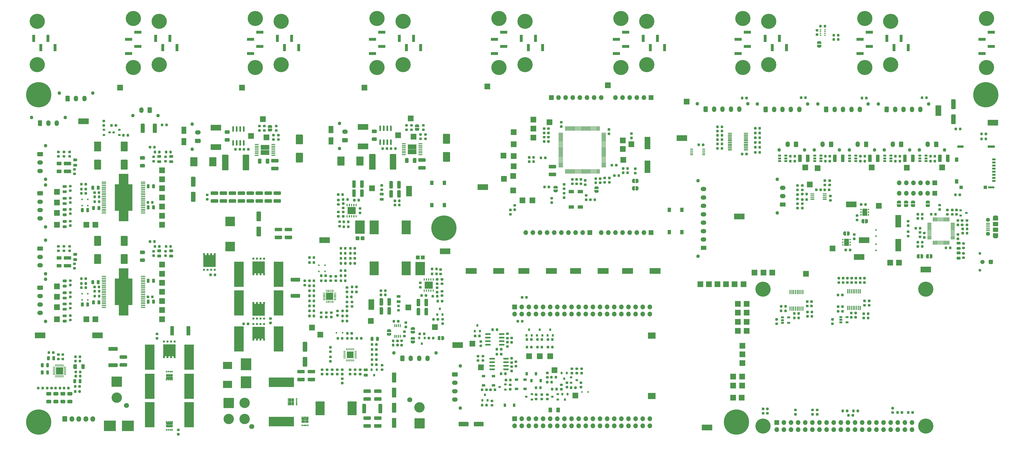
<source format=gbr>
%TF.GenerationSoftware,KiCad,Pcbnew,(5.1.9-16-g1737927814)-1*%
%TF.CreationDate,2021-03-30T16:26:50-04:00*%
%TF.ProjectId,Ventilator,56656e74-696c-4617-946f-722e6b696361,A*%
%TF.SameCoordinates,Original*%
%TF.FileFunction,Soldermask,Top*%
%TF.FilePolarity,Negative*%
%FSLAX46Y46*%
G04 Gerber Fmt 4.6, Leading zero omitted, Abs format (unit mm)*
G04 Created by KiCad (PCBNEW (5.1.9-16-g1737927814)-1) date 2021-03-30 16:26:50*
%MOMM*%
%LPD*%
G01*
G04 APERTURE LIST*
%ADD10R,1.300000X1.550000*%
%ADD11R,4.000000X2.000000*%
%ADD12R,2.790000X2.160000*%
%ADD13R,1.900000X1.200000*%
%ADD14O,1.900000X1.200000*%
%ADD15R,1.900000X1.500000*%
%ADD16C,1.450000*%
%ADD17R,1.350000X0.400000*%
%ADD18R,1.230000X0.950000*%
%ADD19R,0.500000X0.630000*%
%ADD20R,0.490000X0.630000*%
%ADD21R,0.950000X1.230000*%
%ADD22R,0.630000X0.500000*%
%ADD23R,0.630000X0.490000*%
%ADD24R,2.450000X2.450000*%
%ADD25R,1.060000X0.650000*%
%ADD26R,2.600000X2.600000*%
%ADD27R,3.500000X3.500000*%
%ADD28R,1.100000X0.400000*%
%ADD29R,1.500000X0.460000*%
%ADD30R,3.400000X4.000000*%
%ADD31R,6.300000X9.500000*%
%ADD32R,0.700000X0.700000*%
%ADD33R,4.510000X4.350000*%
%ADD34R,1.200000X1.150000*%
%ADD35R,1.240000X0.800000*%
%ADD36R,2.500000X0.950000*%
%ADD37R,2.200000X0.800000*%
%ADD38R,2.200000X0.950000*%
%ADD39R,1.150000X1.500000*%
%ADD40O,2.020000X1.500000*%
%ADD41C,1.270000*%
%ADD42O,1.500000X2.020000*%
%ADD43C,1.500000*%
%ADD44C,1.000000*%
%ADD45C,1.800000*%
%ADD46C,3.700000*%
%ADD47R,9.020000X3.400000*%
%ADD48R,3.400000X9.020000*%
%ADD49C,0.800000*%
%ADD50C,5.400000*%
%ADD51R,1.700000X1.700000*%
%ADD52O,1.700000X1.700000*%
%ADD53C,9.000000*%
%ADD54R,0.500000X0.500000*%
%ADD55R,1.390000X1.400000*%
%ADD56R,3.360000X4.860000*%
%ADD57R,0.900000X1.200000*%
%ADD58R,1.200000X0.900000*%
%ADD59R,2.500000X3.300000*%
%ADD60R,1.800000X2.500000*%
%ADD61R,3.300000X2.500000*%
%ADD62R,3.810000X4.240000*%
%ADD63R,4.240000X3.810000*%
%ADD64R,1.000000X2.510000*%
%ADD65R,2.510000X1.000000*%
%ADD66O,1.700000X1.950000*%
%ADD67C,0.100000*%
%ADD68R,3.250000X5.000000*%
%ADD69R,0.900000X0.800000*%
%ADD70R,0.800000X0.900000*%
%ADD71R,2.000000X2.000000*%
%ADD72R,3.800000X2.000000*%
%ADD73R,2.000000X3.800000*%
%ADD74R,3.000000X2.600000*%
%ADD75R,1.750000X2.500000*%
%ADD76R,0.500000X0.350000*%
%ADD77R,1.450000X0.450000*%
%ADD78R,1.500000X1.800000*%
%ADD79R,0.400000X1.100000*%
%ADD80R,0.450000X1.500000*%
%ADD81R,2.000000X4.500000*%
%ADD82R,1.900000X1.300000*%
G04 APERTURE END LIST*
D10*
%TO.C,SW1*%
X170779000Y-91478000D03*
X166279000Y-91478000D03*
X170779000Y-83528000D03*
X166279000Y-83528000D03*
%TD*%
%TO.C,SW2*%
X250988000Y-93180000D03*
X255488000Y-93180000D03*
X250988000Y-101130000D03*
X255488000Y-101130000D03*
%TD*%
D11*
%TO.C,S1*%
X190150000Y-115000000D03*
X180350000Y-115000000D03*
%TD*%
%TO.C,S2*%
X245900000Y-115000000D03*
X236100000Y-115000000D03*
%TD*%
%TO.C,S3*%
X227400000Y-115000000D03*
X217600000Y-115000000D03*
%TD*%
%TO.C,S4*%
X208900000Y-115000000D03*
X199100000Y-115000000D03*
%TD*%
D12*
%TO.C,BT1*%
X244729000Y-159704000D03*
X244729000Y-138114000D03*
%TD*%
D13*
%TO.C,J50*%
X367437500Y-102150000D03*
X367437500Y-96350000D03*
D14*
X367437500Y-95750000D03*
X367437500Y-102750000D03*
D15*
X367437500Y-100250000D03*
D16*
X364737500Y-96750000D03*
D17*
X364737500Y-99250000D03*
X364737500Y-98600000D03*
X364737500Y-97950000D03*
X364737500Y-100550000D03*
X364737500Y-99900000D03*
D16*
X364737500Y-101750000D03*
D15*
X367437500Y-98250000D03*
%TD*%
D18*
%TO.C,Q21*%
X73210000Y-152310000D03*
X71990000Y-152310000D03*
X73210000Y-153260000D03*
X71990000Y-153260000D03*
D19*
X73575000Y-153840000D03*
X72925000Y-153840000D03*
X72275000Y-153840000D03*
X71625000Y-153840000D03*
D20*
X71625000Y-150960000D03*
X72275000Y-150960000D03*
X72925000Y-150960000D03*
X73575000Y-150960000D03*
%TD*%
D18*
%TO.C,Q22*%
X71990000Y-170490000D03*
X73210000Y-170490000D03*
X71990000Y-169540000D03*
X73210000Y-169540000D03*
D19*
X71625000Y-168960000D03*
X72275000Y-168960000D03*
X72925000Y-168960000D03*
X73575000Y-168960000D03*
D20*
X73575000Y-171840000D03*
X72925000Y-171840000D03*
X72275000Y-171840000D03*
X71625000Y-171840000D03*
%TD*%
D21*
%TO.C,Q24*%
X116690000Y-162410000D03*
X116690000Y-161190000D03*
X115740000Y-162410000D03*
X115740000Y-161190000D03*
D22*
X115160000Y-162775000D03*
X115160000Y-162125000D03*
X115160000Y-161475000D03*
X115160000Y-160825000D03*
D23*
X118040000Y-160825000D03*
X118040000Y-161475000D03*
X118040000Y-162125000D03*
X118040000Y-162775000D03*
%TD*%
D18*
%TO.C,Q25*%
X120390000Y-168890000D03*
X121610000Y-168890000D03*
X120390000Y-167940000D03*
X121610000Y-167940000D03*
D19*
X120025000Y-167360000D03*
X120675000Y-167360000D03*
X121325000Y-167360000D03*
X121975000Y-167360000D03*
D20*
X121975000Y-170240000D03*
X121325000Y-170240000D03*
X120675000Y-170240000D03*
X120025000Y-170240000D03*
%TD*%
%TO.C,C39*%
G36*
G01*
X232525000Y-76943750D02*
X232525000Y-77456250D01*
G75*
G02*
X232306250Y-77675000I-218750J0D01*
G01*
X231868750Y-77675000D01*
G75*
G02*
X231650000Y-77456250I0J218750D01*
G01*
X231650000Y-76943750D01*
G75*
G02*
X231868750Y-76725000I218750J0D01*
G01*
X232306250Y-76725000D01*
G75*
G02*
X232525000Y-76943750I0J-218750D01*
G01*
G37*
G36*
G01*
X230950000Y-76943750D02*
X230950000Y-77456250D01*
G75*
G02*
X230731250Y-77675000I-218750J0D01*
G01*
X230293750Y-77675000D01*
G75*
G02*
X230075000Y-77456250I0J218750D01*
G01*
X230075000Y-76943750D01*
G75*
G02*
X230293750Y-76725000I218750J0D01*
G01*
X230731250Y-76725000D01*
G75*
G02*
X230950000Y-76943750I0J-218750D01*
G01*
G37*
%TD*%
%TO.C,U25*%
G36*
G01*
X139475000Y-146187500D02*
X139475000Y-146312500D01*
G75*
G02*
X139412500Y-146375000I-62500J0D01*
G01*
X138762500Y-146375000D01*
G75*
G02*
X138700000Y-146312500I0J62500D01*
G01*
X138700000Y-146187500D01*
G75*
G02*
X138762500Y-146125000I62500J0D01*
G01*
X139412500Y-146125000D01*
G75*
G02*
X139475000Y-146187500I0J-62500D01*
G01*
G37*
G36*
G01*
X139475000Y-145687500D02*
X139475000Y-145812500D01*
G75*
G02*
X139412500Y-145875000I-62500J0D01*
G01*
X138762500Y-145875000D01*
G75*
G02*
X138700000Y-145812500I0J62500D01*
G01*
X138700000Y-145687500D01*
G75*
G02*
X138762500Y-145625000I62500J0D01*
G01*
X139412500Y-145625000D01*
G75*
G02*
X139475000Y-145687500I0J-62500D01*
G01*
G37*
G36*
G01*
X139475000Y-145187500D02*
X139475000Y-145312500D01*
G75*
G02*
X139412500Y-145375000I-62500J0D01*
G01*
X138762500Y-145375000D01*
G75*
G02*
X138700000Y-145312500I0J62500D01*
G01*
X138700000Y-145187500D01*
G75*
G02*
X138762500Y-145125000I62500J0D01*
G01*
X139412500Y-145125000D01*
G75*
G02*
X139475000Y-145187500I0J-62500D01*
G01*
G37*
G36*
G01*
X139475000Y-144687500D02*
X139475000Y-144812500D01*
G75*
G02*
X139412500Y-144875000I-62500J0D01*
G01*
X138762500Y-144875000D01*
G75*
G02*
X138700000Y-144812500I0J62500D01*
G01*
X138700000Y-144687500D01*
G75*
G02*
X138762500Y-144625000I62500J0D01*
G01*
X139412500Y-144625000D01*
G75*
G02*
X139475000Y-144687500I0J-62500D01*
G01*
G37*
G36*
G01*
X139475000Y-144187500D02*
X139475000Y-144312500D01*
G75*
G02*
X139412500Y-144375000I-62500J0D01*
G01*
X138762500Y-144375000D01*
G75*
G02*
X138700000Y-144312500I0J62500D01*
G01*
X138700000Y-144187500D01*
G75*
G02*
X138762500Y-144125000I62500J0D01*
G01*
X139412500Y-144125000D01*
G75*
G02*
X139475000Y-144187500I0J-62500D01*
G01*
G37*
G36*
G01*
X139475000Y-143687500D02*
X139475000Y-143812500D01*
G75*
G02*
X139412500Y-143875000I-62500J0D01*
G01*
X138762500Y-143875000D01*
G75*
G02*
X138700000Y-143812500I0J62500D01*
G01*
X138700000Y-143687500D01*
G75*
G02*
X138762500Y-143625000I62500J0D01*
G01*
X139412500Y-143625000D01*
G75*
G02*
X139475000Y-143687500I0J-62500D01*
G01*
G37*
G36*
G01*
X138475000Y-142687500D02*
X138475000Y-143337500D01*
G75*
G02*
X138412500Y-143400000I-62500J0D01*
G01*
X138287500Y-143400000D01*
G75*
G02*
X138225000Y-143337500I0J62500D01*
G01*
X138225000Y-142687500D01*
G75*
G02*
X138287500Y-142625000I62500J0D01*
G01*
X138412500Y-142625000D01*
G75*
G02*
X138475000Y-142687500I0J-62500D01*
G01*
G37*
G36*
G01*
X137975000Y-142687500D02*
X137975000Y-143337500D01*
G75*
G02*
X137912500Y-143400000I-62500J0D01*
G01*
X137787500Y-143400000D01*
G75*
G02*
X137725000Y-143337500I0J62500D01*
G01*
X137725000Y-142687500D01*
G75*
G02*
X137787500Y-142625000I62500J0D01*
G01*
X137912500Y-142625000D01*
G75*
G02*
X137975000Y-142687500I0J-62500D01*
G01*
G37*
G36*
G01*
X137475000Y-142687500D02*
X137475000Y-143337500D01*
G75*
G02*
X137412500Y-143400000I-62500J0D01*
G01*
X137287500Y-143400000D01*
G75*
G02*
X137225000Y-143337500I0J62500D01*
G01*
X137225000Y-142687500D01*
G75*
G02*
X137287500Y-142625000I62500J0D01*
G01*
X137412500Y-142625000D01*
G75*
G02*
X137475000Y-142687500I0J-62500D01*
G01*
G37*
G36*
G01*
X136975000Y-142687500D02*
X136975000Y-143337500D01*
G75*
G02*
X136912500Y-143400000I-62500J0D01*
G01*
X136787500Y-143400000D01*
G75*
G02*
X136725000Y-143337500I0J62500D01*
G01*
X136725000Y-142687500D01*
G75*
G02*
X136787500Y-142625000I62500J0D01*
G01*
X136912500Y-142625000D01*
G75*
G02*
X136975000Y-142687500I0J-62500D01*
G01*
G37*
G36*
G01*
X136475000Y-142687500D02*
X136475000Y-143337500D01*
G75*
G02*
X136412500Y-143400000I-62500J0D01*
G01*
X136287500Y-143400000D01*
G75*
G02*
X136225000Y-143337500I0J62500D01*
G01*
X136225000Y-142687500D01*
G75*
G02*
X136287500Y-142625000I62500J0D01*
G01*
X136412500Y-142625000D01*
G75*
G02*
X136475000Y-142687500I0J-62500D01*
G01*
G37*
G36*
G01*
X135975000Y-142687500D02*
X135975000Y-143337500D01*
G75*
G02*
X135912500Y-143400000I-62500J0D01*
G01*
X135787500Y-143400000D01*
G75*
G02*
X135725000Y-143337500I0J62500D01*
G01*
X135725000Y-142687500D01*
G75*
G02*
X135787500Y-142625000I62500J0D01*
G01*
X135912500Y-142625000D01*
G75*
G02*
X135975000Y-142687500I0J-62500D01*
G01*
G37*
G36*
G01*
X135500000Y-143687500D02*
X135500000Y-143812500D01*
G75*
G02*
X135437500Y-143875000I-62500J0D01*
G01*
X134787500Y-143875000D01*
G75*
G02*
X134725000Y-143812500I0J62500D01*
G01*
X134725000Y-143687500D01*
G75*
G02*
X134787500Y-143625000I62500J0D01*
G01*
X135437500Y-143625000D01*
G75*
G02*
X135500000Y-143687500I0J-62500D01*
G01*
G37*
G36*
G01*
X135500000Y-144187500D02*
X135500000Y-144312500D01*
G75*
G02*
X135437500Y-144375000I-62500J0D01*
G01*
X134787500Y-144375000D01*
G75*
G02*
X134725000Y-144312500I0J62500D01*
G01*
X134725000Y-144187500D01*
G75*
G02*
X134787500Y-144125000I62500J0D01*
G01*
X135437500Y-144125000D01*
G75*
G02*
X135500000Y-144187500I0J-62500D01*
G01*
G37*
G36*
G01*
X135500000Y-144687500D02*
X135500000Y-144812500D01*
G75*
G02*
X135437500Y-144875000I-62500J0D01*
G01*
X134787500Y-144875000D01*
G75*
G02*
X134725000Y-144812500I0J62500D01*
G01*
X134725000Y-144687500D01*
G75*
G02*
X134787500Y-144625000I62500J0D01*
G01*
X135437500Y-144625000D01*
G75*
G02*
X135500000Y-144687500I0J-62500D01*
G01*
G37*
G36*
G01*
X135500000Y-145187500D02*
X135500000Y-145312500D01*
G75*
G02*
X135437500Y-145375000I-62500J0D01*
G01*
X134787500Y-145375000D01*
G75*
G02*
X134725000Y-145312500I0J62500D01*
G01*
X134725000Y-145187500D01*
G75*
G02*
X134787500Y-145125000I62500J0D01*
G01*
X135437500Y-145125000D01*
G75*
G02*
X135500000Y-145187500I0J-62500D01*
G01*
G37*
G36*
G01*
X135500000Y-145687500D02*
X135500000Y-145812500D01*
G75*
G02*
X135437500Y-145875000I-62500J0D01*
G01*
X134787500Y-145875000D01*
G75*
G02*
X134725000Y-145812500I0J62500D01*
G01*
X134725000Y-145687500D01*
G75*
G02*
X134787500Y-145625000I62500J0D01*
G01*
X135437500Y-145625000D01*
G75*
G02*
X135500000Y-145687500I0J-62500D01*
G01*
G37*
G36*
G01*
X135500000Y-146187500D02*
X135500000Y-146312500D01*
G75*
G02*
X135437500Y-146375000I-62500J0D01*
G01*
X134787500Y-146375000D01*
G75*
G02*
X134725000Y-146312500I0J62500D01*
G01*
X134725000Y-146187500D01*
G75*
G02*
X134787500Y-146125000I62500J0D01*
G01*
X135437500Y-146125000D01*
G75*
G02*
X135500000Y-146187500I0J-62500D01*
G01*
G37*
G36*
G01*
X135975000Y-146662500D02*
X135975000Y-147312500D01*
G75*
G02*
X135912500Y-147375000I-62500J0D01*
G01*
X135787500Y-147375000D01*
G75*
G02*
X135725000Y-147312500I0J62500D01*
G01*
X135725000Y-146662500D01*
G75*
G02*
X135787500Y-146600000I62500J0D01*
G01*
X135912500Y-146600000D01*
G75*
G02*
X135975000Y-146662500I0J-62500D01*
G01*
G37*
G36*
G01*
X136475000Y-146662500D02*
X136475000Y-147312500D01*
G75*
G02*
X136412500Y-147375000I-62500J0D01*
G01*
X136287500Y-147375000D01*
G75*
G02*
X136225000Y-147312500I0J62500D01*
G01*
X136225000Y-146662500D01*
G75*
G02*
X136287500Y-146600000I62500J0D01*
G01*
X136412500Y-146600000D01*
G75*
G02*
X136475000Y-146662500I0J-62500D01*
G01*
G37*
G36*
G01*
X136975000Y-146662500D02*
X136975000Y-147312500D01*
G75*
G02*
X136912500Y-147375000I-62500J0D01*
G01*
X136787500Y-147375000D01*
G75*
G02*
X136725000Y-147312500I0J62500D01*
G01*
X136725000Y-146662500D01*
G75*
G02*
X136787500Y-146600000I62500J0D01*
G01*
X136912500Y-146600000D01*
G75*
G02*
X136975000Y-146662500I0J-62500D01*
G01*
G37*
G36*
G01*
X137475000Y-146662500D02*
X137475000Y-147312500D01*
G75*
G02*
X137412500Y-147375000I-62500J0D01*
G01*
X137287500Y-147375000D01*
G75*
G02*
X137225000Y-147312500I0J62500D01*
G01*
X137225000Y-146662500D01*
G75*
G02*
X137287500Y-146600000I62500J0D01*
G01*
X137412500Y-146600000D01*
G75*
G02*
X137475000Y-146662500I0J-62500D01*
G01*
G37*
G36*
G01*
X137975000Y-146662500D02*
X137975000Y-147312500D01*
G75*
G02*
X137912500Y-147375000I-62500J0D01*
G01*
X137787500Y-147375000D01*
G75*
G02*
X137725000Y-147312500I0J62500D01*
G01*
X137725000Y-146662500D01*
G75*
G02*
X137787500Y-146600000I62500J0D01*
G01*
X137912500Y-146600000D01*
G75*
G02*
X137975000Y-146662500I0J-62500D01*
G01*
G37*
G36*
G01*
X138475000Y-146662500D02*
X138475000Y-147312500D01*
G75*
G02*
X138412500Y-147375000I-62500J0D01*
G01*
X138287500Y-147375000D01*
G75*
G02*
X138225000Y-147312500I0J62500D01*
G01*
X138225000Y-146662500D01*
G75*
G02*
X138287500Y-146600000I62500J0D01*
G01*
X138412500Y-146600000D01*
G75*
G02*
X138475000Y-146662500I0J-62500D01*
G01*
G37*
D24*
X137100000Y-145000000D03*
%TD*%
D25*
%TO.C,U28*%
X314409000Y-131511000D03*
X314409000Y-133411000D03*
X312209000Y-133411000D03*
X312209000Y-132461000D03*
X312209000Y-131511000D03*
%TD*%
%TO.C,U23*%
G36*
G01*
X127425000Y-122950000D02*
X127425000Y-122850000D01*
G75*
G02*
X127475000Y-122800000I50000J0D01*
G01*
X128250000Y-122800000D01*
G75*
G02*
X128300000Y-122850000I0J-50000D01*
G01*
X128300000Y-122950000D01*
G75*
G02*
X128250000Y-123000000I-50000J0D01*
G01*
X127475000Y-123000000D01*
G75*
G02*
X127425000Y-122950000I0J50000D01*
G01*
G37*
G36*
G01*
X127425000Y-123350000D02*
X127425000Y-123250000D01*
G75*
G02*
X127475000Y-123200000I50000J0D01*
G01*
X128250000Y-123200000D01*
G75*
G02*
X128300000Y-123250000I0J-50000D01*
G01*
X128300000Y-123350000D01*
G75*
G02*
X128250000Y-123400000I-50000J0D01*
G01*
X127475000Y-123400000D01*
G75*
G02*
X127425000Y-123350000I0J50000D01*
G01*
G37*
G36*
G01*
X127425000Y-123750000D02*
X127425000Y-123650000D01*
G75*
G02*
X127475000Y-123600000I50000J0D01*
G01*
X128250000Y-123600000D01*
G75*
G02*
X128300000Y-123650000I0J-50000D01*
G01*
X128300000Y-123750000D01*
G75*
G02*
X128250000Y-123800000I-50000J0D01*
G01*
X127475000Y-123800000D01*
G75*
G02*
X127425000Y-123750000I0J50000D01*
G01*
G37*
G36*
G01*
X127425000Y-124150000D02*
X127425000Y-124050000D01*
G75*
G02*
X127475000Y-124000000I50000J0D01*
G01*
X128250000Y-124000000D01*
G75*
G02*
X128300000Y-124050000I0J-50000D01*
G01*
X128300000Y-124150000D01*
G75*
G02*
X128250000Y-124200000I-50000J0D01*
G01*
X127475000Y-124200000D01*
G75*
G02*
X127425000Y-124150000I0J50000D01*
G01*
G37*
G36*
G01*
X127425000Y-124550000D02*
X127425000Y-124450000D01*
G75*
G02*
X127475000Y-124400000I50000J0D01*
G01*
X128250000Y-124400000D01*
G75*
G02*
X128300000Y-124450000I0J-50000D01*
G01*
X128300000Y-124550000D01*
G75*
G02*
X128250000Y-124600000I-50000J0D01*
G01*
X127475000Y-124600000D01*
G75*
G02*
X127425000Y-124550000I0J50000D01*
G01*
G37*
G36*
G01*
X127425000Y-124950000D02*
X127425000Y-124850000D01*
G75*
G02*
X127475000Y-124800000I50000J0D01*
G01*
X128250000Y-124800000D01*
G75*
G02*
X128300000Y-124850000I0J-50000D01*
G01*
X128300000Y-124950000D01*
G75*
G02*
X128250000Y-125000000I-50000J0D01*
G01*
X127475000Y-125000000D01*
G75*
G02*
X127425000Y-124950000I0J50000D01*
G01*
G37*
G36*
G01*
X127425000Y-125350000D02*
X127425000Y-125250000D01*
G75*
G02*
X127475000Y-125200000I50000J0D01*
G01*
X128250000Y-125200000D01*
G75*
G02*
X128300000Y-125250000I0J-50000D01*
G01*
X128300000Y-125350000D01*
G75*
G02*
X128250000Y-125400000I-50000J0D01*
G01*
X127475000Y-125400000D01*
G75*
G02*
X127425000Y-125350000I0J50000D01*
G01*
G37*
G36*
G01*
X128500000Y-126425000D02*
X128500000Y-125650000D01*
G75*
G02*
X128550000Y-125600000I50000J0D01*
G01*
X128650000Y-125600000D01*
G75*
G02*
X128700000Y-125650000I0J-50000D01*
G01*
X128700000Y-126425000D01*
G75*
G02*
X128650000Y-126475000I-50000J0D01*
G01*
X128550000Y-126475000D01*
G75*
G02*
X128500000Y-126425000I0J50000D01*
G01*
G37*
G36*
G01*
X128900000Y-126425000D02*
X128900000Y-125650000D01*
G75*
G02*
X128950000Y-125600000I50000J0D01*
G01*
X129050000Y-125600000D01*
G75*
G02*
X129100000Y-125650000I0J-50000D01*
G01*
X129100000Y-126425000D01*
G75*
G02*
X129050000Y-126475000I-50000J0D01*
G01*
X128950000Y-126475000D01*
G75*
G02*
X128900000Y-126425000I0J50000D01*
G01*
G37*
G36*
G01*
X129300000Y-126425000D02*
X129300000Y-125650000D01*
G75*
G02*
X129350000Y-125600000I50000J0D01*
G01*
X129450000Y-125600000D01*
G75*
G02*
X129500000Y-125650000I0J-50000D01*
G01*
X129500000Y-126425000D01*
G75*
G02*
X129450000Y-126475000I-50000J0D01*
G01*
X129350000Y-126475000D01*
G75*
G02*
X129300000Y-126425000I0J50000D01*
G01*
G37*
G36*
G01*
X129700000Y-126425000D02*
X129700000Y-125650000D01*
G75*
G02*
X129750000Y-125600000I50000J0D01*
G01*
X129850000Y-125600000D01*
G75*
G02*
X129900000Y-125650000I0J-50000D01*
G01*
X129900000Y-126425000D01*
G75*
G02*
X129850000Y-126475000I-50000J0D01*
G01*
X129750000Y-126475000D01*
G75*
G02*
X129700000Y-126425000I0J50000D01*
G01*
G37*
G36*
G01*
X130100000Y-126425000D02*
X130100000Y-125650000D01*
G75*
G02*
X130150000Y-125600000I50000J0D01*
G01*
X130250000Y-125600000D01*
G75*
G02*
X130300000Y-125650000I0J-50000D01*
G01*
X130300000Y-126425000D01*
G75*
G02*
X130250000Y-126475000I-50000J0D01*
G01*
X130150000Y-126475000D01*
G75*
G02*
X130100000Y-126425000I0J50000D01*
G01*
G37*
G36*
G01*
X130500000Y-126425000D02*
X130500000Y-125650000D01*
G75*
G02*
X130550000Y-125600000I50000J0D01*
G01*
X130650000Y-125600000D01*
G75*
G02*
X130700000Y-125650000I0J-50000D01*
G01*
X130700000Y-126425000D01*
G75*
G02*
X130650000Y-126475000I-50000J0D01*
G01*
X130550000Y-126475000D01*
G75*
G02*
X130500000Y-126425000I0J50000D01*
G01*
G37*
G36*
G01*
X130900000Y-126425000D02*
X130900000Y-125650000D01*
G75*
G02*
X130950000Y-125600000I50000J0D01*
G01*
X131050000Y-125600000D01*
G75*
G02*
X131100000Y-125650000I0J-50000D01*
G01*
X131100000Y-126425000D01*
G75*
G02*
X131050000Y-126475000I-50000J0D01*
G01*
X130950000Y-126475000D01*
G75*
G02*
X130900000Y-126425000I0J50000D01*
G01*
G37*
G36*
G01*
X131300000Y-125350000D02*
X131300000Y-125250000D01*
G75*
G02*
X131350000Y-125200000I50000J0D01*
G01*
X132125000Y-125200000D01*
G75*
G02*
X132175000Y-125250000I0J-50000D01*
G01*
X132175000Y-125350000D01*
G75*
G02*
X132125000Y-125400000I-50000J0D01*
G01*
X131350000Y-125400000D01*
G75*
G02*
X131300000Y-125350000I0J50000D01*
G01*
G37*
G36*
G01*
X131300000Y-124950000D02*
X131300000Y-124850000D01*
G75*
G02*
X131350000Y-124800000I50000J0D01*
G01*
X132125000Y-124800000D01*
G75*
G02*
X132175000Y-124850000I0J-50000D01*
G01*
X132175000Y-124950000D01*
G75*
G02*
X132125000Y-125000000I-50000J0D01*
G01*
X131350000Y-125000000D01*
G75*
G02*
X131300000Y-124950000I0J50000D01*
G01*
G37*
G36*
G01*
X131300000Y-124550000D02*
X131300000Y-124450000D01*
G75*
G02*
X131350000Y-124400000I50000J0D01*
G01*
X132125000Y-124400000D01*
G75*
G02*
X132175000Y-124450000I0J-50000D01*
G01*
X132175000Y-124550000D01*
G75*
G02*
X132125000Y-124600000I-50000J0D01*
G01*
X131350000Y-124600000D01*
G75*
G02*
X131300000Y-124550000I0J50000D01*
G01*
G37*
G36*
G01*
X131300000Y-124150000D02*
X131300000Y-124050000D01*
G75*
G02*
X131350000Y-124000000I50000J0D01*
G01*
X132125000Y-124000000D01*
G75*
G02*
X132175000Y-124050000I0J-50000D01*
G01*
X132175000Y-124150000D01*
G75*
G02*
X132125000Y-124200000I-50000J0D01*
G01*
X131350000Y-124200000D01*
G75*
G02*
X131300000Y-124150000I0J50000D01*
G01*
G37*
G36*
G01*
X131300000Y-123750000D02*
X131300000Y-123650000D01*
G75*
G02*
X131350000Y-123600000I50000J0D01*
G01*
X132125000Y-123600000D01*
G75*
G02*
X132175000Y-123650000I0J-50000D01*
G01*
X132175000Y-123750000D01*
G75*
G02*
X132125000Y-123800000I-50000J0D01*
G01*
X131350000Y-123800000D01*
G75*
G02*
X131300000Y-123750000I0J50000D01*
G01*
G37*
G36*
G01*
X131300000Y-123350000D02*
X131300000Y-123250000D01*
G75*
G02*
X131350000Y-123200000I50000J0D01*
G01*
X132125000Y-123200000D01*
G75*
G02*
X132175000Y-123250000I0J-50000D01*
G01*
X132175000Y-123350000D01*
G75*
G02*
X132125000Y-123400000I-50000J0D01*
G01*
X131350000Y-123400000D01*
G75*
G02*
X131300000Y-123350000I0J50000D01*
G01*
G37*
G36*
G01*
X131300000Y-122950000D02*
X131300000Y-122850000D01*
G75*
G02*
X131350000Y-122800000I50000J0D01*
G01*
X132125000Y-122800000D01*
G75*
G02*
X132175000Y-122850000I0J-50000D01*
G01*
X132175000Y-122950000D01*
G75*
G02*
X132125000Y-123000000I-50000J0D01*
G01*
X131350000Y-123000000D01*
G75*
G02*
X131300000Y-122950000I0J50000D01*
G01*
G37*
G36*
G01*
X130900000Y-122550000D02*
X130900000Y-121775000D01*
G75*
G02*
X130950000Y-121725000I50000J0D01*
G01*
X131050000Y-121725000D01*
G75*
G02*
X131100000Y-121775000I0J-50000D01*
G01*
X131100000Y-122550000D01*
G75*
G02*
X131050000Y-122600000I-50000J0D01*
G01*
X130950000Y-122600000D01*
G75*
G02*
X130900000Y-122550000I0J50000D01*
G01*
G37*
G36*
G01*
X130500000Y-122550000D02*
X130500000Y-121775000D01*
G75*
G02*
X130550000Y-121725000I50000J0D01*
G01*
X130650000Y-121725000D01*
G75*
G02*
X130700000Y-121775000I0J-50000D01*
G01*
X130700000Y-122550000D01*
G75*
G02*
X130650000Y-122600000I-50000J0D01*
G01*
X130550000Y-122600000D01*
G75*
G02*
X130500000Y-122550000I0J50000D01*
G01*
G37*
G36*
G01*
X130100000Y-122550000D02*
X130100000Y-121775000D01*
G75*
G02*
X130150000Y-121725000I50000J0D01*
G01*
X130250000Y-121725000D01*
G75*
G02*
X130300000Y-121775000I0J-50000D01*
G01*
X130300000Y-122550000D01*
G75*
G02*
X130250000Y-122600000I-50000J0D01*
G01*
X130150000Y-122600000D01*
G75*
G02*
X130100000Y-122550000I0J50000D01*
G01*
G37*
G36*
G01*
X129700000Y-122550000D02*
X129700000Y-121775000D01*
G75*
G02*
X129750000Y-121725000I50000J0D01*
G01*
X129850000Y-121725000D01*
G75*
G02*
X129900000Y-121775000I0J-50000D01*
G01*
X129900000Y-122550000D01*
G75*
G02*
X129850000Y-122600000I-50000J0D01*
G01*
X129750000Y-122600000D01*
G75*
G02*
X129700000Y-122550000I0J50000D01*
G01*
G37*
G36*
G01*
X129300000Y-122550000D02*
X129300000Y-121775000D01*
G75*
G02*
X129350000Y-121725000I50000J0D01*
G01*
X129450000Y-121725000D01*
G75*
G02*
X129500000Y-121775000I0J-50000D01*
G01*
X129500000Y-122550000D01*
G75*
G02*
X129450000Y-122600000I-50000J0D01*
G01*
X129350000Y-122600000D01*
G75*
G02*
X129300000Y-122550000I0J50000D01*
G01*
G37*
G36*
G01*
X128900000Y-122550000D02*
X128900000Y-121775000D01*
G75*
G02*
X128950000Y-121725000I50000J0D01*
G01*
X129050000Y-121725000D01*
G75*
G02*
X129100000Y-121775000I0J-50000D01*
G01*
X129100000Y-122550000D01*
G75*
G02*
X129050000Y-122600000I-50000J0D01*
G01*
X128950000Y-122600000D01*
G75*
G02*
X128900000Y-122550000I0J50000D01*
G01*
G37*
G36*
G01*
X128500000Y-122550000D02*
X128500000Y-121775000D01*
G75*
G02*
X128550000Y-121725000I50000J0D01*
G01*
X128650000Y-121725000D01*
G75*
G02*
X128700000Y-121775000I0J-50000D01*
G01*
X128700000Y-122550000D01*
G75*
G02*
X128650000Y-122600000I-50000J0D01*
G01*
X128550000Y-122600000D01*
G75*
G02*
X128500000Y-122550000I0J50000D01*
G01*
G37*
D26*
X129800000Y-124100000D03*
%TD*%
D25*
%TO.C,U21*%
X293581000Y-131638000D03*
X293581000Y-133538000D03*
X291381000Y-133538000D03*
X291381000Y-132588000D03*
X291381000Y-131638000D03*
%TD*%
%TO.C,U15*%
X302900000Y-73800000D03*
X302900000Y-74750000D03*
X302900000Y-75700000D03*
X305100000Y-75700000D03*
X305100000Y-73800000D03*
X305100000Y-74750000D03*
%TD*%
%TO.C,U14*%
X315400000Y-73800000D03*
X315400000Y-74750000D03*
X315400000Y-75700000D03*
X317600000Y-75700000D03*
X317600000Y-73800000D03*
X317600000Y-74750000D03*
%TD*%
%TO.C,U13*%
X327900000Y-73800000D03*
X327900000Y-74750000D03*
X327900000Y-75700000D03*
X330100000Y-75700000D03*
X330100000Y-73800000D03*
X330100000Y-74750000D03*
%TD*%
%TO.C,U12*%
X290400000Y-73800000D03*
X290400000Y-74750000D03*
X290400000Y-75700000D03*
X292600000Y-75700000D03*
X292600000Y-73800000D03*
X292600000Y-74750000D03*
%TD*%
%TO.C,U11*%
X340400000Y-73800000D03*
X340400000Y-74750000D03*
X340400000Y-75700000D03*
X342600000Y-75700000D03*
X342600000Y-73800000D03*
X342600000Y-74750000D03*
%TD*%
%TO.C,R211*%
G36*
G01*
X142775000Y-162774750D02*
X142775000Y-165625250D01*
G75*
G02*
X142525250Y-165875000I-249750J0D01*
G01*
X141674750Y-165875000D01*
G75*
G02*
X141425000Y-165625250I0J249750D01*
G01*
X141425000Y-162774750D01*
G75*
G02*
X141674750Y-162525000I249750J0D01*
G01*
X142525250Y-162525000D01*
G75*
G02*
X142775000Y-162774750I0J-249750D01*
G01*
G37*
G36*
G01*
X148575000Y-162774750D02*
X148575000Y-165625250D01*
G75*
G02*
X148325250Y-165875000I-249750J0D01*
G01*
X147474750Y-165875000D01*
G75*
G02*
X147225000Y-165625250I0J249750D01*
G01*
X147225000Y-162774750D01*
G75*
G02*
X147474750Y-162525000I249750J0D01*
G01*
X148325250Y-162525000D01*
G75*
G02*
X148575000Y-162774750I0J-249750D01*
G01*
G37*
%TD*%
%TO.C,R194*%
G36*
G01*
X53925250Y-143575000D02*
X51074750Y-143575000D01*
G75*
G02*
X50825000Y-143325250I0J249750D01*
G01*
X50825000Y-142474750D01*
G75*
G02*
X51074750Y-142225000I249750J0D01*
G01*
X53925250Y-142225000D01*
G75*
G02*
X54175000Y-142474750I0J-249750D01*
G01*
X54175000Y-143325250D01*
G75*
G02*
X53925250Y-143575000I-249750J0D01*
G01*
G37*
G36*
G01*
X53925250Y-149375000D02*
X51074750Y-149375000D01*
G75*
G02*
X50825000Y-149125250I0J249750D01*
G01*
X50825000Y-148274750D01*
G75*
G02*
X51074750Y-148025000I249750J0D01*
G01*
X53925250Y-148025000D01*
G75*
G02*
X54175000Y-148274750I0J-249750D01*
G01*
X54175000Y-149125250D01*
G75*
G02*
X53925250Y-149375000I-249750J0D01*
G01*
G37*
%TD*%
%TO.C,R188*%
G36*
G01*
X78725000Y-137825250D02*
X78725000Y-134974750D01*
G75*
G02*
X78974750Y-134725000I249750J0D01*
G01*
X79825250Y-134725000D01*
G75*
G02*
X80075000Y-134974750I0J-249750D01*
G01*
X80075000Y-137825250D01*
G75*
G02*
X79825250Y-138075000I-249750J0D01*
G01*
X78974750Y-138075000D01*
G75*
G02*
X78725000Y-137825250I0J249750D01*
G01*
G37*
G36*
G01*
X72925000Y-137825250D02*
X72925000Y-134974750D01*
G75*
G02*
X73174750Y-134725000I249750J0D01*
G01*
X74025250Y-134725000D01*
G75*
G02*
X74275000Y-134974750I0J-249750D01*
G01*
X74275000Y-137825250D01*
G75*
G02*
X74025250Y-138075000I-249750J0D01*
G01*
X73174750Y-138075000D01*
G75*
G02*
X72925000Y-137825250I0J249750D01*
G01*
G37*
%TD*%
%TO.C,R173*%
G36*
G01*
X116174750Y-123225000D02*
X119025250Y-123225000D01*
G75*
G02*
X119275000Y-123474750I0J-249750D01*
G01*
X119275000Y-124325250D01*
G75*
G02*
X119025250Y-124575000I-249750J0D01*
G01*
X116174750Y-124575000D01*
G75*
G02*
X115925000Y-124325250I0J249750D01*
G01*
X115925000Y-123474750D01*
G75*
G02*
X116174750Y-123225000I249750J0D01*
G01*
G37*
G36*
G01*
X116174750Y-117425000D02*
X119025250Y-117425000D01*
G75*
G02*
X119275000Y-117674750I0J-249750D01*
G01*
X119275000Y-118525250D01*
G75*
G02*
X119025250Y-118775000I-249750J0D01*
G01*
X116174750Y-118775000D01*
G75*
G02*
X115925000Y-118525250I0J249750D01*
G01*
X115925000Y-117674750D01*
G75*
G02*
X116174750Y-117425000I249750J0D01*
G01*
G37*
%TD*%
D27*
%TO.C,L3*%
X94300000Y-97350000D03*
X94300000Y-106250000D03*
%TD*%
%TO.C,C85*%
G36*
G01*
X262650000Y-70156250D02*
X262650000Y-69643750D01*
G75*
G02*
X262868750Y-69425000I218750J0D01*
G01*
X263306250Y-69425000D01*
G75*
G02*
X263525000Y-69643750I0J-218750D01*
G01*
X263525000Y-70156250D01*
G75*
G02*
X263306250Y-70375000I-218750J0D01*
G01*
X262868750Y-70375000D01*
G75*
G02*
X262650000Y-70156250I0J218750D01*
G01*
G37*
G36*
G01*
X261075000Y-70156250D02*
X261075000Y-69643750D01*
G75*
G02*
X261293750Y-69425000I218750J0D01*
G01*
X261731250Y-69425000D01*
G75*
G02*
X261950000Y-69643750I0J-218750D01*
G01*
X261950000Y-70156250D01*
G75*
G02*
X261731250Y-70375000I-218750J0D01*
G01*
X261293750Y-70375000D01*
G75*
G02*
X261075000Y-70156250I0J218750D01*
G01*
G37*
%TD*%
D28*
%TO.C,U18*%
X258975001Y-71515001D03*
X258975001Y-72165001D03*
X258975001Y-72815001D03*
X258975001Y-73465001D03*
X263275001Y-73465001D03*
X263275001Y-72815001D03*
X263275001Y-72165001D03*
X263275001Y-71515001D03*
%TD*%
D29*
%TO.C,U17*%
X63250000Y-116975000D03*
X63250000Y-117625000D03*
X63250000Y-118275000D03*
X63250000Y-118925000D03*
X63250000Y-119575000D03*
X63250000Y-120225000D03*
X63250000Y-120875000D03*
X63250000Y-121525000D03*
X63250000Y-122175000D03*
X63250000Y-122825000D03*
X63250000Y-123475000D03*
X63250000Y-124125000D03*
X63250000Y-124775000D03*
X63250000Y-125425000D03*
X63250000Y-126075000D03*
X63250000Y-126725000D03*
X63250000Y-127375000D03*
X63250000Y-128025000D03*
X49250000Y-128025000D03*
X49250000Y-127375000D03*
X49250000Y-126725000D03*
X49250000Y-126075000D03*
X49250000Y-125425000D03*
X49250000Y-124775000D03*
X49250000Y-124125000D03*
X49250000Y-123475000D03*
X49250000Y-122825000D03*
X49250000Y-122175000D03*
X49250000Y-121525000D03*
X49250000Y-120875000D03*
X49250000Y-120225000D03*
X49250000Y-119575000D03*
X49250000Y-118925000D03*
X49250000Y-118275000D03*
X49250000Y-117625000D03*
D30*
X56250000Y-129000000D03*
X56250000Y-116000000D03*
D31*
X56250000Y-122500000D03*
D29*
X49250000Y-116975000D03*
%TD*%
%TO.C,U27*%
X63250000Y-83225000D03*
X63250000Y-83875000D03*
X63250000Y-84525000D03*
X63250000Y-85175000D03*
X63250000Y-85825000D03*
X63250000Y-86475000D03*
X63250000Y-87125000D03*
X63250000Y-87775000D03*
X63250000Y-88425000D03*
X63250000Y-89075000D03*
X63250000Y-89725000D03*
X63250000Y-90375000D03*
X63250000Y-91025000D03*
X63250000Y-91675000D03*
X63250000Y-92325000D03*
X63250000Y-92975000D03*
X63250000Y-93625000D03*
X63250000Y-94275000D03*
X49250000Y-94275000D03*
X49250000Y-93625000D03*
X49250000Y-92975000D03*
X49250000Y-92325000D03*
X49250000Y-91675000D03*
X49250000Y-91025000D03*
X49250000Y-90375000D03*
X49250000Y-89725000D03*
X49250000Y-89075000D03*
X49250000Y-88425000D03*
X49250000Y-87775000D03*
X49250000Y-87125000D03*
X49250000Y-86475000D03*
X49250000Y-85825000D03*
X49250000Y-85175000D03*
X49250000Y-84525000D03*
X49250000Y-83875000D03*
D30*
X56250000Y-95250000D03*
X56250000Y-82250000D03*
D31*
X56250000Y-88750000D03*
D29*
X49250000Y-83225000D03*
%TD*%
D32*
%TO.C,Q16*%
X103865000Y-139600000D03*
X105135000Y-139600000D03*
X106405000Y-139600000D03*
X102595000Y-139600000D03*
X102595000Y-134000000D03*
X106405000Y-134000000D03*
X105135000Y-134000000D03*
X103865000Y-134000000D03*
D33*
X104500000Y-137130000D03*
%TD*%
D32*
%TO.C,Q17*%
X105135000Y-126400000D03*
X103865000Y-126400000D03*
X102595000Y-126400000D03*
X106405000Y-126400000D03*
X106405000Y-132000000D03*
X102595000Y-132000000D03*
X103865000Y-132000000D03*
X105135000Y-132000000D03*
D33*
X104500000Y-128870000D03*
%TD*%
D32*
%TO.C,Q18*%
X103865000Y-116200000D03*
X105135000Y-116200000D03*
X106405000Y-116200000D03*
X102595000Y-116200000D03*
X102595000Y-110600000D03*
X106405000Y-110600000D03*
X105135000Y-110600000D03*
X103865000Y-110600000D03*
D33*
X104500000Y-113730000D03*
%TD*%
D32*
%TO.C,Q19*%
X87535000Y-109000000D03*
X86265000Y-109000000D03*
X84995000Y-109000000D03*
X88805000Y-109000000D03*
X88805000Y-114600000D03*
X84995000Y-114600000D03*
X86265000Y-114600000D03*
X87535000Y-114600000D03*
D33*
X86900000Y-111470000D03*
%TD*%
D32*
%TO.C,Q20*%
X71965000Y-145800000D03*
X73235000Y-145800000D03*
X74505000Y-145800000D03*
X70695000Y-145800000D03*
X70695000Y-140200000D03*
X74505000Y-140200000D03*
X73235000Y-140200000D03*
X71965000Y-140200000D03*
D33*
X72600000Y-143330000D03*
%TD*%
D34*
%TO.C,J3*%
X363780000Y-85100000D03*
D35*
X366805000Y-75150000D03*
X366805000Y-76250000D03*
X366805000Y-77350000D03*
X366805000Y-78450000D03*
X366805000Y-79550000D03*
X366805000Y-80650000D03*
X366805000Y-81750000D03*
X366805000Y-82850000D03*
D36*
X365930000Y-70555000D03*
D37*
X365930000Y-85120000D03*
D38*
X354880000Y-70555000D03*
D39*
X353530000Y-75205000D03*
X353530000Y-82985000D03*
D34*
X355170000Y-85100000D03*
%TD*%
D40*
%TO.C,J11*%
X263250000Y-85750000D03*
X263250000Y-88750000D03*
X263250000Y-91750000D03*
X263250000Y-94750000D03*
X263250000Y-97750000D03*
X263250000Y-100750000D03*
X263250000Y-103750000D03*
G36*
G01*
X264010000Y-107500000D02*
X262490000Y-107500000D01*
G75*
G02*
X262240000Y-107250000I0J250000D01*
G01*
X262240000Y-106250000D01*
G75*
G02*
X262490000Y-106000000I250000J0D01*
G01*
X264010000Y-106000000D01*
G75*
G02*
X264260000Y-106250000I0J-250000D01*
G01*
X264260000Y-107250000D01*
G75*
G02*
X264010000Y-107500000I-250000J0D01*
G01*
G37*
D41*
X261290000Y-82750000D03*
X261290000Y-109750000D03*
%TD*%
%TO.C,J40*%
X325600000Y-55290000D03*
X343600000Y-55290000D03*
G36*
G01*
X327850000Y-58010000D02*
X327850000Y-56490000D01*
G75*
G02*
X328100000Y-56240000I250000J0D01*
G01*
X329100000Y-56240000D01*
G75*
G02*
X329350000Y-56490000I0J-250000D01*
G01*
X329350000Y-58010000D01*
G75*
G02*
X329100000Y-58260000I-250000J0D01*
G01*
X328100000Y-58260000D01*
G75*
G02*
X327850000Y-58010000I0J250000D01*
G01*
G37*
D42*
X331600000Y-57250000D03*
X334600000Y-57250000D03*
X337600000Y-57250000D03*
X340600000Y-57250000D03*
%TD*%
D41*
%TO.C,J41*%
X304000000Y-55290000D03*
X322000000Y-55290000D03*
G36*
G01*
X306250000Y-58010000D02*
X306250000Y-56490000D01*
G75*
G02*
X306500000Y-56240000I250000J0D01*
G01*
X307500000Y-56240000D01*
G75*
G02*
X307750000Y-56490000I0J-250000D01*
G01*
X307750000Y-58010000D01*
G75*
G02*
X307500000Y-58260000I-250000J0D01*
G01*
X306500000Y-58260000D01*
G75*
G02*
X306250000Y-58010000I0J250000D01*
G01*
G37*
D42*
X310000000Y-57250000D03*
X313000000Y-57250000D03*
X316000000Y-57250000D03*
X319000000Y-57250000D03*
%TD*%
D41*
%TO.C,J42*%
X282400000Y-55290000D03*
X300400000Y-55290000D03*
G36*
G01*
X284650000Y-58010000D02*
X284650000Y-56490000D01*
G75*
G02*
X284900000Y-56240000I250000J0D01*
G01*
X285900000Y-56240000D01*
G75*
G02*
X286150000Y-56490000I0J-250000D01*
G01*
X286150000Y-58010000D01*
G75*
G02*
X285900000Y-58260000I-250000J0D01*
G01*
X284900000Y-58260000D01*
G75*
G02*
X284650000Y-58010000I0J250000D01*
G01*
G37*
D42*
X288400000Y-57250000D03*
X291400000Y-57250000D03*
X294400000Y-57250000D03*
X297400000Y-57250000D03*
%TD*%
D41*
%TO.C,J43*%
X261000000Y-55240000D03*
X279000000Y-55240000D03*
G36*
G01*
X263250000Y-57960000D02*
X263250000Y-56440000D01*
G75*
G02*
X263500000Y-56190000I250000J0D01*
G01*
X264500000Y-56190000D01*
G75*
G02*
X264750000Y-56440000I0J-250000D01*
G01*
X264750000Y-57960000D01*
G75*
G02*
X264500000Y-58210000I-250000J0D01*
G01*
X263500000Y-58210000D01*
G75*
G02*
X263250000Y-57960000I0J250000D01*
G01*
G37*
D42*
X267000000Y-57200000D03*
X270000000Y-57200000D03*
X273000000Y-57200000D03*
X276000000Y-57200000D03*
%TD*%
D41*
%TO.C,J10*%
X176460000Y-149000000D03*
X176460000Y-164000000D03*
G36*
G01*
X173740000Y-151250000D02*
X175260000Y-151250000D01*
G75*
G02*
X175510000Y-151500000I0J-250000D01*
G01*
X175510000Y-152500000D01*
G75*
G02*
X175260000Y-152750000I-250000J0D01*
G01*
X173740000Y-152750000D01*
G75*
G02*
X173490000Y-152500000I0J250000D01*
G01*
X173490000Y-151500000D01*
G75*
G02*
X173740000Y-151250000I250000J0D01*
G01*
G37*
D40*
X174500000Y-155000000D03*
X174500000Y-158000000D03*
X174500000Y-161000000D03*
%TD*%
D41*
%TO.C,J38*%
X28460000Y-118000000D03*
X28460000Y-133000000D03*
G36*
G01*
X25740000Y-120250000D02*
X27260000Y-120250000D01*
G75*
G02*
X27510000Y-120500000I0J-250000D01*
G01*
X27510000Y-121500000D01*
G75*
G02*
X27260000Y-121750000I-250000J0D01*
G01*
X25740000Y-121750000D01*
G75*
G02*
X25490000Y-121500000I0J250000D01*
G01*
X25490000Y-120500000D01*
G75*
G02*
X25740000Y-120250000I250000J0D01*
G01*
G37*
D40*
X26500000Y-124000000D03*
X26500000Y-127000000D03*
X26500000Y-130000000D03*
%TD*%
D41*
%TO.C,J39*%
X152750000Y-144290000D03*
X167750000Y-144290000D03*
G36*
G01*
X155000000Y-147010000D02*
X155000000Y-145490000D01*
G75*
G02*
X155250000Y-145240000I250000J0D01*
G01*
X156250000Y-145240000D01*
G75*
G02*
X156500000Y-145490000I0J-250000D01*
G01*
X156500000Y-147010000D01*
G75*
G02*
X156250000Y-147260000I-250000J0D01*
G01*
X155250000Y-147260000D01*
G75*
G02*
X155000000Y-147010000I0J250000D01*
G01*
G37*
D42*
X158750000Y-146250000D03*
X161750000Y-146250000D03*
X164750000Y-146250000D03*
%TD*%
D41*
%TO.C,J49*%
X28460000Y-84250000D03*
X28460000Y-99250000D03*
G36*
G01*
X25740000Y-86500000D02*
X27260000Y-86500000D01*
G75*
G02*
X27510000Y-86750000I0J-250000D01*
G01*
X27510000Y-87750000D01*
G75*
G02*
X27260000Y-88000000I-250000J0D01*
G01*
X25740000Y-88000000D01*
G75*
G02*
X25490000Y-87750000I0J250000D01*
G01*
X25490000Y-86750000D01*
G75*
G02*
X25740000Y-86500000I250000J0D01*
G01*
G37*
D40*
X26500000Y-90250000D03*
X26500000Y-93250000D03*
X26500000Y-96250000D03*
%TD*%
D41*
%TO.C,J1*%
X23450001Y-60185001D03*
X35450001Y-60185001D03*
G36*
G01*
X25700001Y-62905001D02*
X25700001Y-61385001D01*
G75*
G02*
X25950001Y-61135001I250000J0D01*
G01*
X26950001Y-61135001D01*
G75*
G02*
X27200001Y-61385001I0J-250000D01*
G01*
X27200001Y-62905001D01*
G75*
G02*
X26950001Y-63155001I-250000J0D01*
G01*
X25950001Y-63155001D01*
G75*
G02*
X25700001Y-62905001I0J250000D01*
G01*
G37*
D42*
X29450001Y-62145001D03*
X32450001Y-62145001D03*
%TD*%
D41*
%TO.C,J2*%
X33300000Y-51440000D03*
X45300000Y-51440000D03*
G36*
G01*
X35550000Y-54160000D02*
X35550000Y-52640000D01*
G75*
G02*
X35800000Y-52390000I250000J0D01*
G01*
X36800000Y-52390000D01*
G75*
G02*
X37050000Y-52640000I0J-250000D01*
G01*
X37050000Y-54160000D01*
G75*
G02*
X36800000Y-54410000I-250000J0D01*
G01*
X35800000Y-54410000D01*
G75*
G02*
X35550000Y-54160000I0J250000D01*
G01*
G37*
D42*
X39300000Y-53400000D03*
X42300000Y-53400000D03*
%TD*%
D41*
%TO.C,J30*%
X289540000Y-94250000D03*
X289540000Y-82250000D03*
G36*
G01*
X292260000Y-92000000D02*
X290740000Y-92000000D01*
G75*
G02*
X290490000Y-91750000I0J250000D01*
G01*
X290490000Y-90750000D01*
G75*
G02*
X290740000Y-90500000I250000J0D01*
G01*
X292260000Y-90500000D01*
G75*
G02*
X292510000Y-90750000I0J-250000D01*
G01*
X292510000Y-91750000D01*
G75*
G02*
X292260000Y-92000000I-250000J0D01*
G01*
G37*
D40*
X291500000Y-88250000D03*
X291500000Y-85250000D03*
%TD*%
D41*
%TO.C,J37*%
X28460000Y-104000000D03*
X28460000Y-116000000D03*
G36*
G01*
X25740000Y-106250000D02*
X27260000Y-106250000D01*
G75*
G02*
X27510000Y-106500000I0J-250000D01*
G01*
X27510000Y-107500000D01*
G75*
G02*
X27260000Y-107750000I-250000J0D01*
G01*
X25740000Y-107750000D01*
G75*
G02*
X25490000Y-107500000I0J250000D01*
G01*
X25490000Y-106500000D01*
G75*
G02*
X25740000Y-106250000I250000J0D01*
G01*
G37*
D40*
X26500000Y-110000000D03*
X26500000Y-113000000D03*
%TD*%
D41*
%TO.C,J48*%
X28460000Y-70250000D03*
X28460000Y-82250000D03*
G36*
G01*
X25740000Y-72500000D02*
X27260000Y-72500000D01*
G75*
G02*
X27510000Y-72750000I0J-250000D01*
G01*
X27510000Y-73750000D01*
G75*
G02*
X27260000Y-74000000I-250000J0D01*
G01*
X25740000Y-74000000D01*
G75*
G02*
X25490000Y-73750000I0J250000D01*
G01*
X25490000Y-72750000D01*
G75*
G02*
X25740000Y-72500000I250000J0D01*
G01*
G37*
D40*
X26500000Y-76250000D03*
X26500000Y-79250000D03*
%TD*%
D42*
%TO.C,J53*%
X62600000Y-57500000D03*
G36*
G01*
X66350000Y-56740000D02*
X66350000Y-58260000D01*
G75*
G02*
X66100000Y-58510000I-250000J0D01*
G01*
X65100000Y-58510000D01*
G75*
G02*
X64850000Y-58260000I0J250000D01*
G01*
X64850000Y-56740000D01*
G75*
G02*
X65100000Y-56490000I250000J0D01*
G01*
X66100000Y-56490000D01*
G75*
G02*
X66350000Y-56740000I0J-250000D01*
G01*
G37*
D41*
X59600000Y-59460000D03*
X68600000Y-59460000D03*
%TD*%
%TO.C,J47*%
X133290000Y-71250000D03*
X133290000Y-62250000D03*
G36*
G01*
X136010000Y-69000000D02*
X134490000Y-69000000D01*
G75*
G02*
X134240000Y-68750000I0J250000D01*
G01*
X134240000Y-67750000D01*
G75*
G02*
X134490000Y-67500000I250000J0D01*
G01*
X136010000Y-67500000D01*
G75*
G02*
X136260000Y-67750000I0J-250000D01*
G01*
X136260000Y-68750000D01*
G75*
G02*
X136010000Y-69000000I-250000J0D01*
G01*
G37*
D40*
X135250000Y-65250000D03*
%TD*%
D41*
%TO.C,J36*%
X80790000Y-71500000D03*
X80790000Y-62500000D03*
G36*
G01*
X83510000Y-69250000D02*
X81990000Y-69250000D01*
G75*
G02*
X81740000Y-69000000I0J250000D01*
G01*
X81740000Y-68000000D01*
G75*
G02*
X81990000Y-67750000I250000J0D01*
G01*
X83510000Y-67750000D01*
G75*
G02*
X83760000Y-68000000I0J-250000D01*
G01*
X83760000Y-69000000D01*
G75*
G02*
X83510000Y-69250000I-250000J0D01*
G01*
G37*
D40*
X82750000Y-65500000D03*
%TD*%
D41*
%TO.C,J31*%
X349250000Y-71710000D03*
X340250000Y-71710000D03*
G36*
G01*
X347000000Y-68990000D02*
X347000000Y-70510000D01*
G75*
G02*
X346750000Y-70760000I-250000J0D01*
G01*
X345750000Y-70760000D01*
G75*
G02*
X345500000Y-70510000I0J250000D01*
G01*
X345500000Y-68990000D01*
G75*
G02*
X345750000Y-68740000I250000J0D01*
G01*
X346750000Y-68740000D01*
G75*
G02*
X347000000Y-68990000I0J-250000D01*
G01*
G37*
D42*
X343250000Y-69750000D03*
%TD*%
D41*
%TO.C,J32*%
X299250000Y-71710000D03*
X290250000Y-71710000D03*
G36*
G01*
X297000000Y-68990000D02*
X297000000Y-70510000D01*
G75*
G02*
X296750000Y-70760000I-250000J0D01*
G01*
X295750000Y-70760000D01*
G75*
G02*
X295500000Y-70510000I0J250000D01*
G01*
X295500000Y-68990000D01*
G75*
G02*
X295750000Y-68740000I250000J0D01*
G01*
X296750000Y-68740000D01*
G75*
G02*
X297000000Y-68990000I0J-250000D01*
G01*
G37*
D42*
X293250000Y-69750000D03*
%TD*%
D41*
%TO.C,J33*%
X336750000Y-71710000D03*
X327750000Y-71710000D03*
G36*
G01*
X334500000Y-68990000D02*
X334500000Y-70510000D01*
G75*
G02*
X334250000Y-70760000I-250000J0D01*
G01*
X333250000Y-70760000D01*
G75*
G02*
X333000000Y-70510000I0J250000D01*
G01*
X333000000Y-68990000D01*
G75*
G02*
X333250000Y-68740000I250000J0D01*
G01*
X334250000Y-68740000D01*
G75*
G02*
X334500000Y-68990000I0J-250000D01*
G01*
G37*
D42*
X330750000Y-69750000D03*
%TD*%
D41*
%TO.C,J34*%
X324250000Y-71710000D03*
X315250000Y-71710000D03*
G36*
G01*
X322000000Y-68990000D02*
X322000000Y-70510000D01*
G75*
G02*
X321750000Y-70760000I-250000J0D01*
G01*
X320750000Y-70760000D01*
G75*
G02*
X320500000Y-70510000I0J250000D01*
G01*
X320500000Y-68990000D01*
G75*
G02*
X320750000Y-68740000I250000J0D01*
G01*
X321750000Y-68740000D01*
G75*
G02*
X322000000Y-68990000I0J-250000D01*
G01*
G37*
D42*
X318250000Y-69750000D03*
%TD*%
D41*
%TO.C,J35*%
X311750000Y-71710000D03*
X302750000Y-71710000D03*
G36*
G01*
X309500000Y-68990000D02*
X309500000Y-70510000D01*
G75*
G02*
X309250000Y-70760000I-250000J0D01*
G01*
X308250000Y-70760000D01*
G75*
G02*
X308000000Y-70510000I0J250000D01*
G01*
X308000000Y-68990000D01*
G75*
G02*
X308250000Y-68740000I250000J0D01*
G01*
X309250000Y-68740000D01*
G75*
G02*
X309500000Y-68990000I0J-250000D01*
G01*
G37*
D42*
X305750000Y-69750000D03*
%TD*%
D43*
%TO.C,J9*%
X362760000Y-111760000D03*
G36*
G01*
X365260000Y-111010000D02*
X366260000Y-111010000D01*
G75*
G02*
X366510000Y-111260000I0J-250000D01*
G01*
X366510000Y-112260000D01*
G75*
G02*
X366260000Y-112510000I-250000J0D01*
G01*
X365260000Y-112510000D01*
G75*
G02*
X365010000Y-112260000I0J250000D01*
G01*
X365010000Y-111260000D01*
G75*
G02*
X365260000Y-111010000I250000J0D01*
G01*
G37*
D44*
X361820000Y-114760000D03*
X361820000Y-108760000D03*
%TD*%
D45*
%TO.C,J44*%
X101980000Y-170670000D03*
D46*
X99500000Y-167900000D03*
X93800000Y-167900000D03*
X99500000Y-162200000D03*
G36*
G01*
X91950000Y-163800000D02*
X91950000Y-160600000D01*
G75*
G02*
X92200000Y-160350000I250000J0D01*
G01*
X95400000Y-160350000D01*
G75*
G02*
X95650000Y-160600000I0J-250000D01*
G01*
X95650000Y-163800000D01*
G75*
G02*
X95400000Y-164050000I-250000J0D01*
G01*
X92200000Y-164050000D01*
G75*
G02*
X91950000Y-163800000I0J250000D01*
G01*
G37*
%TD*%
D45*
%TO.C,J54*%
X158420000Y-161030000D03*
D46*
X161900000Y-163800000D03*
G36*
G01*
X163750000Y-167900000D02*
X163750000Y-171100000D01*
G75*
G02*
X163500000Y-171350000I-250000J0D01*
G01*
X160300000Y-171350000D01*
G75*
G02*
X160050000Y-171100000I0J250000D01*
G01*
X160050000Y-167900000D01*
G75*
G02*
X160300000Y-167650000I250000J0D01*
G01*
X163500000Y-167650000D01*
G75*
G02*
X163750000Y-167900000I0J-250000D01*
G01*
G37*
%TD*%
D45*
%TO.C,J45*%
X57280000Y-163070000D03*
D46*
X53800000Y-160300000D03*
G36*
G01*
X51950000Y-156200000D02*
X51950000Y-153000000D01*
G75*
G02*
X52200000Y-152750000I250000J0D01*
G01*
X55400000Y-152750000D01*
G75*
G02*
X55650000Y-153000000I0J-250000D01*
G01*
X55650000Y-156200000D01*
G75*
G02*
X55400000Y-156450000I-250000J0D01*
G01*
X52200000Y-156450000D01*
G75*
G02*
X51950000Y-156200000I0J250000D01*
G01*
G37*
%TD*%
%TO.C,U5*%
G36*
G01*
X214039000Y-80230000D02*
X213889000Y-80230000D01*
G75*
G02*
X213814000Y-80155000I0J75000D01*
G01*
X213814000Y-78705000D01*
G75*
G02*
X213889000Y-78630000I75000J0D01*
G01*
X214039000Y-78630000D01*
G75*
G02*
X214114000Y-78705000I0J-75000D01*
G01*
X214114000Y-80155000D01*
G75*
G02*
X214039000Y-80230000I-75000J0D01*
G01*
G37*
G36*
G01*
X214539000Y-80230000D02*
X214389000Y-80230000D01*
G75*
G02*
X214314000Y-80155000I0J75000D01*
G01*
X214314000Y-78705000D01*
G75*
G02*
X214389000Y-78630000I75000J0D01*
G01*
X214539000Y-78630000D01*
G75*
G02*
X214614000Y-78705000I0J-75000D01*
G01*
X214614000Y-80155000D01*
G75*
G02*
X214539000Y-80230000I-75000J0D01*
G01*
G37*
G36*
G01*
X215039000Y-80230000D02*
X214889000Y-80230000D01*
G75*
G02*
X214814000Y-80155000I0J75000D01*
G01*
X214814000Y-78705000D01*
G75*
G02*
X214889000Y-78630000I75000J0D01*
G01*
X215039000Y-78630000D01*
G75*
G02*
X215114000Y-78705000I0J-75000D01*
G01*
X215114000Y-80155000D01*
G75*
G02*
X215039000Y-80230000I-75000J0D01*
G01*
G37*
G36*
G01*
X215539000Y-80230000D02*
X215389000Y-80230000D01*
G75*
G02*
X215314000Y-80155000I0J75000D01*
G01*
X215314000Y-78705000D01*
G75*
G02*
X215389000Y-78630000I75000J0D01*
G01*
X215539000Y-78630000D01*
G75*
G02*
X215614000Y-78705000I0J-75000D01*
G01*
X215614000Y-80155000D01*
G75*
G02*
X215539000Y-80230000I-75000J0D01*
G01*
G37*
G36*
G01*
X216039000Y-80230000D02*
X215889000Y-80230000D01*
G75*
G02*
X215814000Y-80155000I0J75000D01*
G01*
X215814000Y-78705000D01*
G75*
G02*
X215889000Y-78630000I75000J0D01*
G01*
X216039000Y-78630000D01*
G75*
G02*
X216114000Y-78705000I0J-75000D01*
G01*
X216114000Y-80155000D01*
G75*
G02*
X216039000Y-80230000I-75000J0D01*
G01*
G37*
G36*
G01*
X216539000Y-80230000D02*
X216389000Y-80230000D01*
G75*
G02*
X216314000Y-80155000I0J75000D01*
G01*
X216314000Y-78705000D01*
G75*
G02*
X216389000Y-78630000I75000J0D01*
G01*
X216539000Y-78630000D01*
G75*
G02*
X216614000Y-78705000I0J-75000D01*
G01*
X216614000Y-80155000D01*
G75*
G02*
X216539000Y-80230000I-75000J0D01*
G01*
G37*
G36*
G01*
X217039000Y-80230000D02*
X216889000Y-80230000D01*
G75*
G02*
X216814000Y-80155000I0J75000D01*
G01*
X216814000Y-78705000D01*
G75*
G02*
X216889000Y-78630000I75000J0D01*
G01*
X217039000Y-78630000D01*
G75*
G02*
X217114000Y-78705000I0J-75000D01*
G01*
X217114000Y-80155000D01*
G75*
G02*
X217039000Y-80230000I-75000J0D01*
G01*
G37*
G36*
G01*
X217539000Y-80230000D02*
X217389000Y-80230000D01*
G75*
G02*
X217314000Y-80155000I0J75000D01*
G01*
X217314000Y-78705000D01*
G75*
G02*
X217389000Y-78630000I75000J0D01*
G01*
X217539000Y-78630000D01*
G75*
G02*
X217614000Y-78705000I0J-75000D01*
G01*
X217614000Y-80155000D01*
G75*
G02*
X217539000Y-80230000I-75000J0D01*
G01*
G37*
G36*
G01*
X218039000Y-80230000D02*
X217889000Y-80230000D01*
G75*
G02*
X217814000Y-80155000I0J75000D01*
G01*
X217814000Y-78705000D01*
G75*
G02*
X217889000Y-78630000I75000J0D01*
G01*
X218039000Y-78630000D01*
G75*
G02*
X218114000Y-78705000I0J-75000D01*
G01*
X218114000Y-80155000D01*
G75*
G02*
X218039000Y-80230000I-75000J0D01*
G01*
G37*
G36*
G01*
X218539000Y-80230000D02*
X218389000Y-80230000D01*
G75*
G02*
X218314000Y-80155000I0J75000D01*
G01*
X218314000Y-78705000D01*
G75*
G02*
X218389000Y-78630000I75000J0D01*
G01*
X218539000Y-78630000D01*
G75*
G02*
X218614000Y-78705000I0J-75000D01*
G01*
X218614000Y-80155000D01*
G75*
G02*
X218539000Y-80230000I-75000J0D01*
G01*
G37*
G36*
G01*
X219039000Y-80230000D02*
X218889000Y-80230000D01*
G75*
G02*
X218814000Y-80155000I0J75000D01*
G01*
X218814000Y-78705000D01*
G75*
G02*
X218889000Y-78630000I75000J0D01*
G01*
X219039000Y-78630000D01*
G75*
G02*
X219114000Y-78705000I0J-75000D01*
G01*
X219114000Y-80155000D01*
G75*
G02*
X219039000Y-80230000I-75000J0D01*
G01*
G37*
G36*
G01*
X219539000Y-80230000D02*
X219389000Y-80230000D01*
G75*
G02*
X219314000Y-80155000I0J75000D01*
G01*
X219314000Y-78705000D01*
G75*
G02*
X219389000Y-78630000I75000J0D01*
G01*
X219539000Y-78630000D01*
G75*
G02*
X219614000Y-78705000I0J-75000D01*
G01*
X219614000Y-80155000D01*
G75*
G02*
X219539000Y-80230000I-75000J0D01*
G01*
G37*
G36*
G01*
X220039000Y-80230000D02*
X219889000Y-80230000D01*
G75*
G02*
X219814000Y-80155000I0J75000D01*
G01*
X219814000Y-78705000D01*
G75*
G02*
X219889000Y-78630000I75000J0D01*
G01*
X220039000Y-78630000D01*
G75*
G02*
X220114000Y-78705000I0J-75000D01*
G01*
X220114000Y-80155000D01*
G75*
G02*
X220039000Y-80230000I-75000J0D01*
G01*
G37*
G36*
G01*
X220539000Y-80230000D02*
X220389000Y-80230000D01*
G75*
G02*
X220314000Y-80155000I0J75000D01*
G01*
X220314000Y-78705000D01*
G75*
G02*
X220389000Y-78630000I75000J0D01*
G01*
X220539000Y-78630000D01*
G75*
G02*
X220614000Y-78705000I0J-75000D01*
G01*
X220614000Y-80155000D01*
G75*
G02*
X220539000Y-80230000I-75000J0D01*
G01*
G37*
G36*
G01*
X221039000Y-80230000D02*
X220889000Y-80230000D01*
G75*
G02*
X220814000Y-80155000I0J75000D01*
G01*
X220814000Y-78705000D01*
G75*
G02*
X220889000Y-78630000I75000J0D01*
G01*
X221039000Y-78630000D01*
G75*
G02*
X221114000Y-78705000I0J-75000D01*
G01*
X221114000Y-80155000D01*
G75*
G02*
X221039000Y-80230000I-75000J0D01*
G01*
G37*
G36*
G01*
X221539000Y-80230000D02*
X221389000Y-80230000D01*
G75*
G02*
X221314000Y-80155000I0J75000D01*
G01*
X221314000Y-78705000D01*
G75*
G02*
X221389000Y-78630000I75000J0D01*
G01*
X221539000Y-78630000D01*
G75*
G02*
X221614000Y-78705000I0J-75000D01*
G01*
X221614000Y-80155000D01*
G75*
G02*
X221539000Y-80230000I-75000J0D01*
G01*
G37*
G36*
G01*
X222039000Y-80230000D02*
X221889000Y-80230000D01*
G75*
G02*
X221814000Y-80155000I0J75000D01*
G01*
X221814000Y-78705000D01*
G75*
G02*
X221889000Y-78630000I75000J0D01*
G01*
X222039000Y-78630000D01*
G75*
G02*
X222114000Y-78705000I0J-75000D01*
G01*
X222114000Y-80155000D01*
G75*
G02*
X222039000Y-80230000I-75000J0D01*
G01*
G37*
G36*
G01*
X222539000Y-80230000D02*
X222389000Y-80230000D01*
G75*
G02*
X222314000Y-80155000I0J75000D01*
G01*
X222314000Y-78705000D01*
G75*
G02*
X222389000Y-78630000I75000J0D01*
G01*
X222539000Y-78630000D01*
G75*
G02*
X222614000Y-78705000I0J-75000D01*
G01*
X222614000Y-80155000D01*
G75*
G02*
X222539000Y-80230000I-75000J0D01*
G01*
G37*
G36*
G01*
X223039000Y-80230000D02*
X222889000Y-80230000D01*
G75*
G02*
X222814000Y-80155000I0J75000D01*
G01*
X222814000Y-78705000D01*
G75*
G02*
X222889000Y-78630000I75000J0D01*
G01*
X223039000Y-78630000D01*
G75*
G02*
X223114000Y-78705000I0J-75000D01*
G01*
X223114000Y-80155000D01*
G75*
G02*
X223039000Y-80230000I-75000J0D01*
G01*
G37*
G36*
G01*
X223539000Y-80230000D02*
X223389000Y-80230000D01*
G75*
G02*
X223314000Y-80155000I0J75000D01*
G01*
X223314000Y-78705000D01*
G75*
G02*
X223389000Y-78630000I75000J0D01*
G01*
X223539000Y-78630000D01*
G75*
G02*
X223614000Y-78705000I0J-75000D01*
G01*
X223614000Y-80155000D01*
G75*
G02*
X223539000Y-80230000I-75000J0D01*
G01*
G37*
G36*
G01*
X224039000Y-80230000D02*
X223889000Y-80230000D01*
G75*
G02*
X223814000Y-80155000I0J75000D01*
G01*
X223814000Y-78705000D01*
G75*
G02*
X223889000Y-78630000I75000J0D01*
G01*
X224039000Y-78630000D01*
G75*
G02*
X224114000Y-78705000I0J-75000D01*
G01*
X224114000Y-80155000D01*
G75*
G02*
X224039000Y-80230000I-75000J0D01*
G01*
G37*
G36*
G01*
X224539000Y-80230000D02*
X224389000Y-80230000D01*
G75*
G02*
X224314000Y-80155000I0J75000D01*
G01*
X224314000Y-78705000D01*
G75*
G02*
X224389000Y-78630000I75000J0D01*
G01*
X224539000Y-78630000D01*
G75*
G02*
X224614000Y-78705000I0J-75000D01*
G01*
X224614000Y-80155000D01*
G75*
G02*
X224539000Y-80230000I-75000J0D01*
G01*
G37*
G36*
G01*
X225039000Y-80230000D02*
X224889000Y-80230000D01*
G75*
G02*
X224814000Y-80155000I0J75000D01*
G01*
X224814000Y-78705000D01*
G75*
G02*
X224889000Y-78630000I75000J0D01*
G01*
X225039000Y-78630000D01*
G75*
G02*
X225114000Y-78705000I0J-75000D01*
G01*
X225114000Y-80155000D01*
G75*
G02*
X225039000Y-80230000I-75000J0D01*
G01*
G37*
G36*
G01*
X225539000Y-80230000D02*
X225389000Y-80230000D01*
G75*
G02*
X225314000Y-80155000I0J75000D01*
G01*
X225314000Y-78705000D01*
G75*
G02*
X225389000Y-78630000I75000J0D01*
G01*
X225539000Y-78630000D01*
G75*
G02*
X225614000Y-78705000I0J-75000D01*
G01*
X225614000Y-80155000D01*
G75*
G02*
X225539000Y-80230000I-75000J0D01*
G01*
G37*
G36*
G01*
X226039000Y-80230000D02*
X225889000Y-80230000D01*
G75*
G02*
X225814000Y-80155000I0J75000D01*
G01*
X225814000Y-78705000D01*
G75*
G02*
X225889000Y-78630000I75000J0D01*
G01*
X226039000Y-78630000D01*
G75*
G02*
X226114000Y-78705000I0J-75000D01*
G01*
X226114000Y-80155000D01*
G75*
G02*
X226039000Y-80230000I-75000J0D01*
G01*
G37*
G36*
G01*
X228364000Y-77905000D02*
X226914000Y-77905000D01*
G75*
G02*
X226839000Y-77830000I0J75000D01*
G01*
X226839000Y-77680000D01*
G75*
G02*
X226914000Y-77605000I75000J0D01*
G01*
X228364000Y-77605000D01*
G75*
G02*
X228439000Y-77680000I0J-75000D01*
G01*
X228439000Y-77830000D01*
G75*
G02*
X228364000Y-77905000I-75000J0D01*
G01*
G37*
G36*
G01*
X228364000Y-77405000D02*
X226914000Y-77405000D01*
G75*
G02*
X226839000Y-77330000I0J75000D01*
G01*
X226839000Y-77180000D01*
G75*
G02*
X226914000Y-77105000I75000J0D01*
G01*
X228364000Y-77105000D01*
G75*
G02*
X228439000Y-77180000I0J-75000D01*
G01*
X228439000Y-77330000D01*
G75*
G02*
X228364000Y-77405000I-75000J0D01*
G01*
G37*
G36*
G01*
X228364000Y-76905000D02*
X226914000Y-76905000D01*
G75*
G02*
X226839000Y-76830000I0J75000D01*
G01*
X226839000Y-76680000D01*
G75*
G02*
X226914000Y-76605000I75000J0D01*
G01*
X228364000Y-76605000D01*
G75*
G02*
X228439000Y-76680000I0J-75000D01*
G01*
X228439000Y-76830000D01*
G75*
G02*
X228364000Y-76905000I-75000J0D01*
G01*
G37*
G36*
G01*
X228364000Y-76405000D02*
X226914000Y-76405000D01*
G75*
G02*
X226839000Y-76330000I0J75000D01*
G01*
X226839000Y-76180000D01*
G75*
G02*
X226914000Y-76105000I75000J0D01*
G01*
X228364000Y-76105000D01*
G75*
G02*
X228439000Y-76180000I0J-75000D01*
G01*
X228439000Y-76330000D01*
G75*
G02*
X228364000Y-76405000I-75000J0D01*
G01*
G37*
G36*
G01*
X228364000Y-75905000D02*
X226914000Y-75905000D01*
G75*
G02*
X226839000Y-75830000I0J75000D01*
G01*
X226839000Y-75680000D01*
G75*
G02*
X226914000Y-75605000I75000J0D01*
G01*
X228364000Y-75605000D01*
G75*
G02*
X228439000Y-75680000I0J-75000D01*
G01*
X228439000Y-75830000D01*
G75*
G02*
X228364000Y-75905000I-75000J0D01*
G01*
G37*
G36*
G01*
X228364000Y-75405000D02*
X226914000Y-75405000D01*
G75*
G02*
X226839000Y-75330000I0J75000D01*
G01*
X226839000Y-75180000D01*
G75*
G02*
X226914000Y-75105000I75000J0D01*
G01*
X228364000Y-75105000D01*
G75*
G02*
X228439000Y-75180000I0J-75000D01*
G01*
X228439000Y-75330000D01*
G75*
G02*
X228364000Y-75405000I-75000J0D01*
G01*
G37*
G36*
G01*
X228364000Y-74905000D02*
X226914000Y-74905000D01*
G75*
G02*
X226839000Y-74830000I0J75000D01*
G01*
X226839000Y-74680000D01*
G75*
G02*
X226914000Y-74605000I75000J0D01*
G01*
X228364000Y-74605000D01*
G75*
G02*
X228439000Y-74680000I0J-75000D01*
G01*
X228439000Y-74830000D01*
G75*
G02*
X228364000Y-74905000I-75000J0D01*
G01*
G37*
G36*
G01*
X228364000Y-74405000D02*
X226914000Y-74405000D01*
G75*
G02*
X226839000Y-74330000I0J75000D01*
G01*
X226839000Y-74180000D01*
G75*
G02*
X226914000Y-74105000I75000J0D01*
G01*
X228364000Y-74105000D01*
G75*
G02*
X228439000Y-74180000I0J-75000D01*
G01*
X228439000Y-74330000D01*
G75*
G02*
X228364000Y-74405000I-75000J0D01*
G01*
G37*
G36*
G01*
X228364000Y-73905000D02*
X226914000Y-73905000D01*
G75*
G02*
X226839000Y-73830000I0J75000D01*
G01*
X226839000Y-73680000D01*
G75*
G02*
X226914000Y-73605000I75000J0D01*
G01*
X228364000Y-73605000D01*
G75*
G02*
X228439000Y-73680000I0J-75000D01*
G01*
X228439000Y-73830000D01*
G75*
G02*
X228364000Y-73905000I-75000J0D01*
G01*
G37*
G36*
G01*
X228364000Y-73405000D02*
X226914000Y-73405000D01*
G75*
G02*
X226839000Y-73330000I0J75000D01*
G01*
X226839000Y-73180000D01*
G75*
G02*
X226914000Y-73105000I75000J0D01*
G01*
X228364000Y-73105000D01*
G75*
G02*
X228439000Y-73180000I0J-75000D01*
G01*
X228439000Y-73330000D01*
G75*
G02*
X228364000Y-73405000I-75000J0D01*
G01*
G37*
G36*
G01*
X228364000Y-72905000D02*
X226914000Y-72905000D01*
G75*
G02*
X226839000Y-72830000I0J75000D01*
G01*
X226839000Y-72680000D01*
G75*
G02*
X226914000Y-72605000I75000J0D01*
G01*
X228364000Y-72605000D01*
G75*
G02*
X228439000Y-72680000I0J-75000D01*
G01*
X228439000Y-72830000D01*
G75*
G02*
X228364000Y-72905000I-75000J0D01*
G01*
G37*
G36*
G01*
X228364000Y-72405000D02*
X226914000Y-72405000D01*
G75*
G02*
X226839000Y-72330000I0J75000D01*
G01*
X226839000Y-72180000D01*
G75*
G02*
X226914000Y-72105000I75000J0D01*
G01*
X228364000Y-72105000D01*
G75*
G02*
X228439000Y-72180000I0J-75000D01*
G01*
X228439000Y-72330000D01*
G75*
G02*
X228364000Y-72405000I-75000J0D01*
G01*
G37*
G36*
G01*
X228364000Y-71905000D02*
X226914000Y-71905000D01*
G75*
G02*
X226839000Y-71830000I0J75000D01*
G01*
X226839000Y-71680000D01*
G75*
G02*
X226914000Y-71605000I75000J0D01*
G01*
X228364000Y-71605000D01*
G75*
G02*
X228439000Y-71680000I0J-75000D01*
G01*
X228439000Y-71830000D01*
G75*
G02*
X228364000Y-71905000I-75000J0D01*
G01*
G37*
G36*
G01*
X228364000Y-71405000D02*
X226914000Y-71405000D01*
G75*
G02*
X226839000Y-71330000I0J75000D01*
G01*
X226839000Y-71180000D01*
G75*
G02*
X226914000Y-71105000I75000J0D01*
G01*
X228364000Y-71105000D01*
G75*
G02*
X228439000Y-71180000I0J-75000D01*
G01*
X228439000Y-71330000D01*
G75*
G02*
X228364000Y-71405000I-75000J0D01*
G01*
G37*
G36*
G01*
X228364000Y-70905000D02*
X226914000Y-70905000D01*
G75*
G02*
X226839000Y-70830000I0J75000D01*
G01*
X226839000Y-70680000D01*
G75*
G02*
X226914000Y-70605000I75000J0D01*
G01*
X228364000Y-70605000D01*
G75*
G02*
X228439000Y-70680000I0J-75000D01*
G01*
X228439000Y-70830000D01*
G75*
G02*
X228364000Y-70905000I-75000J0D01*
G01*
G37*
G36*
G01*
X228364000Y-70405000D02*
X226914000Y-70405000D01*
G75*
G02*
X226839000Y-70330000I0J75000D01*
G01*
X226839000Y-70180000D01*
G75*
G02*
X226914000Y-70105000I75000J0D01*
G01*
X228364000Y-70105000D01*
G75*
G02*
X228439000Y-70180000I0J-75000D01*
G01*
X228439000Y-70330000D01*
G75*
G02*
X228364000Y-70405000I-75000J0D01*
G01*
G37*
G36*
G01*
X228364000Y-69905000D02*
X226914000Y-69905000D01*
G75*
G02*
X226839000Y-69830000I0J75000D01*
G01*
X226839000Y-69680000D01*
G75*
G02*
X226914000Y-69605000I75000J0D01*
G01*
X228364000Y-69605000D01*
G75*
G02*
X228439000Y-69680000I0J-75000D01*
G01*
X228439000Y-69830000D01*
G75*
G02*
X228364000Y-69905000I-75000J0D01*
G01*
G37*
G36*
G01*
X228364000Y-69405000D02*
X226914000Y-69405000D01*
G75*
G02*
X226839000Y-69330000I0J75000D01*
G01*
X226839000Y-69180000D01*
G75*
G02*
X226914000Y-69105000I75000J0D01*
G01*
X228364000Y-69105000D01*
G75*
G02*
X228439000Y-69180000I0J-75000D01*
G01*
X228439000Y-69330000D01*
G75*
G02*
X228364000Y-69405000I-75000J0D01*
G01*
G37*
G36*
G01*
X228364000Y-68905000D02*
X226914000Y-68905000D01*
G75*
G02*
X226839000Y-68830000I0J75000D01*
G01*
X226839000Y-68680000D01*
G75*
G02*
X226914000Y-68605000I75000J0D01*
G01*
X228364000Y-68605000D01*
G75*
G02*
X228439000Y-68680000I0J-75000D01*
G01*
X228439000Y-68830000D01*
G75*
G02*
X228364000Y-68905000I-75000J0D01*
G01*
G37*
G36*
G01*
X228364000Y-68405000D02*
X226914000Y-68405000D01*
G75*
G02*
X226839000Y-68330000I0J75000D01*
G01*
X226839000Y-68180000D01*
G75*
G02*
X226914000Y-68105000I75000J0D01*
G01*
X228364000Y-68105000D01*
G75*
G02*
X228439000Y-68180000I0J-75000D01*
G01*
X228439000Y-68330000D01*
G75*
G02*
X228364000Y-68405000I-75000J0D01*
G01*
G37*
G36*
G01*
X228364000Y-67905000D02*
X226914000Y-67905000D01*
G75*
G02*
X226839000Y-67830000I0J75000D01*
G01*
X226839000Y-67680000D01*
G75*
G02*
X226914000Y-67605000I75000J0D01*
G01*
X228364000Y-67605000D01*
G75*
G02*
X228439000Y-67680000I0J-75000D01*
G01*
X228439000Y-67830000D01*
G75*
G02*
X228364000Y-67905000I-75000J0D01*
G01*
G37*
G36*
G01*
X228364000Y-67405000D02*
X226914000Y-67405000D01*
G75*
G02*
X226839000Y-67330000I0J75000D01*
G01*
X226839000Y-67180000D01*
G75*
G02*
X226914000Y-67105000I75000J0D01*
G01*
X228364000Y-67105000D01*
G75*
G02*
X228439000Y-67180000I0J-75000D01*
G01*
X228439000Y-67330000D01*
G75*
G02*
X228364000Y-67405000I-75000J0D01*
G01*
G37*
G36*
G01*
X228364000Y-66905000D02*
X226914000Y-66905000D01*
G75*
G02*
X226839000Y-66830000I0J75000D01*
G01*
X226839000Y-66680000D01*
G75*
G02*
X226914000Y-66605000I75000J0D01*
G01*
X228364000Y-66605000D01*
G75*
G02*
X228439000Y-66680000I0J-75000D01*
G01*
X228439000Y-66830000D01*
G75*
G02*
X228364000Y-66905000I-75000J0D01*
G01*
G37*
G36*
G01*
X228364000Y-66405000D02*
X226914000Y-66405000D01*
G75*
G02*
X226839000Y-66330000I0J75000D01*
G01*
X226839000Y-66180000D01*
G75*
G02*
X226914000Y-66105000I75000J0D01*
G01*
X228364000Y-66105000D01*
G75*
G02*
X228439000Y-66180000I0J-75000D01*
G01*
X228439000Y-66330000D01*
G75*
G02*
X228364000Y-66405000I-75000J0D01*
G01*
G37*
G36*
G01*
X228364000Y-65905000D02*
X226914000Y-65905000D01*
G75*
G02*
X226839000Y-65830000I0J75000D01*
G01*
X226839000Y-65680000D01*
G75*
G02*
X226914000Y-65605000I75000J0D01*
G01*
X228364000Y-65605000D01*
G75*
G02*
X228439000Y-65680000I0J-75000D01*
G01*
X228439000Y-65830000D01*
G75*
G02*
X228364000Y-65905000I-75000J0D01*
G01*
G37*
G36*
G01*
X226039000Y-64880000D02*
X225889000Y-64880000D01*
G75*
G02*
X225814000Y-64805000I0J75000D01*
G01*
X225814000Y-63355000D01*
G75*
G02*
X225889000Y-63280000I75000J0D01*
G01*
X226039000Y-63280000D01*
G75*
G02*
X226114000Y-63355000I0J-75000D01*
G01*
X226114000Y-64805000D01*
G75*
G02*
X226039000Y-64880000I-75000J0D01*
G01*
G37*
G36*
G01*
X225539000Y-64880000D02*
X225389000Y-64880000D01*
G75*
G02*
X225314000Y-64805000I0J75000D01*
G01*
X225314000Y-63355000D01*
G75*
G02*
X225389000Y-63280000I75000J0D01*
G01*
X225539000Y-63280000D01*
G75*
G02*
X225614000Y-63355000I0J-75000D01*
G01*
X225614000Y-64805000D01*
G75*
G02*
X225539000Y-64880000I-75000J0D01*
G01*
G37*
G36*
G01*
X225039000Y-64880000D02*
X224889000Y-64880000D01*
G75*
G02*
X224814000Y-64805000I0J75000D01*
G01*
X224814000Y-63355000D01*
G75*
G02*
X224889000Y-63280000I75000J0D01*
G01*
X225039000Y-63280000D01*
G75*
G02*
X225114000Y-63355000I0J-75000D01*
G01*
X225114000Y-64805000D01*
G75*
G02*
X225039000Y-64880000I-75000J0D01*
G01*
G37*
G36*
G01*
X224539000Y-64880000D02*
X224389000Y-64880000D01*
G75*
G02*
X224314000Y-64805000I0J75000D01*
G01*
X224314000Y-63355000D01*
G75*
G02*
X224389000Y-63280000I75000J0D01*
G01*
X224539000Y-63280000D01*
G75*
G02*
X224614000Y-63355000I0J-75000D01*
G01*
X224614000Y-64805000D01*
G75*
G02*
X224539000Y-64880000I-75000J0D01*
G01*
G37*
G36*
G01*
X224039000Y-64880000D02*
X223889000Y-64880000D01*
G75*
G02*
X223814000Y-64805000I0J75000D01*
G01*
X223814000Y-63355000D01*
G75*
G02*
X223889000Y-63280000I75000J0D01*
G01*
X224039000Y-63280000D01*
G75*
G02*
X224114000Y-63355000I0J-75000D01*
G01*
X224114000Y-64805000D01*
G75*
G02*
X224039000Y-64880000I-75000J0D01*
G01*
G37*
G36*
G01*
X223539000Y-64880000D02*
X223389000Y-64880000D01*
G75*
G02*
X223314000Y-64805000I0J75000D01*
G01*
X223314000Y-63355000D01*
G75*
G02*
X223389000Y-63280000I75000J0D01*
G01*
X223539000Y-63280000D01*
G75*
G02*
X223614000Y-63355000I0J-75000D01*
G01*
X223614000Y-64805000D01*
G75*
G02*
X223539000Y-64880000I-75000J0D01*
G01*
G37*
G36*
G01*
X223039000Y-64880000D02*
X222889000Y-64880000D01*
G75*
G02*
X222814000Y-64805000I0J75000D01*
G01*
X222814000Y-63355000D01*
G75*
G02*
X222889000Y-63280000I75000J0D01*
G01*
X223039000Y-63280000D01*
G75*
G02*
X223114000Y-63355000I0J-75000D01*
G01*
X223114000Y-64805000D01*
G75*
G02*
X223039000Y-64880000I-75000J0D01*
G01*
G37*
G36*
G01*
X222539000Y-64880000D02*
X222389000Y-64880000D01*
G75*
G02*
X222314000Y-64805000I0J75000D01*
G01*
X222314000Y-63355000D01*
G75*
G02*
X222389000Y-63280000I75000J0D01*
G01*
X222539000Y-63280000D01*
G75*
G02*
X222614000Y-63355000I0J-75000D01*
G01*
X222614000Y-64805000D01*
G75*
G02*
X222539000Y-64880000I-75000J0D01*
G01*
G37*
G36*
G01*
X222039000Y-64880000D02*
X221889000Y-64880000D01*
G75*
G02*
X221814000Y-64805000I0J75000D01*
G01*
X221814000Y-63355000D01*
G75*
G02*
X221889000Y-63280000I75000J0D01*
G01*
X222039000Y-63280000D01*
G75*
G02*
X222114000Y-63355000I0J-75000D01*
G01*
X222114000Y-64805000D01*
G75*
G02*
X222039000Y-64880000I-75000J0D01*
G01*
G37*
G36*
G01*
X221539000Y-64880000D02*
X221389000Y-64880000D01*
G75*
G02*
X221314000Y-64805000I0J75000D01*
G01*
X221314000Y-63355000D01*
G75*
G02*
X221389000Y-63280000I75000J0D01*
G01*
X221539000Y-63280000D01*
G75*
G02*
X221614000Y-63355000I0J-75000D01*
G01*
X221614000Y-64805000D01*
G75*
G02*
X221539000Y-64880000I-75000J0D01*
G01*
G37*
G36*
G01*
X221039000Y-64880000D02*
X220889000Y-64880000D01*
G75*
G02*
X220814000Y-64805000I0J75000D01*
G01*
X220814000Y-63355000D01*
G75*
G02*
X220889000Y-63280000I75000J0D01*
G01*
X221039000Y-63280000D01*
G75*
G02*
X221114000Y-63355000I0J-75000D01*
G01*
X221114000Y-64805000D01*
G75*
G02*
X221039000Y-64880000I-75000J0D01*
G01*
G37*
G36*
G01*
X220539000Y-64880000D02*
X220389000Y-64880000D01*
G75*
G02*
X220314000Y-64805000I0J75000D01*
G01*
X220314000Y-63355000D01*
G75*
G02*
X220389000Y-63280000I75000J0D01*
G01*
X220539000Y-63280000D01*
G75*
G02*
X220614000Y-63355000I0J-75000D01*
G01*
X220614000Y-64805000D01*
G75*
G02*
X220539000Y-64880000I-75000J0D01*
G01*
G37*
G36*
G01*
X220039000Y-64880000D02*
X219889000Y-64880000D01*
G75*
G02*
X219814000Y-64805000I0J75000D01*
G01*
X219814000Y-63355000D01*
G75*
G02*
X219889000Y-63280000I75000J0D01*
G01*
X220039000Y-63280000D01*
G75*
G02*
X220114000Y-63355000I0J-75000D01*
G01*
X220114000Y-64805000D01*
G75*
G02*
X220039000Y-64880000I-75000J0D01*
G01*
G37*
G36*
G01*
X219539000Y-64880000D02*
X219389000Y-64880000D01*
G75*
G02*
X219314000Y-64805000I0J75000D01*
G01*
X219314000Y-63355000D01*
G75*
G02*
X219389000Y-63280000I75000J0D01*
G01*
X219539000Y-63280000D01*
G75*
G02*
X219614000Y-63355000I0J-75000D01*
G01*
X219614000Y-64805000D01*
G75*
G02*
X219539000Y-64880000I-75000J0D01*
G01*
G37*
G36*
G01*
X219039000Y-64880000D02*
X218889000Y-64880000D01*
G75*
G02*
X218814000Y-64805000I0J75000D01*
G01*
X218814000Y-63355000D01*
G75*
G02*
X218889000Y-63280000I75000J0D01*
G01*
X219039000Y-63280000D01*
G75*
G02*
X219114000Y-63355000I0J-75000D01*
G01*
X219114000Y-64805000D01*
G75*
G02*
X219039000Y-64880000I-75000J0D01*
G01*
G37*
G36*
G01*
X218539000Y-64880000D02*
X218389000Y-64880000D01*
G75*
G02*
X218314000Y-64805000I0J75000D01*
G01*
X218314000Y-63355000D01*
G75*
G02*
X218389000Y-63280000I75000J0D01*
G01*
X218539000Y-63280000D01*
G75*
G02*
X218614000Y-63355000I0J-75000D01*
G01*
X218614000Y-64805000D01*
G75*
G02*
X218539000Y-64880000I-75000J0D01*
G01*
G37*
G36*
G01*
X218039000Y-64880000D02*
X217889000Y-64880000D01*
G75*
G02*
X217814000Y-64805000I0J75000D01*
G01*
X217814000Y-63355000D01*
G75*
G02*
X217889000Y-63280000I75000J0D01*
G01*
X218039000Y-63280000D01*
G75*
G02*
X218114000Y-63355000I0J-75000D01*
G01*
X218114000Y-64805000D01*
G75*
G02*
X218039000Y-64880000I-75000J0D01*
G01*
G37*
G36*
G01*
X217539000Y-64880000D02*
X217389000Y-64880000D01*
G75*
G02*
X217314000Y-64805000I0J75000D01*
G01*
X217314000Y-63355000D01*
G75*
G02*
X217389000Y-63280000I75000J0D01*
G01*
X217539000Y-63280000D01*
G75*
G02*
X217614000Y-63355000I0J-75000D01*
G01*
X217614000Y-64805000D01*
G75*
G02*
X217539000Y-64880000I-75000J0D01*
G01*
G37*
G36*
G01*
X217039000Y-64880000D02*
X216889000Y-64880000D01*
G75*
G02*
X216814000Y-64805000I0J75000D01*
G01*
X216814000Y-63355000D01*
G75*
G02*
X216889000Y-63280000I75000J0D01*
G01*
X217039000Y-63280000D01*
G75*
G02*
X217114000Y-63355000I0J-75000D01*
G01*
X217114000Y-64805000D01*
G75*
G02*
X217039000Y-64880000I-75000J0D01*
G01*
G37*
G36*
G01*
X216539000Y-64880000D02*
X216389000Y-64880000D01*
G75*
G02*
X216314000Y-64805000I0J75000D01*
G01*
X216314000Y-63355000D01*
G75*
G02*
X216389000Y-63280000I75000J0D01*
G01*
X216539000Y-63280000D01*
G75*
G02*
X216614000Y-63355000I0J-75000D01*
G01*
X216614000Y-64805000D01*
G75*
G02*
X216539000Y-64880000I-75000J0D01*
G01*
G37*
G36*
G01*
X216039000Y-64880000D02*
X215889000Y-64880000D01*
G75*
G02*
X215814000Y-64805000I0J75000D01*
G01*
X215814000Y-63355000D01*
G75*
G02*
X215889000Y-63280000I75000J0D01*
G01*
X216039000Y-63280000D01*
G75*
G02*
X216114000Y-63355000I0J-75000D01*
G01*
X216114000Y-64805000D01*
G75*
G02*
X216039000Y-64880000I-75000J0D01*
G01*
G37*
G36*
G01*
X215539000Y-64880000D02*
X215389000Y-64880000D01*
G75*
G02*
X215314000Y-64805000I0J75000D01*
G01*
X215314000Y-63355000D01*
G75*
G02*
X215389000Y-63280000I75000J0D01*
G01*
X215539000Y-63280000D01*
G75*
G02*
X215614000Y-63355000I0J-75000D01*
G01*
X215614000Y-64805000D01*
G75*
G02*
X215539000Y-64880000I-75000J0D01*
G01*
G37*
G36*
G01*
X215039000Y-64880000D02*
X214889000Y-64880000D01*
G75*
G02*
X214814000Y-64805000I0J75000D01*
G01*
X214814000Y-63355000D01*
G75*
G02*
X214889000Y-63280000I75000J0D01*
G01*
X215039000Y-63280000D01*
G75*
G02*
X215114000Y-63355000I0J-75000D01*
G01*
X215114000Y-64805000D01*
G75*
G02*
X215039000Y-64880000I-75000J0D01*
G01*
G37*
G36*
G01*
X214539000Y-64880000D02*
X214389000Y-64880000D01*
G75*
G02*
X214314000Y-64805000I0J75000D01*
G01*
X214314000Y-63355000D01*
G75*
G02*
X214389000Y-63280000I75000J0D01*
G01*
X214539000Y-63280000D01*
G75*
G02*
X214614000Y-63355000I0J-75000D01*
G01*
X214614000Y-64805000D01*
G75*
G02*
X214539000Y-64880000I-75000J0D01*
G01*
G37*
G36*
G01*
X214039000Y-64880000D02*
X213889000Y-64880000D01*
G75*
G02*
X213814000Y-64805000I0J75000D01*
G01*
X213814000Y-63355000D01*
G75*
G02*
X213889000Y-63280000I75000J0D01*
G01*
X214039000Y-63280000D01*
G75*
G02*
X214114000Y-63355000I0J-75000D01*
G01*
X214114000Y-64805000D01*
G75*
G02*
X214039000Y-64880000I-75000J0D01*
G01*
G37*
G36*
G01*
X213014000Y-65905000D02*
X211564000Y-65905000D01*
G75*
G02*
X211489000Y-65830000I0J75000D01*
G01*
X211489000Y-65680000D01*
G75*
G02*
X211564000Y-65605000I75000J0D01*
G01*
X213014000Y-65605000D01*
G75*
G02*
X213089000Y-65680000I0J-75000D01*
G01*
X213089000Y-65830000D01*
G75*
G02*
X213014000Y-65905000I-75000J0D01*
G01*
G37*
G36*
G01*
X213014000Y-66405000D02*
X211564000Y-66405000D01*
G75*
G02*
X211489000Y-66330000I0J75000D01*
G01*
X211489000Y-66180000D01*
G75*
G02*
X211564000Y-66105000I75000J0D01*
G01*
X213014000Y-66105000D01*
G75*
G02*
X213089000Y-66180000I0J-75000D01*
G01*
X213089000Y-66330000D01*
G75*
G02*
X213014000Y-66405000I-75000J0D01*
G01*
G37*
G36*
G01*
X213014000Y-66905000D02*
X211564000Y-66905000D01*
G75*
G02*
X211489000Y-66830000I0J75000D01*
G01*
X211489000Y-66680000D01*
G75*
G02*
X211564000Y-66605000I75000J0D01*
G01*
X213014000Y-66605000D01*
G75*
G02*
X213089000Y-66680000I0J-75000D01*
G01*
X213089000Y-66830000D01*
G75*
G02*
X213014000Y-66905000I-75000J0D01*
G01*
G37*
G36*
G01*
X213014000Y-67405000D02*
X211564000Y-67405000D01*
G75*
G02*
X211489000Y-67330000I0J75000D01*
G01*
X211489000Y-67180000D01*
G75*
G02*
X211564000Y-67105000I75000J0D01*
G01*
X213014000Y-67105000D01*
G75*
G02*
X213089000Y-67180000I0J-75000D01*
G01*
X213089000Y-67330000D01*
G75*
G02*
X213014000Y-67405000I-75000J0D01*
G01*
G37*
G36*
G01*
X213014000Y-67905000D02*
X211564000Y-67905000D01*
G75*
G02*
X211489000Y-67830000I0J75000D01*
G01*
X211489000Y-67680000D01*
G75*
G02*
X211564000Y-67605000I75000J0D01*
G01*
X213014000Y-67605000D01*
G75*
G02*
X213089000Y-67680000I0J-75000D01*
G01*
X213089000Y-67830000D01*
G75*
G02*
X213014000Y-67905000I-75000J0D01*
G01*
G37*
G36*
G01*
X213014000Y-68405000D02*
X211564000Y-68405000D01*
G75*
G02*
X211489000Y-68330000I0J75000D01*
G01*
X211489000Y-68180000D01*
G75*
G02*
X211564000Y-68105000I75000J0D01*
G01*
X213014000Y-68105000D01*
G75*
G02*
X213089000Y-68180000I0J-75000D01*
G01*
X213089000Y-68330000D01*
G75*
G02*
X213014000Y-68405000I-75000J0D01*
G01*
G37*
G36*
G01*
X213014000Y-68905000D02*
X211564000Y-68905000D01*
G75*
G02*
X211489000Y-68830000I0J75000D01*
G01*
X211489000Y-68680000D01*
G75*
G02*
X211564000Y-68605000I75000J0D01*
G01*
X213014000Y-68605000D01*
G75*
G02*
X213089000Y-68680000I0J-75000D01*
G01*
X213089000Y-68830000D01*
G75*
G02*
X213014000Y-68905000I-75000J0D01*
G01*
G37*
G36*
G01*
X213014000Y-69405000D02*
X211564000Y-69405000D01*
G75*
G02*
X211489000Y-69330000I0J75000D01*
G01*
X211489000Y-69180000D01*
G75*
G02*
X211564000Y-69105000I75000J0D01*
G01*
X213014000Y-69105000D01*
G75*
G02*
X213089000Y-69180000I0J-75000D01*
G01*
X213089000Y-69330000D01*
G75*
G02*
X213014000Y-69405000I-75000J0D01*
G01*
G37*
G36*
G01*
X213014000Y-69905000D02*
X211564000Y-69905000D01*
G75*
G02*
X211489000Y-69830000I0J75000D01*
G01*
X211489000Y-69680000D01*
G75*
G02*
X211564000Y-69605000I75000J0D01*
G01*
X213014000Y-69605000D01*
G75*
G02*
X213089000Y-69680000I0J-75000D01*
G01*
X213089000Y-69830000D01*
G75*
G02*
X213014000Y-69905000I-75000J0D01*
G01*
G37*
G36*
G01*
X213014000Y-70405000D02*
X211564000Y-70405000D01*
G75*
G02*
X211489000Y-70330000I0J75000D01*
G01*
X211489000Y-70180000D01*
G75*
G02*
X211564000Y-70105000I75000J0D01*
G01*
X213014000Y-70105000D01*
G75*
G02*
X213089000Y-70180000I0J-75000D01*
G01*
X213089000Y-70330000D01*
G75*
G02*
X213014000Y-70405000I-75000J0D01*
G01*
G37*
G36*
G01*
X213014000Y-70905000D02*
X211564000Y-70905000D01*
G75*
G02*
X211489000Y-70830000I0J75000D01*
G01*
X211489000Y-70680000D01*
G75*
G02*
X211564000Y-70605000I75000J0D01*
G01*
X213014000Y-70605000D01*
G75*
G02*
X213089000Y-70680000I0J-75000D01*
G01*
X213089000Y-70830000D01*
G75*
G02*
X213014000Y-70905000I-75000J0D01*
G01*
G37*
G36*
G01*
X213014000Y-71405000D02*
X211564000Y-71405000D01*
G75*
G02*
X211489000Y-71330000I0J75000D01*
G01*
X211489000Y-71180000D01*
G75*
G02*
X211564000Y-71105000I75000J0D01*
G01*
X213014000Y-71105000D01*
G75*
G02*
X213089000Y-71180000I0J-75000D01*
G01*
X213089000Y-71330000D01*
G75*
G02*
X213014000Y-71405000I-75000J0D01*
G01*
G37*
G36*
G01*
X213014000Y-71905000D02*
X211564000Y-71905000D01*
G75*
G02*
X211489000Y-71830000I0J75000D01*
G01*
X211489000Y-71680000D01*
G75*
G02*
X211564000Y-71605000I75000J0D01*
G01*
X213014000Y-71605000D01*
G75*
G02*
X213089000Y-71680000I0J-75000D01*
G01*
X213089000Y-71830000D01*
G75*
G02*
X213014000Y-71905000I-75000J0D01*
G01*
G37*
G36*
G01*
X213014000Y-72405000D02*
X211564000Y-72405000D01*
G75*
G02*
X211489000Y-72330000I0J75000D01*
G01*
X211489000Y-72180000D01*
G75*
G02*
X211564000Y-72105000I75000J0D01*
G01*
X213014000Y-72105000D01*
G75*
G02*
X213089000Y-72180000I0J-75000D01*
G01*
X213089000Y-72330000D01*
G75*
G02*
X213014000Y-72405000I-75000J0D01*
G01*
G37*
G36*
G01*
X213014000Y-72905000D02*
X211564000Y-72905000D01*
G75*
G02*
X211489000Y-72830000I0J75000D01*
G01*
X211489000Y-72680000D01*
G75*
G02*
X211564000Y-72605000I75000J0D01*
G01*
X213014000Y-72605000D01*
G75*
G02*
X213089000Y-72680000I0J-75000D01*
G01*
X213089000Y-72830000D01*
G75*
G02*
X213014000Y-72905000I-75000J0D01*
G01*
G37*
G36*
G01*
X213014000Y-73405000D02*
X211564000Y-73405000D01*
G75*
G02*
X211489000Y-73330000I0J75000D01*
G01*
X211489000Y-73180000D01*
G75*
G02*
X211564000Y-73105000I75000J0D01*
G01*
X213014000Y-73105000D01*
G75*
G02*
X213089000Y-73180000I0J-75000D01*
G01*
X213089000Y-73330000D01*
G75*
G02*
X213014000Y-73405000I-75000J0D01*
G01*
G37*
G36*
G01*
X213014000Y-73905000D02*
X211564000Y-73905000D01*
G75*
G02*
X211489000Y-73830000I0J75000D01*
G01*
X211489000Y-73680000D01*
G75*
G02*
X211564000Y-73605000I75000J0D01*
G01*
X213014000Y-73605000D01*
G75*
G02*
X213089000Y-73680000I0J-75000D01*
G01*
X213089000Y-73830000D01*
G75*
G02*
X213014000Y-73905000I-75000J0D01*
G01*
G37*
G36*
G01*
X213014000Y-74405000D02*
X211564000Y-74405000D01*
G75*
G02*
X211489000Y-74330000I0J75000D01*
G01*
X211489000Y-74180000D01*
G75*
G02*
X211564000Y-74105000I75000J0D01*
G01*
X213014000Y-74105000D01*
G75*
G02*
X213089000Y-74180000I0J-75000D01*
G01*
X213089000Y-74330000D01*
G75*
G02*
X213014000Y-74405000I-75000J0D01*
G01*
G37*
G36*
G01*
X213014000Y-74905000D02*
X211564000Y-74905000D01*
G75*
G02*
X211489000Y-74830000I0J75000D01*
G01*
X211489000Y-74680000D01*
G75*
G02*
X211564000Y-74605000I75000J0D01*
G01*
X213014000Y-74605000D01*
G75*
G02*
X213089000Y-74680000I0J-75000D01*
G01*
X213089000Y-74830000D01*
G75*
G02*
X213014000Y-74905000I-75000J0D01*
G01*
G37*
G36*
G01*
X213014000Y-75405000D02*
X211564000Y-75405000D01*
G75*
G02*
X211489000Y-75330000I0J75000D01*
G01*
X211489000Y-75180000D01*
G75*
G02*
X211564000Y-75105000I75000J0D01*
G01*
X213014000Y-75105000D01*
G75*
G02*
X213089000Y-75180000I0J-75000D01*
G01*
X213089000Y-75330000D01*
G75*
G02*
X213014000Y-75405000I-75000J0D01*
G01*
G37*
G36*
G01*
X213014000Y-75905000D02*
X211564000Y-75905000D01*
G75*
G02*
X211489000Y-75830000I0J75000D01*
G01*
X211489000Y-75680000D01*
G75*
G02*
X211564000Y-75605000I75000J0D01*
G01*
X213014000Y-75605000D01*
G75*
G02*
X213089000Y-75680000I0J-75000D01*
G01*
X213089000Y-75830000D01*
G75*
G02*
X213014000Y-75905000I-75000J0D01*
G01*
G37*
G36*
G01*
X213014000Y-76405000D02*
X211564000Y-76405000D01*
G75*
G02*
X211489000Y-76330000I0J75000D01*
G01*
X211489000Y-76180000D01*
G75*
G02*
X211564000Y-76105000I75000J0D01*
G01*
X213014000Y-76105000D01*
G75*
G02*
X213089000Y-76180000I0J-75000D01*
G01*
X213089000Y-76330000D01*
G75*
G02*
X213014000Y-76405000I-75000J0D01*
G01*
G37*
G36*
G01*
X213014000Y-76905000D02*
X211564000Y-76905000D01*
G75*
G02*
X211489000Y-76830000I0J75000D01*
G01*
X211489000Y-76680000D01*
G75*
G02*
X211564000Y-76605000I75000J0D01*
G01*
X213014000Y-76605000D01*
G75*
G02*
X213089000Y-76680000I0J-75000D01*
G01*
X213089000Y-76830000D01*
G75*
G02*
X213014000Y-76905000I-75000J0D01*
G01*
G37*
G36*
G01*
X213014000Y-77405000D02*
X211564000Y-77405000D01*
G75*
G02*
X211489000Y-77330000I0J75000D01*
G01*
X211489000Y-77180000D01*
G75*
G02*
X211564000Y-77105000I75000J0D01*
G01*
X213014000Y-77105000D01*
G75*
G02*
X213089000Y-77180000I0J-75000D01*
G01*
X213089000Y-77330000D01*
G75*
G02*
X213014000Y-77405000I-75000J0D01*
G01*
G37*
G36*
G01*
X213014000Y-77905000D02*
X211564000Y-77905000D01*
G75*
G02*
X211489000Y-77830000I0J75000D01*
G01*
X211489000Y-77680000D01*
G75*
G02*
X211564000Y-77605000I75000J0D01*
G01*
X213014000Y-77605000D01*
G75*
G02*
X213089000Y-77680000I0J-75000D01*
G01*
X213089000Y-77830000D01*
G75*
G02*
X213014000Y-77905000I-75000J0D01*
G01*
G37*
%TD*%
%TO.C,C74*%
G36*
G01*
X153350000Y-154850000D02*
X152250000Y-154850000D01*
G75*
G02*
X152000000Y-154600000I0J250000D01*
G01*
X152000000Y-151600000D01*
G75*
G02*
X152250000Y-151350000I250000J0D01*
G01*
X153350000Y-151350000D01*
G75*
G02*
X153600000Y-151600000I0J-250000D01*
G01*
X153600000Y-154600000D01*
G75*
G02*
X153350000Y-154850000I-250000J0D01*
G01*
G37*
G36*
G01*
X153350000Y-160250000D02*
X152250000Y-160250000D01*
G75*
G02*
X152000000Y-160000000I0J250000D01*
G01*
X152000000Y-157000000D01*
G75*
G02*
X152250000Y-156750000I250000J0D01*
G01*
X153350000Y-156750000D01*
G75*
G02*
X153600000Y-157000000I0J-250000D01*
G01*
X153600000Y-160000000D01*
G75*
G02*
X153350000Y-160250000I-250000J0D01*
G01*
G37*
%TD*%
%TO.C,C71*%
G36*
G01*
X152250000Y-167550000D02*
X153350000Y-167550000D01*
G75*
G02*
X153600000Y-167800000I0J-250000D01*
G01*
X153600000Y-170800000D01*
G75*
G02*
X153350000Y-171050000I-250000J0D01*
G01*
X152250000Y-171050000D01*
G75*
G02*
X152000000Y-170800000I0J250000D01*
G01*
X152000000Y-167800000D01*
G75*
G02*
X152250000Y-167550000I250000J0D01*
G01*
G37*
G36*
G01*
X152250000Y-162150000D02*
X153350000Y-162150000D01*
G75*
G02*
X153600000Y-162400000I0J-250000D01*
G01*
X153600000Y-165400000D01*
G75*
G02*
X153350000Y-165650000I-250000J0D01*
G01*
X152250000Y-165650000D01*
G75*
G02*
X152000000Y-165400000I0J250000D01*
G01*
X152000000Y-162400000D01*
G75*
G02*
X152250000Y-162150000I250000J0D01*
G01*
G37*
%TD*%
D47*
%TO.C,HS7*%
X112600000Y-154770000D03*
X112600000Y-168830000D03*
%TD*%
D48*
%TO.C,HS6*%
X65570000Y-166400000D03*
X79630000Y-166400000D03*
%TD*%
%TO.C,HS5*%
X65570000Y-156200000D03*
X79630000Y-156200000D03*
%TD*%
%TO.C,HS4*%
X65570000Y-145800000D03*
X79630000Y-145800000D03*
%TD*%
%TO.C,HS3*%
X97470000Y-116200000D03*
X111530000Y-116200000D03*
%TD*%
%TO.C,HS2*%
X97470000Y-126400000D03*
X111530000Y-126400000D03*
%TD*%
%TO.C,HS1*%
X97470000Y-139270000D03*
X111530000Y-139270000D03*
%TD*%
%TO.C,C188*%
G36*
G01*
X153925000Y-85275000D02*
X153925000Y-83125000D01*
G75*
G02*
X154175000Y-82875000I250000J0D01*
G01*
X154925000Y-82875000D01*
G75*
G02*
X155175000Y-83125000I0J-250000D01*
G01*
X155175000Y-85275000D01*
G75*
G02*
X154925000Y-85525000I-250000J0D01*
G01*
X154175000Y-85525000D01*
G75*
G02*
X153925000Y-85275000I0J250000D01*
G01*
G37*
G36*
G01*
X151125000Y-85275000D02*
X151125000Y-83125000D01*
G75*
G02*
X151375000Y-82875000I250000J0D01*
G01*
X152125000Y-82875000D01*
G75*
G02*
X152375000Y-83125000I0J-250000D01*
G01*
X152375000Y-85275000D01*
G75*
G02*
X152125000Y-85525000I-250000J0D01*
G01*
X151375000Y-85525000D01*
G75*
G02*
X151125000Y-85275000I0J250000D01*
G01*
G37*
%TD*%
%TO.C,C187*%
G36*
G01*
X148875000Y-128225000D02*
X148875000Y-130375000D01*
G75*
G02*
X148625000Y-130625000I-250000J0D01*
G01*
X147875000Y-130625000D01*
G75*
G02*
X147625000Y-130375000I0J250000D01*
G01*
X147625000Y-128225000D01*
G75*
G02*
X147875000Y-127975000I250000J0D01*
G01*
X148625000Y-127975000D01*
G75*
G02*
X148875000Y-128225000I0J-250000D01*
G01*
G37*
G36*
G01*
X151675000Y-128225000D02*
X151675000Y-130375000D01*
G75*
G02*
X151425000Y-130625000I-250000J0D01*
G01*
X150675000Y-130625000D01*
G75*
G02*
X150425000Y-130375000I0J250000D01*
G01*
X150425000Y-128225000D01*
G75*
G02*
X150675000Y-127975000I250000J0D01*
G01*
X151425000Y-127975000D01*
G75*
G02*
X151675000Y-128225000I0J-250000D01*
G01*
G37*
%TD*%
D49*
%TO.C,H4*%
X144725000Y-42250000D03*
D50*
X146750000Y-42250000D03*
D49*
X145318109Y-40818109D03*
X145318109Y-43681891D03*
X146750000Y-40225000D03*
X148181891Y-43681891D03*
X146750000Y-44275000D03*
X148181891Y-40818109D03*
X148775000Y-42250000D03*
X145318109Y-26181891D03*
X145318109Y-23318109D03*
X146750000Y-26775000D03*
X146750000Y-22725000D03*
X144725000Y-24750000D03*
D50*
X146750000Y-24750000D03*
D49*
X148775000Y-24750000D03*
X148181891Y-26181891D03*
X148181891Y-23318109D03*
X110475000Y-41250000D03*
X111068109Y-42681891D03*
X112500000Y-39225000D03*
X111068109Y-39818109D03*
X112500000Y-43275000D03*
X113931891Y-39818109D03*
X113931891Y-42681891D03*
D50*
X112500000Y-41250000D03*
D49*
X114525000Y-41250000D03*
X114525000Y-25750000D03*
X112500000Y-23725000D03*
D50*
X112500000Y-25750000D03*
D49*
X113931891Y-24318109D03*
X111068109Y-24318109D03*
X112500000Y-27775000D03*
X110475000Y-25750000D03*
X113931891Y-27181891D03*
X111068109Y-27181891D03*
%TD*%
%TO.C,H2*%
X57725000Y-42250000D03*
D50*
X59750000Y-42250000D03*
D49*
X58318109Y-40818109D03*
X58318109Y-43681891D03*
X59750000Y-40225000D03*
X61181891Y-43681891D03*
X59750000Y-44275000D03*
X61181891Y-40818109D03*
X61775000Y-42250000D03*
X58318109Y-26181891D03*
X58318109Y-23318109D03*
X59750000Y-26775000D03*
X59750000Y-22725000D03*
X57725000Y-24750000D03*
D50*
X59750000Y-24750000D03*
D49*
X61775000Y-24750000D03*
X61181891Y-26181891D03*
X61181891Y-23318109D03*
X23475000Y-41250000D03*
X24068109Y-42681891D03*
X25500000Y-39225000D03*
X24068109Y-39818109D03*
X25500000Y-43275000D03*
X26931891Y-39818109D03*
X26931891Y-42681891D03*
D50*
X25500000Y-41250000D03*
D49*
X27525000Y-41250000D03*
X27525000Y-25750000D03*
X25500000Y-23725000D03*
D50*
X25500000Y-25750000D03*
D49*
X26931891Y-24318109D03*
X24068109Y-24318109D03*
X25500000Y-27775000D03*
X23475000Y-25750000D03*
X26931891Y-27181891D03*
X24068109Y-27181891D03*
%TD*%
%TO.C,H3*%
X101225000Y-42250000D03*
D50*
X103250000Y-42250000D03*
D49*
X101818109Y-40818109D03*
X101818109Y-43681891D03*
X103250000Y-40225000D03*
X104681891Y-43681891D03*
X103250000Y-44275000D03*
X104681891Y-40818109D03*
X105275000Y-42250000D03*
X101818109Y-26181891D03*
X101818109Y-23318109D03*
X103250000Y-26775000D03*
X103250000Y-22725000D03*
X101225000Y-24750000D03*
D50*
X103250000Y-24750000D03*
D49*
X105275000Y-24750000D03*
X104681891Y-26181891D03*
X104681891Y-23318109D03*
X66975000Y-41250000D03*
X67568109Y-42681891D03*
X69000000Y-39225000D03*
X67568109Y-39818109D03*
X69000000Y-43275000D03*
X70431891Y-39818109D03*
X70431891Y-42681891D03*
D50*
X69000000Y-41250000D03*
D49*
X71025000Y-41250000D03*
X71025000Y-25750000D03*
X69000000Y-23725000D03*
D50*
X69000000Y-25750000D03*
D49*
X70431891Y-24318109D03*
X67568109Y-24318109D03*
X69000000Y-27775000D03*
X66975000Y-25750000D03*
X70431891Y-27181891D03*
X67568109Y-27181891D03*
%TD*%
%TO.C,H5*%
X188225000Y-42250000D03*
D50*
X190250000Y-42250000D03*
D49*
X188818109Y-40818109D03*
X188818109Y-43681891D03*
X190250000Y-40225000D03*
X191681891Y-43681891D03*
X190250000Y-44275000D03*
X191681891Y-40818109D03*
X192275000Y-42250000D03*
X188818109Y-26181891D03*
X188818109Y-23318109D03*
X190250000Y-26775000D03*
X190250000Y-22725000D03*
X188225000Y-24750000D03*
D50*
X190250000Y-24750000D03*
D49*
X192275000Y-24750000D03*
X191681891Y-26181891D03*
X191681891Y-23318109D03*
X153975000Y-41250000D03*
X154568109Y-42681891D03*
X156000000Y-39225000D03*
X154568109Y-39818109D03*
X156000000Y-43275000D03*
X157431891Y-39818109D03*
X157431891Y-42681891D03*
D50*
X156000000Y-41250000D03*
D49*
X158025000Y-41250000D03*
X158025000Y-25750000D03*
X156000000Y-23725000D03*
D50*
X156000000Y-25750000D03*
D49*
X157431891Y-24318109D03*
X154568109Y-24318109D03*
X156000000Y-27775000D03*
X153975000Y-25750000D03*
X157431891Y-27181891D03*
X154568109Y-27181891D03*
%TD*%
%TO.C,H6*%
X231725000Y-42250000D03*
D50*
X233750000Y-42250000D03*
D49*
X232318109Y-40818109D03*
X232318109Y-43681891D03*
X233750000Y-40225000D03*
X235181891Y-43681891D03*
X233750000Y-44275000D03*
X235181891Y-40818109D03*
X235775000Y-42250000D03*
X232318109Y-26181891D03*
X232318109Y-23318109D03*
X233750000Y-26775000D03*
X233750000Y-22725000D03*
X231725000Y-24750000D03*
D50*
X233750000Y-24750000D03*
D49*
X235775000Y-24750000D03*
X235181891Y-26181891D03*
X235181891Y-23318109D03*
X197475000Y-41250000D03*
X198068109Y-42681891D03*
X199500000Y-39225000D03*
X198068109Y-39818109D03*
X199500000Y-43275000D03*
X200931891Y-39818109D03*
X200931891Y-42681891D03*
D50*
X199500000Y-41250000D03*
D49*
X201525000Y-41250000D03*
X201525000Y-25750000D03*
X199500000Y-23725000D03*
D50*
X199500000Y-25750000D03*
D49*
X200931891Y-24318109D03*
X198068109Y-24318109D03*
X199500000Y-27775000D03*
X197475000Y-25750000D03*
X200931891Y-27181891D03*
X198068109Y-27181891D03*
%TD*%
%TO.C,H7*%
X275225000Y-42250000D03*
D50*
X277250000Y-42250000D03*
D49*
X275818109Y-40818109D03*
X275818109Y-43681891D03*
X277250000Y-40225000D03*
X278681891Y-43681891D03*
X277250000Y-44275000D03*
X278681891Y-40818109D03*
X279275000Y-42250000D03*
X275818109Y-26181891D03*
X275818109Y-23318109D03*
X277250000Y-26775000D03*
X277250000Y-22725000D03*
X275225000Y-24750000D03*
D50*
X277250000Y-24750000D03*
D49*
X279275000Y-24750000D03*
X278681891Y-26181891D03*
X278681891Y-23318109D03*
X240975000Y-41250000D03*
X241568109Y-42681891D03*
X243000000Y-39225000D03*
X241568109Y-39818109D03*
X243000000Y-43275000D03*
X244431891Y-39818109D03*
X244431891Y-42681891D03*
D50*
X243000000Y-41250000D03*
D49*
X245025000Y-41250000D03*
X245025000Y-25750000D03*
X243000000Y-23725000D03*
D50*
X243000000Y-25750000D03*
D49*
X244431891Y-24318109D03*
X241568109Y-24318109D03*
X243000000Y-27775000D03*
X240975000Y-25750000D03*
X244431891Y-27181891D03*
X241568109Y-27181891D03*
%TD*%
%TO.C,H8*%
X318725000Y-42250000D03*
D50*
X320750000Y-42250000D03*
D49*
X319318109Y-40818109D03*
X319318109Y-43681891D03*
X320750000Y-40225000D03*
X322181891Y-43681891D03*
X320750000Y-44275000D03*
X322181891Y-40818109D03*
X322775000Y-42250000D03*
X319318109Y-26181891D03*
X319318109Y-23318109D03*
X320750000Y-26775000D03*
X320750000Y-22725000D03*
X318725000Y-24750000D03*
D50*
X320750000Y-24750000D03*
D49*
X322775000Y-24750000D03*
X322181891Y-26181891D03*
X322181891Y-23318109D03*
X284475000Y-41250000D03*
X285068109Y-42681891D03*
X286500000Y-39225000D03*
X285068109Y-39818109D03*
X286500000Y-43275000D03*
X287931891Y-39818109D03*
X287931891Y-42681891D03*
D50*
X286500000Y-41250000D03*
D49*
X288525000Y-41250000D03*
X288525000Y-25750000D03*
X286500000Y-23725000D03*
D50*
X286500000Y-25750000D03*
D49*
X287931891Y-24318109D03*
X285068109Y-24318109D03*
X286500000Y-27775000D03*
X284475000Y-25750000D03*
X287931891Y-27181891D03*
X285068109Y-27181891D03*
%TD*%
%TO.C,H9*%
X362225000Y-42250000D03*
D50*
X364250000Y-42250000D03*
D49*
X362818109Y-40818109D03*
X362818109Y-43681891D03*
X364250000Y-40225000D03*
X365681891Y-43681891D03*
X364250000Y-44275000D03*
X365681891Y-40818109D03*
X366275000Y-42250000D03*
X362818109Y-26181891D03*
X362818109Y-23318109D03*
X364250000Y-26775000D03*
X364250000Y-22725000D03*
X362225000Y-24750000D03*
D50*
X364250000Y-24750000D03*
D49*
X366275000Y-24750000D03*
X365681891Y-26181891D03*
X365681891Y-23318109D03*
X327975000Y-41250000D03*
X328568109Y-42681891D03*
X330000000Y-39225000D03*
X328568109Y-39818109D03*
X330000000Y-43275000D03*
X331431891Y-39818109D03*
X331431891Y-42681891D03*
D50*
X330000000Y-41250000D03*
D49*
X332025000Y-41250000D03*
X332025000Y-25750000D03*
X330000000Y-23725000D03*
D50*
X330000000Y-25750000D03*
D49*
X331431891Y-24318109D03*
X328568109Y-24318109D03*
X330000000Y-27775000D03*
X327975000Y-25750000D03*
X331431891Y-27181891D03*
X328568109Y-27181891D03*
%TD*%
D51*
%TO.C,J8*%
X289370000Y-169230000D03*
D52*
X289370000Y-171770000D03*
X291910000Y-169230000D03*
X291910000Y-171770000D03*
X294450000Y-169230000D03*
X294450000Y-171770000D03*
X296990000Y-169230000D03*
X296990000Y-171770000D03*
X299530000Y-169230000D03*
X299530000Y-171770000D03*
X302070000Y-169230000D03*
X302070000Y-171770000D03*
X304610000Y-169230000D03*
X304610000Y-171770000D03*
X307150000Y-169230000D03*
X307150000Y-171770000D03*
X309690000Y-169230000D03*
X309690000Y-171770000D03*
X312230000Y-169230000D03*
X312230000Y-171770000D03*
X314770000Y-169230000D03*
X314770000Y-171770000D03*
X317310000Y-169230000D03*
X317310000Y-171770000D03*
X319850000Y-169230000D03*
X319850000Y-171770000D03*
X322390000Y-169230000D03*
X322390000Y-171770000D03*
X324930000Y-169230000D03*
X324930000Y-171770000D03*
X327470000Y-169230000D03*
X327470000Y-171770000D03*
X330010000Y-169230000D03*
X330010000Y-171770000D03*
X332550000Y-169230000D03*
X332550000Y-171770000D03*
X335090000Y-169230000D03*
X335090000Y-171770000D03*
X337630000Y-169230000D03*
X337630000Y-171770000D03*
%TD*%
%TO.C,F5*%
G36*
G01*
X62350000Y-65400000D02*
X62350000Y-62600000D01*
G75*
G02*
X62600000Y-62350000I250000J0D01*
G01*
X63575000Y-62350000D01*
G75*
G02*
X63825000Y-62600000I0J-250000D01*
G01*
X63825000Y-65400000D01*
G75*
G02*
X63575000Y-65650000I-250000J0D01*
G01*
X62600000Y-65650000D01*
G75*
G02*
X62350000Y-65400000I0J250000D01*
G01*
G37*
G36*
G01*
X66675000Y-65400000D02*
X66675000Y-62600000D01*
G75*
G02*
X66925000Y-62350000I250000J0D01*
G01*
X67900000Y-62350000D01*
G75*
G02*
X68150000Y-62600000I0J-250000D01*
G01*
X68150000Y-65400000D01*
G75*
G02*
X67900000Y-65650000I-250000J0D01*
G01*
X66925000Y-65650000D01*
G75*
G02*
X66675000Y-65400000I0J250000D01*
G01*
G37*
%TD*%
%TO.C,C186*%
G36*
G01*
X71150000Y-63056250D02*
X71150000Y-62543750D01*
G75*
G02*
X71368750Y-62325000I218750J0D01*
G01*
X71806250Y-62325000D01*
G75*
G02*
X72025000Y-62543750I0J-218750D01*
G01*
X72025000Y-63056250D01*
G75*
G02*
X71806250Y-63275000I-218750J0D01*
G01*
X71368750Y-63275000D01*
G75*
G02*
X71150000Y-63056250I0J218750D01*
G01*
G37*
G36*
G01*
X69575000Y-63056250D02*
X69575000Y-62543750D01*
G75*
G02*
X69793750Y-62325000I218750J0D01*
G01*
X70231250Y-62325000D01*
G75*
G02*
X70450000Y-62543750I0J-218750D01*
G01*
X70450000Y-63056250D01*
G75*
G02*
X70231250Y-63275000I-218750J0D01*
G01*
X69793750Y-63275000D01*
G75*
G02*
X69575000Y-63056250I0J218750D01*
G01*
G37*
%TD*%
D53*
%TO.C,H14*%
X364000000Y-52000000D03*
%TD*%
%TO.C,H13*%
X26000000Y-52000000D03*
%TD*%
%TO.C,H12*%
X275000000Y-169000000D03*
%TD*%
%TO.C,H11*%
X26000000Y-169000000D03*
%TD*%
%TO.C,H10*%
X170561000Y-99695000D03*
%TD*%
%TO.C,C1*%
G36*
G01*
X351850000Y-53650000D02*
X352950000Y-53650000D01*
G75*
G02*
X353200000Y-53900000I0J-250000D01*
G01*
X353200000Y-56900000D01*
G75*
G02*
X352950000Y-57150000I-250000J0D01*
G01*
X351850000Y-57150000D01*
G75*
G02*
X351600000Y-56900000I0J250000D01*
G01*
X351600000Y-53900000D01*
G75*
G02*
X351850000Y-53650000I250000J0D01*
G01*
G37*
G36*
G01*
X351850000Y-59050000D02*
X352950000Y-59050000D01*
G75*
G02*
X353200000Y-59300000I0J-250000D01*
G01*
X353200000Y-62300000D01*
G75*
G02*
X352950000Y-62550000I-250000J0D01*
G01*
X351850000Y-62550000D01*
G75*
G02*
X351600000Y-62300000I0J250000D01*
G01*
X351600000Y-59300000D01*
G75*
G02*
X351850000Y-59050000I250000J0D01*
G01*
G37*
%TD*%
%TO.C,C2*%
G36*
G01*
X162125000Y-128475000D02*
X162125000Y-130625000D01*
G75*
G02*
X161875000Y-130875000I-250000J0D01*
G01*
X161125000Y-130875000D01*
G75*
G02*
X160875000Y-130625000I0J250000D01*
G01*
X160875000Y-128475000D01*
G75*
G02*
X161125000Y-128225000I250000J0D01*
G01*
X161875000Y-128225000D01*
G75*
G02*
X162125000Y-128475000I0J-250000D01*
G01*
G37*
G36*
G01*
X164925000Y-128475000D02*
X164925000Y-130625000D01*
G75*
G02*
X164675000Y-130875000I-250000J0D01*
G01*
X163925000Y-130875000D01*
G75*
G02*
X163675000Y-130625000I0J250000D01*
G01*
X163675000Y-128475000D01*
G75*
G02*
X163925000Y-128225000I250000J0D01*
G01*
X164675000Y-128225000D01*
G75*
G02*
X164925000Y-128475000I0J-250000D01*
G01*
G37*
%TD*%
%TO.C,C3*%
G36*
G01*
X164925000Y-125225000D02*
X164925000Y-127375000D01*
G75*
G02*
X164675000Y-127625000I-250000J0D01*
G01*
X163925000Y-127625000D01*
G75*
G02*
X163675000Y-127375000I0J250000D01*
G01*
X163675000Y-125225000D01*
G75*
G02*
X163925000Y-124975000I250000J0D01*
G01*
X164675000Y-124975000D01*
G75*
G02*
X164925000Y-125225000I0J-250000D01*
G01*
G37*
G36*
G01*
X162125000Y-125225000D02*
X162125000Y-127375000D01*
G75*
G02*
X161875000Y-127625000I-250000J0D01*
G01*
X161125000Y-127625000D01*
G75*
G02*
X160875000Y-127375000I0J250000D01*
G01*
X160875000Y-125225000D01*
G75*
G02*
X161125000Y-124975000I250000J0D01*
G01*
X161875000Y-124975000D01*
G75*
G02*
X162125000Y-125225000I0J-250000D01*
G01*
G37*
%TD*%
%TO.C,C4*%
G36*
G01*
X162175000Y-124056250D02*
X162175000Y-123543750D01*
G75*
G02*
X162393750Y-123325000I218750J0D01*
G01*
X162831250Y-123325000D01*
G75*
G02*
X163050000Y-123543750I0J-218750D01*
G01*
X163050000Y-124056250D01*
G75*
G02*
X162831250Y-124275000I-218750J0D01*
G01*
X162393750Y-124275000D01*
G75*
G02*
X162175000Y-124056250I0J218750D01*
G01*
G37*
G36*
G01*
X163750000Y-124056250D02*
X163750000Y-123543750D01*
G75*
G02*
X163968750Y-123325000I218750J0D01*
G01*
X164406250Y-123325000D01*
G75*
G02*
X164625000Y-123543750I0J-218750D01*
G01*
X164625000Y-124056250D01*
G75*
G02*
X164406250Y-124275000I-218750J0D01*
G01*
X163968750Y-124275000D01*
G75*
G02*
X163750000Y-124056250I0J218750D01*
G01*
G37*
%TD*%
%TO.C,C5*%
G36*
G01*
X167750000Y-124306250D02*
X167750000Y-123793750D01*
G75*
G02*
X167968750Y-123575000I218750J0D01*
G01*
X168406250Y-123575000D01*
G75*
G02*
X168625000Y-123793750I0J-218750D01*
G01*
X168625000Y-124306250D01*
G75*
G02*
X168406250Y-124525000I-218750J0D01*
G01*
X167968750Y-124525000D01*
G75*
G02*
X167750000Y-124306250I0J218750D01*
G01*
G37*
G36*
G01*
X166175000Y-124306250D02*
X166175000Y-123793750D01*
G75*
G02*
X166393750Y-123575000I218750J0D01*
G01*
X166831250Y-123575000D01*
G75*
G02*
X167050000Y-123793750I0J-218750D01*
G01*
X167050000Y-124306250D01*
G75*
G02*
X166831250Y-124525000I-218750J0D01*
G01*
X166393750Y-124525000D01*
G75*
G02*
X166175000Y-124306250I0J218750D01*
G01*
G37*
%TD*%
%TO.C,C6*%
G36*
G01*
X169656250Y-114950000D02*
X169143750Y-114950000D01*
G75*
G02*
X168925000Y-114731250I0J218750D01*
G01*
X168925000Y-114293750D01*
G75*
G02*
X169143750Y-114075000I218750J0D01*
G01*
X169656250Y-114075000D01*
G75*
G02*
X169875000Y-114293750I0J-218750D01*
G01*
X169875000Y-114731250D01*
G75*
G02*
X169656250Y-114950000I-218750J0D01*
G01*
G37*
G36*
G01*
X169656250Y-116525000D02*
X169143750Y-116525000D01*
G75*
G02*
X168925000Y-116306250I0J218750D01*
G01*
X168925000Y-115868750D01*
G75*
G02*
X169143750Y-115650000I218750J0D01*
G01*
X169656250Y-115650000D01*
G75*
G02*
X169875000Y-115868750I0J-218750D01*
G01*
X169875000Y-116306250D01*
G75*
G02*
X169656250Y-116525000I-218750J0D01*
G01*
G37*
%TD*%
%TO.C,C7*%
G36*
G01*
X165925000Y-114556250D02*
X165925000Y-114043750D01*
G75*
G02*
X166143750Y-113825000I218750J0D01*
G01*
X166581250Y-113825000D01*
G75*
G02*
X166800000Y-114043750I0J-218750D01*
G01*
X166800000Y-114556250D01*
G75*
G02*
X166581250Y-114775000I-218750J0D01*
G01*
X166143750Y-114775000D01*
G75*
G02*
X165925000Y-114556250I0J218750D01*
G01*
G37*
G36*
G01*
X167500000Y-114556250D02*
X167500000Y-114043750D01*
G75*
G02*
X167718750Y-113825000I218750J0D01*
G01*
X168156250Y-113825000D01*
G75*
G02*
X168375000Y-114043750I0J-218750D01*
G01*
X168375000Y-114556250D01*
G75*
G02*
X168156250Y-114775000I-218750J0D01*
G01*
X167718750Y-114775000D01*
G75*
G02*
X167500000Y-114556250I0J218750D01*
G01*
G37*
%TD*%
%TO.C,C8*%
G36*
G01*
X161893750Y-118825000D02*
X162406250Y-118825000D01*
G75*
G02*
X162625000Y-119043750I0J-218750D01*
G01*
X162625000Y-119481250D01*
G75*
G02*
X162406250Y-119700000I-218750J0D01*
G01*
X161893750Y-119700000D01*
G75*
G02*
X161675000Y-119481250I0J218750D01*
G01*
X161675000Y-119043750D01*
G75*
G02*
X161893750Y-118825000I218750J0D01*
G01*
G37*
G36*
G01*
X161893750Y-120400000D02*
X162406250Y-120400000D01*
G75*
G02*
X162625000Y-120618750I0J-218750D01*
G01*
X162625000Y-121056250D01*
G75*
G02*
X162406250Y-121275000I-218750J0D01*
G01*
X161893750Y-121275000D01*
G75*
G02*
X161675000Y-121056250I0J218750D01*
G01*
X161675000Y-120618750D01*
G75*
G02*
X161893750Y-120400000I218750J0D01*
G01*
G37*
%TD*%
%TO.C,C9*%
G36*
G01*
X150125000Y-121793750D02*
X150125000Y-122306250D01*
G75*
G02*
X149906250Y-122525000I-218750J0D01*
G01*
X149468750Y-122525000D01*
G75*
G02*
X149250000Y-122306250I0J218750D01*
G01*
X149250000Y-121793750D01*
G75*
G02*
X149468750Y-121575000I218750J0D01*
G01*
X149906250Y-121575000D01*
G75*
G02*
X150125000Y-121793750I0J-218750D01*
G01*
G37*
G36*
G01*
X148550000Y-121793750D02*
X148550000Y-122306250D01*
G75*
G02*
X148331250Y-122525000I-218750J0D01*
G01*
X147893750Y-122525000D01*
G75*
G02*
X147675000Y-122306250I0J218750D01*
G01*
X147675000Y-121793750D01*
G75*
G02*
X147893750Y-121575000I218750J0D01*
G01*
X148331250Y-121575000D01*
G75*
G02*
X148550000Y-121793750I0J-218750D01*
G01*
G37*
%TD*%
%TO.C,C10*%
G36*
G01*
X150125000Y-123293750D02*
X150125000Y-123806250D01*
G75*
G02*
X149906250Y-124025000I-218750J0D01*
G01*
X149468750Y-124025000D01*
G75*
G02*
X149250000Y-123806250I0J218750D01*
G01*
X149250000Y-123293750D01*
G75*
G02*
X149468750Y-123075000I218750J0D01*
G01*
X149906250Y-123075000D01*
G75*
G02*
X150125000Y-123293750I0J-218750D01*
G01*
G37*
G36*
G01*
X148550000Y-123293750D02*
X148550000Y-123806250D01*
G75*
G02*
X148331250Y-124025000I-218750J0D01*
G01*
X147893750Y-124025000D01*
G75*
G02*
X147675000Y-123806250I0J218750D01*
G01*
X147675000Y-123293750D01*
G75*
G02*
X147893750Y-123075000I218750J0D01*
G01*
X148331250Y-123075000D01*
G75*
G02*
X148550000Y-123293750I0J-218750D01*
G01*
G37*
%TD*%
%TO.C,C11*%
G36*
G01*
X151675000Y-124975000D02*
X151675000Y-127125000D01*
G75*
G02*
X151425000Y-127375000I-250000J0D01*
G01*
X150675000Y-127375000D01*
G75*
G02*
X150425000Y-127125000I0J250000D01*
G01*
X150425000Y-124975000D01*
G75*
G02*
X150675000Y-124725000I250000J0D01*
G01*
X151425000Y-124725000D01*
G75*
G02*
X151675000Y-124975000I0J-250000D01*
G01*
G37*
G36*
G01*
X148875000Y-124975000D02*
X148875000Y-127125000D01*
G75*
G02*
X148625000Y-127375000I-250000J0D01*
G01*
X147875000Y-127375000D01*
G75*
G02*
X147625000Y-127125000I0J250000D01*
G01*
X147625000Y-124975000D01*
G75*
G02*
X147875000Y-124725000I250000J0D01*
G01*
X148625000Y-124725000D01*
G75*
G02*
X148875000Y-124975000I0J-250000D01*
G01*
G37*
%TD*%
%TO.C,C12*%
G36*
G01*
X316743750Y-103100000D02*
X317256250Y-103100000D01*
G75*
G02*
X317475000Y-103318750I0J-218750D01*
G01*
X317475000Y-103756250D01*
G75*
G02*
X317256250Y-103975000I-218750J0D01*
G01*
X316743750Y-103975000D01*
G75*
G02*
X316525000Y-103756250I0J218750D01*
G01*
X316525000Y-103318750D01*
G75*
G02*
X316743750Y-103100000I218750J0D01*
G01*
G37*
G36*
G01*
X316743750Y-101525000D02*
X317256250Y-101525000D01*
G75*
G02*
X317475000Y-101743750I0J-218750D01*
G01*
X317475000Y-102181250D01*
G75*
G02*
X317256250Y-102400000I-218750J0D01*
G01*
X316743750Y-102400000D01*
G75*
G02*
X316525000Y-102181250I0J218750D01*
G01*
X316525000Y-101743750D01*
G75*
G02*
X316743750Y-101525000I218750J0D01*
G01*
G37*
%TD*%
%TO.C,C13*%
G36*
G01*
X313525000Y-107756250D02*
X313525000Y-107243750D01*
G75*
G02*
X313743750Y-107025000I218750J0D01*
G01*
X314181250Y-107025000D01*
G75*
G02*
X314400000Y-107243750I0J-218750D01*
G01*
X314400000Y-107756250D01*
G75*
G02*
X314181250Y-107975000I-218750J0D01*
G01*
X313743750Y-107975000D01*
G75*
G02*
X313525000Y-107756250I0J218750D01*
G01*
G37*
G36*
G01*
X315100000Y-107756250D02*
X315100000Y-107243750D01*
G75*
G02*
X315318750Y-107025000I218750J0D01*
G01*
X315756250Y-107025000D01*
G75*
G02*
X315975000Y-107243750I0J-218750D01*
G01*
X315975000Y-107756250D01*
G75*
G02*
X315756250Y-107975000I-218750J0D01*
G01*
X315318750Y-107975000D01*
G75*
G02*
X315100000Y-107756250I0J218750D01*
G01*
G37*
%TD*%
%TO.C,C14*%
G36*
G01*
X140675000Y-85025000D02*
X140675000Y-82875000D01*
G75*
G02*
X140925000Y-82625000I250000J0D01*
G01*
X141675000Y-82625000D01*
G75*
G02*
X141925000Y-82875000I0J-250000D01*
G01*
X141925000Y-85025000D01*
G75*
G02*
X141675000Y-85275000I-250000J0D01*
G01*
X140925000Y-85275000D01*
G75*
G02*
X140675000Y-85025000I0J250000D01*
G01*
G37*
G36*
G01*
X137875000Y-85025000D02*
X137875000Y-82875000D01*
G75*
G02*
X138125000Y-82625000I250000J0D01*
G01*
X138875000Y-82625000D01*
G75*
G02*
X139125000Y-82875000I0J-250000D01*
G01*
X139125000Y-85025000D01*
G75*
G02*
X138875000Y-85275000I-250000J0D01*
G01*
X138125000Y-85275000D01*
G75*
G02*
X137875000Y-85025000I0J250000D01*
G01*
G37*
%TD*%
%TO.C,C15*%
G36*
G01*
X137875000Y-88275000D02*
X137875000Y-86125000D01*
G75*
G02*
X138125000Y-85875000I250000J0D01*
G01*
X138875000Y-85875000D01*
G75*
G02*
X139125000Y-86125000I0J-250000D01*
G01*
X139125000Y-88275000D01*
G75*
G02*
X138875000Y-88525000I-250000J0D01*
G01*
X138125000Y-88525000D01*
G75*
G02*
X137875000Y-88275000I0J250000D01*
G01*
G37*
G36*
G01*
X140675000Y-88275000D02*
X140675000Y-86125000D01*
G75*
G02*
X140925000Y-85875000I250000J0D01*
G01*
X141675000Y-85875000D01*
G75*
G02*
X141925000Y-86125000I0J-250000D01*
G01*
X141925000Y-88275000D01*
G75*
G02*
X141675000Y-88525000I-250000J0D01*
G01*
X140925000Y-88525000D01*
G75*
G02*
X140675000Y-88275000I0J250000D01*
G01*
G37*
%TD*%
%TO.C,C16*%
G36*
G01*
X139050000Y-89443750D02*
X139050000Y-89956250D01*
G75*
G02*
X138831250Y-90175000I-218750J0D01*
G01*
X138393750Y-90175000D01*
G75*
G02*
X138175000Y-89956250I0J218750D01*
G01*
X138175000Y-89443750D01*
G75*
G02*
X138393750Y-89225000I218750J0D01*
G01*
X138831250Y-89225000D01*
G75*
G02*
X139050000Y-89443750I0J-218750D01*
G01*
G37*
G36*
G01*
X140625000Y-89443750D02*
X140625000Y-89956250D01*
G75*
G02*
X140406250Y-90175000I-218750J0D01*
G01*
X139968750Y-90175000D01*
G75*
G02*
X139750000Y-89956250I0J218750D01*
G01*
X139750000Y-89443750D01*
G75*
G02*
X139968750Y-89225000I218750J0D01*
G01*
X140406250Y-89225000D01*
G75*
G02*
X140625000Y-89443750I0J-218750D01*
G01*
G37*
%TD*%
%TO.C,C17*%
G36*
G01*
X136625000Y-89193750D02*
X136625000Y-89706250D01*
G75*
G02*
X136406250Y-89925000I-218750J0D01*
G01*
X135968750Y-89925000D01*
G75*
G02*
X135750000Y-89706250I0J218750D01*
G01*
X135750000Y-89193750D01*
G75*
G02*
X135968750Y-88975000I218750J0D01*
G01*
X136406250Y-88975000D01*
G75*
G02*
X136625000Y-89193750I0J-218750D01*
G01*
G37*
G36*
G01*
X135050000Y-89193750D02*
X135050000Y-89706250D01*
G75*
G02*
X134831250Y-89925000I-218750J0D01*
G01*
X134393750Y-89925000D01*
G75*
G02*
X134175000Y-89706250I0J218750D01*
G01*
X134175000Y-89193750D01*
G75*
G02*
X134393750Y-88975000I218750J0D01*
G01*
X134831250Y-88975000D01*
G75*
G02*
X135050000Y-89193750I0J-218750D01*
G01*
G37*
%TD*%
%TO.C,C18*%
G36*
G01*
X133143750Y-96975000D02*
X133656250Y-96975000D01*
G75*
G02*
X133875000Y-97193750I0J-218750D01*
G01*
X133875000Y-97631250D01*
G75*
G02*
X133656250Y-97850000I-218750J0D01*
G01*
X133143750Y-97850000D01*
G75*
G02*
X132925000Y-97631250I0J218750D01*
G01*
X132925000Y-97193750D01*
G75*
G02*
X133143750Y-96975000I218750J0D01*
G01*
G37*
G36*
G01*
X133143750Y-98550000D02*
X133656250Y-98550000D01*
G75*
G02*
X133875000Y-98768750I0J-218750D01*
G01*
X133875000Y-99206250D01*
G75*
G02*
X133656250Y-99425000I-218750J0D01*
G01*
X133143750Y-99425000D01*
G75*
G02*
X132925000Y-99206250I0J218750D01*
G01*
X132925000Y-98768750D01*
G75*
G02*
X133143750Y-98550000I218750J0D01*
G01*
G37*
%TD*%
%TO.C,C19*%
G36*
G01*
X135300000Y-98943750D02*
X135300000Y-99456250D01*
G75*
G02*
X135081250Y-99675000I-218750J0D01*
G01*
X134643750Y-99675000D01*
G75*
G02*
X134425000Y-99456250I0J218750D01*
G01*
X134425000Y-98943750D01*
G75*
G02*
X134643750Y-98725000I218750J0D01*
G01*
X135081250Y-98725000D01*
G75*
G02*
X135300000Y-98943750I0J-218750D01*
G01*
G37*
G36*
G01*
X136875000Y-98943750D02*
X136875000Y-99456250D01*
G75*
G02*
X136656250Y-99675000I-218750J0D01*
G01*
X136218750Y-99675000D01*
G75*
G02*
X136000000Y-99456250I0J218750D01*
G01*
X136000000Y-98943750D01*
G75*
G02*
X136218750Y-98725000I218750J0D01*
G01*
X136656250Y-98725000D01*
G75*
G02*
X136875000Y-98943750I0J-218750D01*
G01*
G37*
%TD*%
%TO.C,C20*%
G36*
G01*
X140906250Y-94675000D02*
X140393750Y-94675000D01*
G75*
G02*
X140175000Y-94456250I0J218750D01*
G01*
X140175000Y-94018750D01*
G75*
G02*
X140393750Y-93800000I218750J0D01*
G01*
X140906250Y-93800000D01*
G75*
G02*
X141125000Y-94018750I0J-218750D01*
G01*
X141125000Y-94456250D01*
G75*
G02*
X140906250Y-94675000I-218750J0D01*
G01*
G37*
G36*
G01*
X140906250Y-93100000D02*
X140393750Y-93100000D01*
G75*
G02*
X140175000Y-92881250I0J218750D01*
G01*
X140175000Y-92443750D01*
G75*
G02*
X140393750Y-92225000I218750J0D01*
G01*
X140906250Y-92225000D01*
G75*
G02*
X141125000Y-92443750I0J-218750D01*
G01*
X141125000Y-92881250D01*
G75*
G02*
X140906250Y-93100000I-218750J0D01*
G01*
G37*
%TD*%
%TO.C,C21*%
G36*
G01*
X154250000Y-91706250D02*
X154250000Y-91193750D01*
G75*
G02*
X154468750Y-90975000I218750J0D01*
G01*
X154906250Y-90975000D01*
G75*
G02*
X155125000Y-91193750I0J-218750D01*
G01*
X155125000Y-91706250D01*
G75*
G02*
X154906250Y-91925000I-218750J0D01*
G01*
X154468750Y-91925000D01*
G75*
G02*
X154250000Y-91706250I0J218750D01*
G01*
G37*
G36*
G01*
X152675000Y-91706250D02*
X152675000Y-91193750D01*
G75*
G02*
X152893750Y-90975000I218750J0D01*
G01*
X153331250Y-90975000D01*
G75*
G02*
X153550000Y-91193750I0J-218750D01*
G01*
X153550000Y-91706250D01*
G75*
G02*
X153331250Y-91925000I-218750J0D01*
G01*
X152893750Y-91925000D01*
G75*
G02*
X152675000Y-91706250I0J218750D01*
G01*
G37*
%TD*%
%TO.C,C22*%
G36*
G01*
X152675000Y-90206250D02*
X152675000Y-89693750D01*
G75*
G02*
X152893750Y-89475000I218750J0D01*
G01*
X153331250Y-89475000D01*
G75*
G02*
X153550000Y-89693750I0J-218750D01*
G01*
X153550000Y-90206250D01*
G75*
G02*
X153331250Y-90425000I-218750J0D01*
G01*
X152893750Y-90425000D01*
G75*
G02*
X152675000Y-90206250I0J218750D01*
G01*
G37*
G36*
G01*
X154250000Y-90206250D02*
X154250000Y-89693750D01*
G75*
G02*
X154468750Y-89475000I218750J0D01*
G01*
X154906250Y-89475000D01*
G75*
G02*
X155125000Y-89693750I0J-218750D01*
G01*
X155125000Y-90206250D01*
G75*
G02*
X154906250Y-90425000I-218750J0D01*
G01*
X154468750Y-90425000D01*
G75*
G02*
X154250000Y-90206250I0J218750D01*
G01*
G37*
%TD*%
%TO.C,C23*%
G36*
G01*
X153925000Y-88525000D02*
X153925000Y-86375000D01*
G75*
G02*
X154175000Y-86125000I250000J0D01*
G01*
X154925000Y-86125000D01*
G75*
G02*
X155175000Y-86375000I0J-250000D01*
G01*
X155175000Y-88525000D01*
G75*
G02*
X154925000Y-88775000I-250000J0D01*
G01*
X154175000Y-88775000D01*
G75*
G02*
X153925000Y-88525000I0J250000D01*
G01*
G37*
G36*
G01*
X151125000Y-88525000D02*
X151125000Y-86375000D01*
G75*
G02*
X151375000Y-86125000I250000J0D01*
G01*
X152125000Y-86125000D01*
G75*
G02*
X152375000Y-86375000I0J-250000D01*
G01*
X152375000Y-88525000D01*
G75*
G02*
X152125000Y-88775000I-250000J0D01*
G01*
X151375000Y-88775000D01*
G75*
G02*
X151125000Y-88525000I0J250000D01*
G01*
G37*
%TD*%
%TO.C,C24*%
G36*
G01*
X318256250Y-97225000D02*
X317743750Y-97225000D01*
G75*
G02*
X317525000Y-97006250I0J218750D01*
G01*
X317525000Y-96568750D01*
G75*
G02*
X317743750Y-96350000I218750J0D01*
G01*
X318256250Y-96350000D01*
G75*
G02*
X318475000Y-96568750I0J-218750D01*
G01*
X318475000Y-97006250D01*
G75*
G02*
X318256250Y-97225000I-218750J0D01*
G01*
G37*
G36*
G01*
X318256250Y-95650000D02*
X317743750Y-95650000D01*
G75*
G02*
X317525000Y-95431250I0J218750D01*
G01*
X317525000Y-94993750D01*
G75*
G02*
X317743750Y-94775000I218750J0D01*
G01*
X318256250Y-94775000D01*
G75*
G02*
X318475000Y-94993750I0J-218750D01*
G01*
X318475000Y-95431250D01*
G75*
G02*
X318256250Y-95650000I-218750J0D01*
G01*
G37*
%TD*%
%TO.C,C25*%
G36*
G01*
X321475000Y-90993750D02*
X321475000Y-91506250D01*
G75*
G02*
X321256250Y-91725000I-218750J0D01*
G01*
X320818750Y-91725000D01*
G75*
G02*
X320600000Y-91506250I0J218750D01*
G01*
X320600000Y-90993750D01*
G75*
G02*
X320818750Y-90775000I218750J0D01*
G01*
X321256250Y-90775000D01*
G75*
G02*
X321475000Y-90993750I0J-218750D01*
G01*
G37*
G36*
G01*
X319900000Y-90993750D02*
X319900000Y-91506250D01*
G75*
G02*
X319681250Y-91725000I-218750J0D01*
G01*
X319243750Y-91725000D01*
G75*
G02*
X319025000Y-91506250I0J218750D01*
G01*
X319025000Y-90993750D01*
G75*
G02*
X319243750Y-90775000I218750J0D01*
G01*
X319681250Y-90775000D01*
G75*
G02*
X319900000Y-90993750I0J-218750D01*
G01*
G37*
%TD*%
%TO.C,C26*%
G36*
G01*
X195577750Y-92679000D02*
X196090250Y-92679000D01*
G75*
G02*
X196309000Y-92897750I0J-218750D01*
G01*
X196309000Y-93335250D01*
G75*
G02*
X196090250Y-93554000I-218750J0D01*
G01*
X195577750Y-93554000D01*
G75*
G02*
X195359000Y-93335250I0J218750D01*
G01*
X195359000Y-92897750D01*
G75*
G02*
X195577750Y-92679000I218750J0D01*
G01*
G37*
G36*
G01*
X195577750Y-91104000D02*
X196090250Y-91104000D01*
G75*
G02*
X196309000Y-91322750I0J-218750D01*
G01*
X196309000Y-91760250D01*
G75*
G02*
X196090250Y-91979000I-218750J0D01*
G01*
X195577750Y-91979000D01*
G75*
G02*
X195359000Y-91760250I0J218750D01*
G01*
X195359000Y-91322750D01*
G75*
G02*
X195577750Y-91104000I218750J0D01*
G01*
G37*
%TD*%
%TO.C,C27*%
G36*
G01*
X206118750Y-63672000D02*
X206631250Y-63672000D01*
G75*
G02*
X206850000Y-63890750I0J-218750D01*
G01*
X206850000Y-64328250D01*
G75*
G02*
X206631250Y-64547000I-218750J0D01*
G01*
X206118750Y-64547000D01*
G75*
G02*
X205900000Y-64328250I0J218750D01*
G01*
X205900000Y-63890750D01*
G75*
G02*
X206118750Y-63672000I218750J0D01*
G01*
G37*
G36*
G01*
X206118750Y-65247000D02*
X206631250Y-65247000D01*
G75*
G02*
X206850000Y-65465750I0J-218750D01*
G01*
X206850000Y-65903250D01*
G75*
G02*
X206631250Y-66122000I-218750J0D01*
G01*
X206118750Y-66122000D01*
G75*
G02*
X205900000Y-65903250I0J218750D01*
G01*
X205900000Y-65465750D01*
G75*
G02*
X206118750Y-65247000I218750J0D01*
G01*
G37*
%TD*%
%TO.C,C28*%
G36*
G01*
X206631250Y-67595000D02*
X206118750Y-67595000D01*
G75*
G02*
X205900000Y-67376250I0J218750D01*
G01*
X205900000Y-66938750D01*
G75*
G02*
X206118750Y-66720000I218750J0D01*
G01*
X206631250Y-66720000D01*
G75*
G02*
X206850000Y-66938750I0J-218750D01*
G01*
X206850000Y-67376250D01*
G75*
G02*
X206631250Y-67595000I-218750J0D01*
G01*
G37*
G36*
G01*
X206631250Y-69170000D02*
X206118750Y-69170000D01*
G75*
G02*
X205900000Y-68951250I0J218750D01*
G01*
X205900000Y-68513750D01*
G75*
G02*
X206118750Y-68295000I218750J0D01*
G01*
X206631250Y-68295000D01*
G75*
G02*
X206850000Y-68513750I0J-218750D01*
G01*
X206850000Y-68951250D01*
G75*
G02*
X206631250Y-69170000I-218750J0D01*
G01*
G37*
%TD*%
%TO.C,C29*%
G36*
G01*
X239143250Y-80473000D02*
X238630750Y-80473000D01*
G75*
G02*
X238412000Y-80254250I0J218750D01*
G01*
X238412000Y-79816750D01*
G75*
G02*
X238630750Y-79598000I218750J0D01*
G01*
X239143250Y-79598000D01*
G75*
G02*
X239362000Y-79816750I0J-218750D01*
G01*
X239362000Y-80254250D01*
G75*
G02*
X239143250Y-80473000I-218750J0D01*
G01*
G37*
G36*
G01*
X239143250Y-78898000D02*
X238630750Y-78898000D01*
G75*
G02*
X238412000Y-78679250I0J218750D01*
G01*
X238412000Y-78241750D01*
G75*
G02*
X238630750Y-78023000I218750J0D01*
G01*
X239143250Y-78023000D01*
G75*
G02*
X239362000Y-78241750I0J-218750D01*
G01*
X239362000Y-78679250D01*
G75*
G02*
X239143250Y-78898000I-218750J0D01*
G01*
G37*
%TD*%
%TO.C,C30*%
G36*
G01*
X237233750Y-65450000D02*
X237746250Y-65450000D01*
G75*
G02*
X237965000Y-65668750I0J-218750D01*
G01*
X237965000Y-66106250D01*
G75*
G02*
X237746250Y-66325000I-218750J0D01*
G01*
X237233750Y-66325000D01*
G75*
G02*
X237015000Y-66106250I0J218750D01*
G01*
X237015000Y-65668750D01*
G75*
G02*
X237233750Y-65450000I218750J0D01*
G01*
G37*
G36*
G01*
X237233750Y-67025000D02*
X237746250Y-67025000D01*
G75*
G02*
X237965000Y-67243750I0J-218750D01*
G01*
X237965000Y-67681250D01*
G75*
G02*
X237746250Y-67900000I-218750J0D01*
G01*
X237233750Y-67900000D01*
G75*
G02*
X237015000Y-67681250I0J218750D01*
G01*
X237015000Y-67243750D01*
G75*
G02*
X237233750Y-67025000I218750J0D01*
G01*
G37*
%TD*%
%TO.C,C31*%
G36*
G01*
X362850000Y-67543750D02*
X362850000Y-68056250D01*
G75*
G02*
X362631250Y-68275000I-218750J0D01*
G01*
X362193750Y-68275000D01*
G75*
G02*
X361975000Y-68056250I0J218750D01*
G01*
X361975000Y-67543750D01*
G75*
G02*
X362193750Y-67325000I218750J0D01*
G01*
X362631250Y-67325000D01*
G75*
G02*
X362850000Y-67543750I0J-218750D01*
G01*
G37*
G36*
G01*
X364425000Y-67543750D02*
X364425000Y-68056250D01*
G75*
G02*
X364206250Y-68275000I-218750J0D01*
G01*
X363768750Y-68275000D01*
G75*
G02*
X363550000Y-68056250I0J218750D01*
G01*
X363550000Y-67543750D01*
G75*
G02*
X363768750Y-67325000I218750J0D01*
G01*
X364206250Y-67325000D01*
G75*
G02*
X364425000Y-67543750I0J-218750D01*
G01*
G37*
%TD*%
%TO.C,C32*%
G36*
G01*
X364437500Y-65743750D02*
X364437500Y-66256250D01*
G75*
G02*
X364218750Y-66475000I-218750J0D01*
G01*
X363781250Y-66475000D01*
G75*
G02*
X363562500Y-66256250I0J218750D01*
G01*
X363562500Y-65743750D01*
G75*
G02*
X363781250Y-65525000I218750J0D01*
G01*
X364218750Y-65525000D01*
G75*
G02*
X364437500Y-65743750I0J-218750D01*
G01*
G37*
G36*
G01*
X362862500Y-65743750D02*
X362862500Y-66256250D01*
G75*
G02*
X362643750Y-66475000I-218750J0D01*
G01*
X362206250Y-66475000D01*
G75*
G02*
X361987500Y-66256250I0J218750D01*
G01*
X361987500Y-65743750D01*
G75*
G02*
X362206250Y-65525000I218750J0D01*
G01*
X362643750Y-65525000D01*
G75*
G02*
X362862500Y-65743750I0J-218750D01*
G01*
G37*
%TD*%
%TO.C,C33*%
G36*
G01*
X213230750Y-86786000D02*
X213743250Y-86786000D01*
G75*
G02*
X213962000Y-87004750I0J-218750D01*
G01*
X213962000Y-87442250D01*
G75*
G02*
X213743250Y-87661000I-218750J0D01*
G01*
X213230750Y-87661000D01*
G75*
G02*
X213012000Y-87442250I0J218750D01*
G01*
X213012000Y-87004750D01*
G75*
G02*
X213230750Y-86786000I218750J0D01*
G01*
G37*
G36*
G01*
X213230750Y-88361000D02*
X213743250Y-88361000D01*
G75*
G02*
X213962000Y-88579750I0J-218750D01*
G01*
X213962000Y-89017250D01*
G75*
G02*
X213743250Y-89236000I-218750J0D01*
G01*
X213230750Y-89236000D01*
G75*
G02*
X213012000Y-89017250I0J218750D01*
G01*
X213012000Y-88579750D01*
G75*
G02*
X213230750Y-88361000I218750J0D01*
G01*
G37*
%TD*%
%TO.C,C34*%
G36*
G01*
X221104750Y-89123000D02*
X221617250Y-89123000D01*
G75*
G02*
X221836000Y-89341750I0J-218750D01*
G01*
X221836000Y-89779250D01*
G75*
G02*
X221617250Y-89998000I-218750J0D01*
G01*
X221104750Y-89998000D01*
G75*
G02*
X220886000Y-89779250I0J218750D01*
G01*
X220886000Y-89341750D01*
G75*
G02*
X221104750Y-89123000I218750J0D01*
G01*
G37*
G36*
G01*
X221104750Y-87548000D02*
X221617250Y-87548000D01*
G75*
G02*
X221836000Y-87766750I0J-218750D01*
G01*
X221836000Y-88204250D01*
G75*
G02*
X221617250Y-88423000I-218750J0D01*
G01*
X221104750Y-88423000D01*
G75*
G02*
X220886000Y-88204250I0J218750D01*
G01*
X220886000Y-87766750D01*
G75*
G02*
X221104750Y-87548000I218750J0D01*
G01*
G37*
%TD*%
%TO.C,C35*%
G36*
G01*
X206914000Y-84706750D02*
X206914000Y-85219250D01*
G75*
G02*
X206695250Y-85438000I-218750J0D01*
G01*
X206257750Y-85438000D01*
G75*
G02*
X206039000Y-85219250I0J218750D01*
G01*
X206039000Y-84706750D01*
G75*
G02*
X206257750Y-84488000I218750J0D01*
G01*
X206695250Y-84488000D01*
G75*
G02*
X206914000Y-84706750I0J-218750D01*
G01*
G37*
G36*
G01*
X208489000Y-84706750D02*
X208489000Y-85219250D01*
G75*
G02*
X208270250Y-85438000I-218750J0D01*
G01*
X207832750Y-85438000D01*
G75*
G02*
X207614000Y-85219250I0J218750D01*
G01*
X207614000Y-84706750D01*
G75*
G02*
X207832750Y-84488000I218750J0D01*
G01*
X208270250Y-84488000D01*
G75*
G02*
X208489000Y-84706750I0J-218750D01*
G01*
G37*
%TD*%
%TO.C,C36*%
G36*
G01*
X227708750Y-82900000D02*
X228221250Y-82900000D01*
G75*
G02*
X228440000Y-83118750I0J-218750D01*
G01*
X228440000Y-83556250D01*
G75*
G02*
X228221250Y-83775000I-218750J0D01*
G01*
X227708750Y-83775000D01*
G75*
G02*
X227490000Y-83556250I0J218750D01*
G01*
X227490000Y-83118750D01*
G75*
G02*
X227708750Y-82900000I218750J0D01*
G01*
G37*
G36*
G01*
X227708750Y-81325000D02*
X228221250Y-81325000D01*
G75*
G02*
X228440000Y-81543750I0J-218750D01*
G01*
X228440000Y-81981250D01*
G75*
G02*
X228221250Y-82200000I-218750J0D01*
G01*
X227708750Y-82200000D01*
G75*
G02*
X227490000Y-81981250I0J218750D01*
G01*
X227490000Y-81543750D01*
G75*
G02*
X227708750Y-81325000I218750J0D01*
G01*
G37*
%TD*%
%TO.C,C37*%
G36*
G01*
X223997000Y-89791250D02*
X223997000Y-89278750D01*
G75*
G02*
X224215750Y-89060000I218750J0D01*
G01*
X224653250Y-89060000D01*
G75*
G02*
X224872000Y-89278750I0J-218750D01*
G01*
X224872000Y-89791250D01*
G75*
G02*
X224653250Y-90010000I-218750J0D01*
G01*
X224215750Y-90010000D01*
G75*
G02*
X223997000Y-89791250I0J218750D01*
G01*
G37*
G36*
G01*
X222422000Y-89791250D02*
X222422000Y-89278750D01*
G75*
G02*
X222640750Y-89060000I218750J0D01*
G01*
X223078250Y-89060000D01*
G75*
G02*
X223297000Y-89278750I0J-218750D01*
G01*
X223297000Y-89791250D01*
G75*
G02*
X223078250Y-90010000I-218750J0D01*
G01*
X222640750Y-90010000D01*
G75*
G02*
X222422000Y-89791250I0J218750D01*
G01*
G37*
%TD*%
%TO.C,C38*%
G36*
G01*
X219199750Y-81833000D02*
X219712250Y-81833000D01*
G75*
G02*
X219931000Y-82051750I0J-218750D01*
G01*
X219931000Y-82489250D01*
G75*
G02*
X219712250Y-82708000I-218750J0D01*
G01*
X219199750Y-82708000D01*
G75*
G02*
X218981000Y-82489250I0J218750D01*
G01*
X218981000Y-82051750D01*
G75*
G02*
X219199750Y-81833000I218750J0D01*
G01*
G37*
G36*
G01*
X219199750Y-83408000D02*
X219712250Y-83408000D01*
G75*
G02*
X219931000Y-83626750I0J-218750D01*
G01*
X219931000Y-84064250D01*
G75*
G02*
X219712250Y-84283000I-218750J0D01*
G01*
X219199750Y-84283000D01*
G75*
G02*
X218981000Y-84064250I0J218750D01*
G01*
X218981000Y-83626750D01*
G75*
G02*
X219199750Y-83408000I218750J0D01*
G01*
G37*
%TD*%
%TO.C,C40*%
G36*
G01*
X229243750Y-65550000D02*
X229756250Y-65550000D01*
G75*
G02*
X229975000Y-65768750I0J-218750D01*
G01*
X229975000Y-66206250D01*
G75*
G02*
X229756250Y-66425000I-218750J0D01*
G01*
X229243750Y-66425000D01*
G75*
G02*
X229025000Y-66206250I0J218750D01*
G01*
X229025000Y-65768750D01*
G75*
G02*
X229243750Y-65550000I218750J0D01*
G01*
G37*
G36*
G01*
X229243750Y-63975000D02*
X229756250Y-63975000D01*
G75*
G02*
X229975000Y-64193750I0J-218750D01*
G01*
X229975000Y-64631250D01*
G75*
G02*
X229756250Y-64850000I-218750J0D01*
G01*
X229243750Y-64850000D01*
G75*
G02*
X229025000Y-64631250I0J218750D01*
G01*
X229025000Y-64193750D01*
G75*
G02*
X229243750Y-63975000I218750J0D01*
G01*
G37*
%TD*%
%TO.C,C41*%
G36*
G01*
X212214750Y-61386000D02*
X212727250Y-61386000D01*
G75*
G02*
X212946000Y-61604750I0J-218750D01*
G01*
X212946000Y-62042250D01*
G75*
G02*
X212727250Y-62261000I-218750J0D01*
G01*
X212214750Y-62261000D01*
G75*
G02*
X211996000Y-62042250I0J218750D01*
G01*
X211996000Y-61604750D01*
G75*
G02*
X212214750Y-61386000I218750J0D01*
G01*
G37*
G36*
G01*
X212214750Y-62961000D02*
X212727250Y-62961000D01*
G75*
G02*
X212946000Y-63179750I0J-218750D01*
G01*
X212946000Y-63617250D01*
G75*
G02*
X212727250Y-63836000I-218750J0D01*
G01*
X212214750Y-63836000D01*
G75*
G02*
X211996000Y-63617250I0J218750D01*
G01*
X211996000Y-63179750D01*
G75*
G02*
X212214750Y-62961000I218750J0D01*
G01*
G37*
%TD*%
%TO.C,C42*%
G36*
G01*
X210375000Y-78325000D02*
X208225000Y-78325000D01*
G75*
G02*
X207975000Y-78075000I0J250000D01*
G01*
X207975000Y-77325000D01*
G75*
G02*
X208225000Y-77075000I250000J0D01*
G01*
X210375000Y-77075000D01*
G75*
G02*
X210625000Y-77325000I0J-250000D01*
G01*
X210625000Y-78075000D01*
G75*
G02*
X210375000Y-78325000I-250000J0D01*
G01*
G37*
G36*
G01*
X210375000Y-81125000D02*
X208225000Y-81125000D01*
G75*
G02*
X207975000Y-80875000I0J250000D01*
G01*
X207975000Y-80125000D01*
G75*
G02*
X208225000Y-79875000I250000J0D01*
G01*
X210375000Y-79875000D01*
G75*
G02*
X210625000Y-80125000I0J-250000D01*
G01*
X210625000Y-80875000D01*
G75*
G02*
X210375000Y-81125000I-250000J0D01*
G01*
G37*
%TD*%
%TO.C,C43*%
G36*
G01*
X225202000Y-83243750D02*
X225202000Y-83756250D01*
G75*
G02*
X224983250Y-83975000I-218750J0D01*
G01*
X224545750Y-83975000D01*
G75*
G02*
X224327000Y-83756250I0J218750D01*
G01*
X224327000Y-83243750D01*
G75*
G02*
X224545750Y-83025000I218750J0D01*
G01*
X224983250Y-83025000D01*
G75*
G02*
X225202000Y-83243750I0J-218750D01*
G01*
G37*
G36*
G01*
X226777000Y-83243750D02*
X226777000Y-83756250D01*
G75*
G02*
X226558250Y-83975000I-218750J0D01*
G01*
X226120750Y-83975000D01*
G75*
G02*
X225902000Y-83756250I0J218750D01*
G01*
X225902000Y-83243750D01*
G75*
G02*
X226120750Y-83025000I218750J0D01*
G01*
X226558250Y-83025000D01*
G75*
G02*
X226777000Y-83243750I0J-218750D01*
G01*
G37*
%TD*%
%TO.C,C44*%
G36*
G01*
X226777000Y-81743750D02*
X226777000Y-82256250D01*
G75*
G02*
X226558250Y-82475000I-218750J0D01*
G01*
X226120750Y-82475000D01*
G75*
G02*
X225902000Y-82256250I0J218750D01*
G01*
X225902000Y-81743750D01*
G75*
G02*
X226120750Y-81525000I218750J0D01*
G01*
X226558250Y-81525000D01*
G75*
G02*
X226777000Y-81743750I0J-218750D01*
G01*
G37*
G36*
G01*
X225202000Y-81743750D02*
X225202000Y-82256250D01*
G75*
G02*
X224983250Y-82475000I-218750J0D01*
G01*
X224545750Y-82475000D01*
G75*
G02*
X224327000Y-82256250I0J218750D01*
G01*
X224327000Y-81743750D01*
G75*
G02*
X224545750Y-81525000I218750J0D01*
G01*
X224983250Y-81525000D01*
G75*
G02*
X225202000Y-81743750I0J-218750D01*
G01*
G37*
%TD*%
%TO.C,C45*%
G36*
G01*
X286256250Y-164750000D02*
X285743750Y-164750000D01*
G75*
G02*
X285525000Y-164531250I0J218750D01*
G01*
X285525000Y-164093750D01*
G75*
G02*
X285743750Y-163875000I218750J0D01*
G01*
X286256250Y-163875000D01*
G75*
G02*
X286475000Y-164093750I0J-218750D01*
G01*
X286475000Y-164531250D01*
G75*
G02*
X286256250Y-164750000I-218750J0D01*
G01*
G37*
G36*
G01*
X286256250Y-166325000D02*
X285743750Y-166325000D01*
G75*
G02*
X285525000Y-166106250I0J218750D01*
G01*
X285525000Y-165668750D01*
G75*
G02*
X285743750Y-165450000I218750J0D01*
G01*
X286256250Y-165450000D01*
G75*
G02*
X286475000Y-165668750I0J-218750D01*
G01*
X286475000Y-166106250D01*
G75*
G02*
X286256250Y-166325000I-218750J0D01*
G01*
G37*
%TD*%
%TO.C,C46*%
G36*
G01*
X284736250Y-166325000D02*
X284223750Y-166325000D01*
G75*
G02*
X284005000Y-166106250I0J218750D01*
G01*
X284005000Y-165668750D01*
G75*
G02*
X284223750Y-165450000I218750J0D01*
G01*
X284736250Y-165450000D01*
G75*
G02*
X284955000Y-165668750I0J-218750D01*
G01*
X284955000Y-166106250D01*
G75*
G02*
X284736250Y-166325000I-218750J0D01*
G01*
G37*
G36*
G01*
X284736250Y-164750000D02*
X284223750Y-164750000D01*
G75*
G02*
X284005000Y-164531250I0J218750D01*
G01*
X284005000Y-164093750D01*
G75*
G02*
X284223750Y-163875000I218750J0D01*
G01*
X284736250Y-163875000D01*
G75*
G02*
X284955000Y-164093750I0J-218750D01*
G01*
X284955000Y-164531250D01*
G75*
G02*
X284736250Y-164750000I-218750J0D01*
G01*
G37*
%TD*%
%TO.C,C47*%
G36*
G01*
X184243750Y-146600000D02*
X184756250Y-146600000D01*
G75*
G02*
X184975000Y-146818750I0J-218750D01*
G01*
X184975000Y-147256250D01*
G75*
G02*
X184756250Y-147475000I-218750J0D01*
G01*
X184243750Y-147475000D01*
G75*
G02*
X184025000Y-147256250I0J218750D01*
G01*
X184025000Y-146818750D01*
G75*
G02*
X184243750Y-146600000I218750J0D01*
G01*
G37*
G36*
G01*
X184243750Y-145025000D02*
X184756250Y-145025000D01*
G75*
G02*
X184975000Y-145243750I0J-218750D01*
G01*
X184975000Y-145681250D01*
G75*
G02*
X184756250Y-145900000I-218750J0D01*
G01*
X184243750Y-145900000D01*
G75*
G02*
X184025000Y-145681250I0J218750D01*
G01*
X184025000Y-145243750D01*
G75*
G02*
X184243750Y-145025000I218750J0D01*
G01*
G37*
%TD*%
%TO.C,C48*%
G36*
G01*
X179350000Y-169200000D02*
X179350000Y-170300000D01*
G75*
G02*
X179100000Y-170550000I-250000J0D01*
G01*
X176100000Y-170550000D01*
G75*
G02*
X175850000Y-170300000I0J250000D01*
G01*
X175850000Y-169200000D01*
G75*
G02*
X176100000Y-168950000I250000J0D01*
G01*
X179100000Y-168950000D01*
G75*
G02*
X179350000Y-169200000I0J-250000D01*
G01*
G37*
G36*
G01*
X184750000Y-169200000D02*
X184750000Y-170300000D01*
G75*
G02*
X184500000Y-170550000I-250000J0D01*
G01*
X181500000Y-170550000D01*
G75*
G02*
X181250000Y-170300000I0J250000D01*
G01*
X181250000Y-169200000D01*
G75*
G02*
X181500000Y-168950000I250000J0D01*
G01*
X184500000Y-168950000D01*
G75*
G02*
X184750000Y-169200000I0J-250000D01*
G01*
G37*
%TD*%
%TO.C,C49*%
G36*
G01*
X195006250Y-149650000D02*
X194493750Y-149650000D01*
G75*
G02*
X194275000Y-149431250I0J218750D01*
G01*
X194275000Y-148993750D01*
G75*
G02*
X194493750Y-148775000I218750J0D01*
G01*
X195006250Y-148775000D01*
G75*
G02*
X195225000Y-148993750I0J-218750D01*
G01*
X195225000Y-149431250D01*
G75*
G02*
X195006250Y-149650000I-218750J0D01*
G01*
G37*
G36*
G01*
X195006250Y-151225000D02*
X194493750Y-151225000D01*
G75*
G02*
X194275000Y-151006250I0J218750D01*
G01*
X194275000Y-150568750D01*
G75*
G02*
X194493750Y-150350000I218750J0D01*
G01*
X195006250Y-150350000D01*
G75*
G02*
X195225000Y-150568750I0J-218750D01*
G01*
X195225000Y-151006250D01*
G75*
G02*
X195006250Y-151225000I-218750J0D01*
G01*
G37*
%TD*%
%TO.C,C50*%
G36*
G01*
X189025000Y-145006250D02*
X189025000Y-144493750D01*
G75*
G02*
X189243750Y-144275000I218750J0D01*
G01*
X189681250Y-144275000D01*
G75*
G02*
X189900000Y-144493750I0J-218750D01*
G01*
X189900000Y-145006250D01*
G75*
G02*
X189681250Y-145225000I-218750J0D01*
G01*
X189243750Y-145225000D01*
G75*
G02*
X189025000Y-145006250I0J218750D01*
G01*
G37*
G36*
G01*
X190600000Y-145006250D02*
X190600000Y-144493750D01*
G75*
G02*
X190818750Y-144275000I218750J0D01*
G01*
X191256250Y-144275000D01*
G75*
G02*
X191475000Y-144493750I0J-218750D01*
G01*
X191475000Y-145006250D01*
G75*
G02*
X191256250Y-145225000I-218750J0D01*
G01*
X190818750Y-145225000D01*
G75*
G02*
X190600000Y-145006250I0J218750D01*
G01*
G37*
%TD*%
%TO.C,C51*%
G36*
G01*
X190525000Y-152006250D02*
X190525000Y-151493750D01*
G75*
G02*
X190743750Y-151275000I218750J0D01*
G01*
X191181250Y-151275000D01*
G75*
G02*
X191400000Y-151493750I0J-218750D01*
G01*
X191400000Y-152006250D01*
G75*
G02*
X191181250Y-152225000I-218750J0D01*
G01*
X190743750Y-152225000D01*
G75*
G02*
X190525000Y-152006250I0J218750D01*
G01*
G37*
G36*
G01*
X192100000Y-152006250D02*
X192100000Y-151493750D01*
G75*
G02*
X192318750Y-151275000I218750J0D01*
G01*
X192756250Y-151275000D01*
G75*
G02*
X192975000Y-151493750I0J-218750D01*
G01*
X192975000Y-152006250D01*
G75*
G02*
X192756250Y-152225000I-218750J0D01*
G01*
X192318750Y-152225000D01*
G75*
G02*
X192100000Y-152006250I0J218750D01*
G01*
G37*
%TD*%
%TO.C,C52*%
G36*
G01*
X193506250Y-140900000D02*
X192993750Y-140900000D01*
G75*
G02*
X192775000Y-140681250I0J218750D01*
G01*
X192775000Y-140243750D01*
G75*
G02*
X192993750Y-140025000I218750J0D01*
G01*
X193506250Y-140025000D01*
G75*
G02*
X193725000Y-140243750I0J-218750D01*
G01*
X193725000Y-140681250D01*
G75*
G02*
X193506250Y-140900000I-218750J0D01*
G01*
G37*
G36*
G01*
X193506250Y-142475000D02*
X192993750Y-142475000D01*
G75*
G02*
X192775000Y-142256250I0J218750D01*
G01*
X192775000Y-141818750D01*
G75*
G02*
X192993750Y-141600000I218750J0D01*
G01*
X193506250Y-141600000D01*
G75*
G02*
X193725000Y-141818750I0J-218750D01*
G01*
X193725000Y-142256250D01*
G75*
G02*
X193506250Y-142475000I-218750J0D01*
G01*
G37*
%TD*%
%TO.C,C53*%
G36*
G01*
X187525000Y-136256250D02*
X187525000Y-135743750D01*
G75*
G02*
X187743750Y-135525000I218750J0D01*
G01*
X188181250Y-135525000D01*
G75*
G02*
X188400000Y-135743750I0J-218750D01*
G01*
X188400000Y-136256250D01*
G75*
G02*
X188181250Y-136475000I-218750J0D01*
G01*
X187743750Y-136475000D01*
G75*
G02*
X187525000Y-136256250I0J218750D01*
G01*
G37*
G36*
G01*
X189100000Y-136256250D02*
X189100000Y-135743750D01*
G75*
G02*
X189318750Y-135525000I218750J0D01*
G01*
X189756250Y-135525000D01*
G75*
G02*
X189975000Y-135743750I0J-218750D01*
G01*
X189975000Y-136256250D01*
G75*
G02*
X189756250Y-136475000I-218750J0D01*
G01*
X189318750Y-136475000D01*
G75*
G02*
X189100000Y-136256250I0J218750D01*
G01*
G37*
%TD*%
%TO.C,C54*%
G36*
G01*
X190600000Y-143256250D02*
X190600000Y-142743750D01*
G75*
G02*
X190818750Y-142525000I218750J0D01*
G01*
X191256250Y-142525000D01*
G75*
G02*
X191475000Y-142743750I0J-218750D01*
G01*
X191475000Y-143256250D01*
G75*
G02*
X191256250Y-143475000I-218750J0D01*
G01*
X190818750Y-143475000D01*
G75*
G02*
X190600000Y-143256250I0J218750D01*
G01*
G37*
G36*
G01*
X189025000Y-143256250D02*
X189025000Y-142743750D01*
G75*
G02*
X189243750Y-142525000I218750J0D01*
G01*
X189681250Y-142525000D01*
G75*
G02*
X189900000Y-142743750I0J-218750D01*
G01*
X189900000Y-143256250D01*
G75*
G02*
X189681250Y-143475000I-218750J0D01*
G01*
X189243750Y-143475000D01*
G75*
G02*
X189025000Y-143256250I0J218750D01*
G01*
G37*
%TD*%
%TO.C,C55*%
G36*
G01*
X210975000Y-152743750D02*
X210975000Y-153256250D01*
G75*
G02*
X210756250Y-153475000I-218750J0D01*
G01*
X210318750Y-153475000D01*
G75*
G02*
X210100000Y-153256250I0J218750D01*
G01*
X210100000Y-152743750D01*
G75*
G02*
X210318750Y-152525000I218750J0D01*
G01*
X210756250Y-152525000D01*
G75*
G02*
X210975000Y-152743750I0J-218750D01*
G01*
G37*
G36*
G01*
X209400000Y-152743750D02*
X209400000Y-153256250D01*
G75*
G02*
X209181250Y-153475000I-218750J0D01*
G01*
X208743750Y-153475000D01*
G75*
G02*
X208525000Y-153256250I0J218750D01*
G01*
X208525000Y-152743750D01*
G75*
G02*
X208743750Y-152525000I218750J0D01*
G01*
X209181250Y-152525000D01*
G75*
G02*
X209400000Y-152743750I0J-218750D01*
G01*
G37*
%TD*%
%TO.C,C56*%
G36*
G01*
X306975000Y-27243750D02*
X306975000Y-27756250D01*
G75*
G02*
X306756250Y-27975000I-218750J0D01*
G01*
X306318750Y-27975000D01*
G75*
G02*
X306100000Y-27756250I0J218750D01*
G01*
X306100000Y-27243750D01*
G75*
G02*
X306318750Y-27025000I218750J0D01*
G01*
X306756250Y-27025000D01*
G75*
G02*
X306975000Y-27243750I0J-218750D01*
G01*
G37*
G36*
G01*
X305400000Y-27243750D02*
X305400000Y-27756250D01*
G75*
G02*
X305181250Y-27975000I-218750J0D01*
G01*
X304743750Y-27975000D01*
G75*
G02*
X304525000Y-27756250I0J218750D01*
G01*
X304525000Y-27243750D01*
G75*
G02*
X304743750Y-27025000I218750J0D01*
G01*
X305181250Y-27025000D01*
G75*
G02*
X305400000Y-27243750I0J-218750D01*
G01*
G37*
%TD*%
%TO.C,C57*%
G36*
G01*
X303493750Y-30100000D02*
X304006250Y-30100000D01*
G75*
G02*
X304225000Y-30318750I0J-218750D01*
G01*
X304225000Y-30756250D01*
G75*
G02*
X304006250Y-30975000I-218750J0D01*
G01*
X303493750Y-30975000D01*
G75*
G02*
X303275000Y-30756250I0J218750D01*
G01*
X303275000Y-30318750D01*
G75*
G02*
X303493750Y-30100000I218750J0D01*
G01*
G37*
G36*
G01*
X303493750Y-28525000D02*
X304006250Y-28525000D01*
G75*
G02*
X304225000Y-28743750I0J-218750D01*
G01*
X304225000Y-29181250D01*
G75*
G02*
X304006250Y-29400000I-218750J0D01*
G01*
X303493750Y-29400000D01*
G75*
G02*
X303275000Y-29181250I0J218750D01*
G01*
X303275000Y-28743750D01*
G75*
G02*
X303493750Y-28525000I218750J0D01*
G01*
G37*
%TD*%
%TO.C,C58*%
G36*
G01*
X308756250Y-88650000D02*
X308243750Y-88650000D01*
G75*
G02*
X308025000Y-88431250I0J218750D01*
G01*
X308025000Y-87993750D01*
G75*
G02*
X308243750Y-87775000I218750J0D01*
G01*
X308756250Y-87775000D01*
G75*
G02*
X308975000Y-87993750I0J-218750D01*
G01*
X308975000Y-88431250D01*
G75*
G02*
X308756250Y-88650000I-218750J0D01*
G01*
G37*
G36*
G01*
X308756250Y-90225000D02*
X308243750Y-90225000D01*
G75*
G02*
X308025000Y-90006250I0J218750D01*
G01*
X308025000Y-89568750D01*
G75*
G02*
X308243750Y-89350000I218750J0D01*
G01*
X308756250Y-89350000D01*
G75*
G02*
X308975000Y-89568750I0J-218750D01*
G01*
X308975000Y-90006250D01*
G75*
G02*
X308756250Y-90225000I-218750J0D01*
G01*
G37*
%TD*%
%TO.C,C59*%
G36*
G01*
X308506250Y-83150000D02*
X307993750Y-83150000D01*
G75*
G02*
X307775000Y-82931250I0J218750D01*
G01*
X307775000Y-82493750D01*
G75*
G02*
X307993750Y-82275000I218750J0D01*
G01*
X308506250Y-82275000D01*
G75*
G02*
X308725000Y-82493750I0J-218750D01*
G01*
X308725000Y-82931250D01*
G75*
G02*
X308506250Y-83150000I-218750J0D01*
G01*
G37*
G36*
G01*
X308506250Y-84725000D02*
X307993750Y-84725000D01*
G75*
G02*
X307775000Y-84506250I0J218750D01*
G01*
X307775000Y-84068750D01*
G75*
G02*
X307993750Y-83850000I218750J0D01*
G01*
X308506250Y-83850000D01*
G75*
G02*
X308725000Y-84068750I0J-218750D01*
G01*
X308725000Y-84506250D01*
G75*
G02*
X308506250Y-84725000I-218750J0D01*
G01*
G37*
%TD*%
%TO.C,C60*%
G36*
G01*
X349775000Y-75825000D02*
X349775000Y-73675000D01*
G75*
G02*
X350025000Y-73425000I250000J0D01*
G01*
X350775000Y-73425000D01*
G75*
G02*
X351025000Y-73675000I0J-250000D01*
G01*
X351025000Y-75825000D01*
G75*
G02*
X350775000Y-76075000I-250000J0D01*
G01*
X350025000Y-76075000D01*
G75*
G02*
X349775000Y-75825000I0J250000D01*
G01*
G37*
G36*
G01*
X346975000Y-75825000D02*
X346975000Y-73675000D01*
G75*
G02*
X347225000Y-73425000I250000J0D01*
G01*
X347975000Y-73425000D01*
G75*
G02*
X348225000Y-73675000I0J-250000D01*
G01*
X348225000Y-75825000D01*
G75*
G02*
X347975000Y-76075000I-250000J0D01*
G01*
X347225000Y-76075000D01*
G75*
G02*
X346975000Y-75825000I0J250000D01*
G01*
G37*
%TD*%
%TO.C,C61*%
G36*
G01*
X296975000Y-75825000D02*
X296975000Y-73675000D01*
G75*
G02*
X297225000Y-73425000I250000J0D01*
G01*
X297975000Y-73425000D01*
G75*
G02*
X298225000Y-73675000I0J-250000D01*
G01*
X298225000Y-75825000D01*
G75*
G02*
X297975000Y-76075000I-250000J0D01*
G01*
X297225000Y-76075000D01*
G75*
G02*
X296975000Y-75825000I0J250000D01*
G01*
G37*
G36*
G01*
X299775000Y-75825000D02*
X299775000Y-73675000D01*
G75*
G02*
X300025000Y-73425000I250000J0D01*
G01*
X300775000Y-73425000D01*
G75*
G02*
X301025000Y-73675000I0J-250000D01*
G01*
X301025000Y-75825000D01*
G75*
G02*
X300775000Y-76075000I-250000J0D01*
G01*
X300025000Y-76075000D01*
G75*
G02*
X299775000Y-75825000I0J250000D01*
G01*
G37*
%TD*%
%TO.C,C62*%
G36*
G01*
X337275000Y-75825000D02*
X337275000Y-73675000D01*
G75*
G02*
X337525000Y-73425000I250000J0D01*
G01*
X338275000Y-73425000D01*
G75*
G02*
X338525000Y-73675000I0J-250000D01*
G01*
X338525000Y-75825000D01*
G75*
G02*
X338275000Y-76075000I-250000J0D01*
G01*
X337525000Y-76075000D01*
G75*
G02*
X337275000Y-75825000I0J250000D01*
G01*
G37*
G36*
G01*
X334475000Y-75825000D02*
X334475000Y-73675000D01*
G75*
G02*
X334725000Y-73425000I250000J0D01*
G01*
X335475000Y-73425000D01*
G75*
G02*
X335725000Y-73675000I0J-250000D01*
G01*
X335725000Y-75825000D01*
G75*
G02*
X335475000Y-76075000I-250000J0D01*
G01*
X334725000Y-76075000D01*
G75*
G02*
X334475000Y-75825000I0J250000D01*
G01*
G37*
%TD*%
%TO.C,C63*%
G36*
G01*
X321975000Y-75825000D02*
X321975000Y-73675000D01*
G75*
G02*
X322225000Y-73425000I250000J0D01*
G01*
X322975000Y-73425000D01*
G75*
G02*
X323225000Y-73675000I0J-250000D01*
G01*
X323225000Y-75825000D01*
G75*
G02*
X322975000Y-76075000I-250000J0D01*
G01*
X322225000Y-76075000D01*
G75*
G02*
X321975000Y-75825000I0J250000D01*
G01*
G37*
G36*
G01*
X324775000Y-75825000D02*
X324775000Y-73675000D01*
G75*
G02*
X325025000Y-73425000I250000J0D01*
G01*
X325775000Y-73425000D01*
G75*
G02*
X326025000Y-73675000I0J-250000D01*
G01*
X326025000Y-75825000D01*
G75*
G02*
X325775000Y-76075000I-250000J0D01*
G01*
X325025000Y-76075000D01*
G75*
G02*
X324775000Y-75825000I0J250000D01*
G01*
G37*
%TD*%
%TO.C,C64*%
G36*
G01*
X309475000Y-75825000D02*
X309475000Y-73675000D01*
G75*
G02*
X309725000Y-73425000I250000J0D01*
G01*
X310475000Y-73425000D01*
G75*
G02*
X310725000Y-73675000I0J-250000D01*
G01*
X310725000Y-75825000D01*
G75*
G02*
X310475000Y-76075000I-250000J0D01*
G01*
X309725000Y-76075000D01*
G75*
G02*
X309475000Y-75825000I0J250000D01*
G01*
G37*
G36*
G01*
X312275000Y-75825000D02*
X312275000Y-73675000D01*
G75*
G02*
X312525000Y-73425000I250000J0D01*
G01*
X313275000Y-73425000D01*
G75*
G02*
X313525000Y-73675000I0J-250000D01*
G01*
X313525000Y-75825000D01*
G75*
G02*
X313275000Y-76075000I-250000J0D01*
G01*
X312525000Y-76075000D01*
G75*
G02*
X312275000Y-75825000I0J250000D01*
G01*
G37*
%TD*%
%TO.C,C65*%
G36*
G01*
X109175000Y-74975000D02*
X111325000Y-74975000D01*
G75*
G02*
X111575000Y-75225000I0J-250000D01*
G01*
X111575000Y-75975000D01*
G75*
G02*
X111325000Y-76225000I-250000J0D01*
G01*
X109175000Y-76225000D01*
G75*
G02*
X108925000Y-75975000I0J250000D01*
G01*
X108925000Y-75225000D01*
G75*
G02*
X109175000Y-74975000I250000J0D01*
G01*
G37*
G36*
G01*
X109175000Y-77775000D02*
X111325000Y-77775000D01*
G75*
G02*
X111575000Y-78025000I0J-250000D01*
G01*
X111575000Y-78775000D01*
G75*
G02*
X111325000Y-79025000I-250000J0D01*
G01*
X109175000Y-79025000D01*
G75*
G02*
X108925000Y-78775000I0J250000D01*
G01*
X108925000Y-78025000D01*
G75*
G02*
X109175000Y-77775000I250000J0D01*
G01*
G37*
%TD*%
%TO.C,C66*%
G36*
G01*
X120000000Y-69750000D02*
X118000000Y-69750000D01*
G75*
G02*
X117750000Y-69500000I0J250000D01*
G01*
X117750000Y-66500000D01*
G75*
G02*
X118000000Y-66250000I250000J0D01*
G01*
X120000000Y-66250000D01*
G75*
G02*
X120250000Y-66500000I0J-250000D01*
G01*
X120250000Y-69500000D01*
G75*
G02*
X120000000Y-69750000I-250000J0D01*
G01*
G37*
G36*
G01*
X120000000Y-76250000D02*
X118000000Y-76250000D01*
G75*
G02*
X117750000Y-76000000I0J250000D01*
G01*
X117750000Y-73000000D01*
G75*
G02*
X118000000Y-72750000I250000J0D01*
G01*
X120000000Y-72750000D01*
G75*
G02*
X120250000Y-73000000I0J-250000D01*
G01*
X120250000Y-76000000D01*
G75*
G02*
X120000000Y-76250000I-250000J0D01*
G01*
G37*
%TD*%
%TO.C,C67*%
G36*
G01*
X40775000Y-119756250D02*
X40775000Y-119243750D01*
G75*
G02*
X40993750Y-119025000I218750J0D01*
G01*
X41431250Y-119025000D01*
G75*
G02*
X41650000Y-119243750I0J-218750D01*
G01*
X41650000Y-119756250D01*
G75*
G02*
X41431250Y-119975000I-218750J0D01*
G01*
X40993750Y-119975000D01*
G75*
G02*
X40775000Y-119756250I0J218750D01*
G01*
G37*
G36*
G01*
X42350000Y-119756250D02*
X42350000Y-119243750D01*
G75*
G02*
X42568750Y-119025000I218750J0D01*
G01*
X43006250Y-119025000D01*
G75*
G02*
X43225000Y-119243750I0J-218750D01*
G01*
X43225000Y-119756250D01*
G75*
G02*
X43006250Y-119975000I-218750J0D01*
G01*
X42568750Y-119975000D01*
G75*
G02*
X42350000Y-119756250I0J218750D01*
G01*
G37*
%TD*%
%TO.C,C68*%
G36*
G01*
X32743750Y-105775000D02*
X33256250Y-105775000D01*
G75*
G02*
X33475000Y-105993750I0J-218750D01*
G01*
X33475000Y-106431250D01*
G75*
G02*
X33256250Y-106650000I-218750J0D01*
G01*
X32743750Y-106650000D01*
G75*
G02*
X32525000Y-106431250I0J218750D01*
G01*
X32525000Y-105993750D01*
G75*
G02*
X32743750Y-105775000I218750J0D01*
G01*
G37*
G36*
G01*
X32743750Y-107350000D02*
X33256250Y-107350000D01*
G75*
G02*
X33475000Y-107568750I0J-218750D01*
G01*
X33475000Y-108006250D01*
G75*
G02*
X33256250Y-108225000I-218750J0D01*
G01*
X32743750Y-108225000D01*
G75*
G02*
X32525000Y-108006250I0J218750D01*
G01*
X32525000Y-107568750D01*
G75*
G02*
X32743750Y-107350000I218750J0D01*
G01*
G37*
%TD*%
%TO.C,C69*%
G36*
G01*
X37325000Y-113775000D02*
X35175000Y-113775000D01*
G75*
G02*
X34925000Y-113525000I0J250000D01*
G01*
X34925000Y-112775000D01*
G75*
G02*
X35175000Y-112525000I250000J0D01*
G01*
X37325000Y-112525000D01*
G75*
G02*
X37575000Y-112775000I0J-250000D01*
G01*
X37575000Y-113525000D01*
G75*
G02*
X37325000Y-113775000I-250000J0D01*
G01*
G37*
G36*
G01*
X37325000Y-110975000D02*
X35175000Y-110975000D01*
G75*
G02*
X34925000Y-110725000I0J250000D01*
G01*
X34925000Y-109975000D01*
G75*
G02*
X35175000Y-109725000I250000J0D01*
G01*
X37325000Y-109725000D01*
G75*
G02*
X37575000Y-109975000I0J-250000D01*
G01*
X37575000Y-110725000D01*
G75*
G02*
X37325000Y-110975000I-250000J0D01*
G01*
G37*
%TD*%
%TO.C,C70*%
G36*
G01*
X45800000Y-118525000D02*
X45800000Y-119475000D01*
G75*
G02*
X45550000Y-119725000I-250000J0D01*
G01*
X45050000Y-119725000D01*
G75*
G02*
X44800000Y-119475000I0J250000D01*
G01*
X44800000Y-118525000D01*
G75*
G02*
X45050000Y-118275000I250000J0D01*
G01*
X45550000Y-118275000D01*
G75*
G02*
X45800000Y-118525000I0J-250000D01*
G01*
G37*
G36*
G01*
X47700000Y-118525000D02*
X47700000Y-119475000D01*
G75*
G02*
X47450000Y-119725000I-250000J0D01*
G01*
X46950000Y-119725000D01*
G75*
G02*
X46700000Y-119475000I0J250000D01*
G01*
X46700000Y-118525000D01*
G75*
G02*
X46950000Y-118275000I250000J0D01*
G01*
X47450000Y-118275000D01*
G75*
G02*
X47700000Y-118525000I0J-250000D01*
G01*
G37*
%TD*%
%TO.C,C72*%
G36*
G01*
X45487500Y-121006250D02*
X45487500Y-120493750D01*
G75*
G02*
X45706250Y-120275000I218750J0D01*
G01*
X46143750Y-120275000D01*
G75*
G02*
X46362500Y-120493750I0J-218750D01*
G01*
X46362500Y-121006250D01*
G75*
G02*
X46143750Y-121225000I-218750J0D01*
G01*
X45706250Y-121225000D01*
G75*
G02*
X45487500Y-121006250I0J218750D01*
G01*
G37*
G36*
G01*
X47062500Y-121006250D02*
X47062500Y-120493750D01*
G75*
G02*
X47281250Y-120275000I218750J0D01*
G01*
X47718750Y-120275000D01*
G75*
G02*
X47937500Y-120493750I0J-218750D01*
G01*
X47937500Y-121006250D01*
G75*
G02*
X47718750Y-121225000I-218750J0D01*
G01*
X47281250Y-121225000D01*
G75*
G02*
X47062500Y-121006250I0J218750D01*
G01*
G37*
%TD*%
%TO.C,C73*%
G36*
G01*
X66450000Y-118975000D02*
X66450000Y-118025000D01*
G75*
G02*
X66700000Y-117775000I250000J0D01*
G01*
X67200000Y-117775000D01*
G75*
G02*
X67450000Y-118025000I0J-250000D01*
G01*
X67450000Y-118975000D01*
G75*
G02*
X67200000Y-119225000I-250000J0D01*
G01*
X66700000Y-119225000D01*
G75*
G02*
X66450000Y-118975000I0J250000D01*
G01*
G37*
G36*
G01*
X64550000Y-118975000D02*
X64550000Y-118025000D01*
G75*
G02*
X64800000Y-117775000I250000J0D01*
G01*
X65300000Y-117775000D01*
G75*
G02*
X65550000Y-118025000I0J-250000D01*
G01*
X65550000Y-118975000D01*
G75*
G02*
X65300000Y-119225000I-250000J0D01*
G01*
X64800000Y-119225000D01*
G75*
G02*
X64550000Y-118975000I0J250000D01*
G01*
G37*
%TD*%
%TO.C,C75*%
G36*
G01*
X46050000Y-125775000D02*
X46050000Y-126725000D01*
G75*
G02*
X45800000Y-126975000I-250000J0D01*
G01*
X45300000Y-126975000D01*
G75*
G02*
X45050000Y-126725000I0J250000D01*
G01*
X45050000Y-125775000D01*
G75*
G02*
X45300000Y-125525000I250000J0D01*
G01*
X45800000Y-125525000D01*
G75*
G02*
X46050000Y-125775000I0J-250000D01*
G01*
G37*
G36*
G01*
X47950000Y-125775000D02*
X47950000Y-126725000D01*
G75*
G02*
X47700000Y-126975000I-250000J0D01*
G01*
X47200000Y-126975000D01*
G75*
G02*
X46950000Y-126725000I0J250000D01*
G01*
X46950000Y-125775000D01*
G75*
G02*
X47200000Y-125525000I250000J0D01*
G01*
X47700000Y-125525000D01*
G75*
G02*
X47950000Y-125775000I0J-250000D01*
G01*
G37*
%TD*%
%TO.C,C77*%
G36*
G01*
X46400000Y-121993750D02*
X46400000Y-122506250D01*
G75*
G02*
X46181250Y-122725000I-218750J0D01*
G01*
X45743750Y-122725000D01*
G75*
G02*
X45525000Y-122506250I0J218750D01*
G01*
X45525000Y-121993750D01*
G75*
G02*
X45743750Y-121775000I218750J0D01*
G01*
X46181250Y-121775000D01*
G75*
G02*
X46400000Y-121993750I0J-218750D01*
G01*
G37*
G36*
G01*
X47975000Y-121993750D02*
X47975000Y-122506250D01*
G75*
G02*
X47756250Y-122725000I-218750J0D01*
G01*
X47318750Y-122725000D01*
G75*
G02*
X47100000Y-122506250I0J218750D01*
G01*
X47100000Y-121993750D01*
G75*
G02*
X47318750Y-121775000I218750J0D01*
G01*
X47756250Y-121775000D01*
G75*
G02*
X47975000Y-121993750I0J-218750D01*
G01*
G37*
%TD*%
%TO.C,C78*%
G36*
G01*
X64550000Y-126475000D02*
X64550000Y-125525000D01*
G75*
G02*
X64800000Y-125275000I250000J0D01*
G01*
X65300000Y-125275000D01*
G75*
G02*
X65550000Y-125525000I0J-250000D01*
G01*
X65550000Y-126475000D01*
G75*
G02*
X65300000Y-126725000I-250000J0D01*
G01*
X64800000Y-126725000D01*
G75*
G02*
X64550000Y-126475000I0J250000D01*
G01*
G37*
G36*
G01*
X66450000Y-126475000D02*
X66450000Y-125525000D01*
G75*
G02*
X66700000Y-125275000I250000J0D01*
G01*
X67200000Y-125275000D01*
G75*
G02*
X67450000Y-125525000I0J-250000D01*
G01*
X67450000Y-126475000D01*
G75*
G02*
X67200000Y-126725000I-250000J0D01*
G01*
X66700000Y-126725000D01*
G75*
G02*
X66450000Y-126475000I0J250000D01*
G01*
G37*
%TD*%
%TO.C,C79*%
G36*
G01*
X66975000Y-123993750D02*
X66975000Y-124506250D01*
G75*
G02*
X66756250Y-124725000I-218750J0D01*
G01*
X66318750Y-124725000D01*
G75*
G02*
X66100000Y-124506250I0J218750D01*
G01*
X66100000Y-123993750D01*
G75*
G02*
X66318750Y-123775000I218750J0D01*
G01*
X66756250Y-123775000D01*
G75*
G02*
X66975000Y-123993750I0J-218750D01*
G01*
G37*
G36*
G01*
X65400000Y-123993750D02*
X65400000Y-124506250D01*
G75*
G02*
X65181250Y-124725000I-218750J0D01*
G01*
X64743750Y-124725000D01*
G75*
G02*
X64525000Y-124506250I0J218750D01*
G01*
X64525000Y-123993750D01*
G75*
G02*
X64743750Y-123775000I218750J0D01*
G01*
X65181250Y-123775000D01*
G75*
G02*
X65400000Y-123993750I0J-218750D01*
G01*
G37*
%TD*%
%TO.C,C81*%
G36*
G01*
X57500000Y-106000000D02*
X55500000Y-106000000D01*
G75*
G02*
X55250000Y-105750000I0J250000D01*
G01*
X55250000Y-102750000D01*
G75*
G02*
X55500000Y-102500000I250000J0D01*
G01*
X57500000Y-102500000D01*
G75*
G02*
X57750000Y-102750000I0J-250000D01*
G01*
X57750000Y-105750000D01*
G75*
G02*
X57500000Y-106000000I-250000J0D01*
G01*
G37*
G36*
G01*
X57500000Y-112500000D02*
X55500000Y-112500000D01*
G75*
G02*
X55250000Y-112250000I0J250000D01*
G01*
X55250000Y-109250000D01*
G75*
G02*
X55500000Y-109000000I250000J0D01*
G01*
X57500000Y-109000000D01*
G75*
G02*
X57750000Y-109250000I0J-250000D01*
G01*
X57750000Y-112250000D01*
G75*
G02*
X57500000Y-112500000I-250000J0D01*
G01*
G37*
%TD*%
%TO.C,C82*%
G36*
G01*
X48000000Y-112500000D02*
X46000000Y-112500000D01*
G75*
G02*
X45750000Y-112250000I0J250000D01*
G01*
X45750000Y-109250000D01*
G75*
G02*
X46000000Y-109000000I250000J0D01*
G01*
X48000000Y-109000000D01*
G75*
G02*
X48250000Y-109250000I0J-250000D01*
G01*
X48250000Y-112250000D01*
G75*
G02*
X48000000Y-112500000I-250000J0D01*
G01*
G37*
G36*
G01*
X48000000Y-106000000D02*
X46000000Y-106000000D01*
G75*
G02*
X45750000Y-105750000I0J250000D01*
G01*
X45750000Y-102750000D01*
G75*
G02*
X46000000Y-102500000I250000J0D01*
G01*
X48000000Y-102500000D01*
G75*
G02*
X48250000Y-102750000I0J-250000D01*
G01*
X48250000Y-105750000D01*
G75*
G02*
X48000000Y-106000000I-250000J0D01*
G01*
G37*
%TD*%
%TO.C,C83*%
G36*
G01*
X46400000Y-123743750D02*
X46400000Y-124256250D01*
G75*
G02*
X46181250Y-124475000I-218750J0D01*
G01*
X45743750Y-124475000D01*
G75*
G02*
X45525000Y-124256250I0J218750D01*
G01*
X45525000Y-123743750D01*
G75*
G02*
X45743750Y-123525000I218750J0D01*
G01*
X46181250Y-123525000D01*
G75*
G02*
X46400000Y-123743750I0J-218750D01*
G01*
G37*
G36*
G01*
X47975000Y-123743750D02*
X47975000Y-124256250D01*
G75*
G02*
X47756250Y-124475000I-218750J0D01*
G01*
X47318750Y-124475000D01*
G75*
G02*
X47100000Y-124256250I0J218750D01*
G01*
X47100000Y-123743750D01*
G75*
G02*
X47318750Y-123525000I218750J0D01*
G01*
X47756250Y-123525000D01*
G75*
G02*
X47975000Y-123743750I0J-218750D01*
G01*
G37*
%TD*%
%TO.C,C84*%
G36*
G01*
X41050000Y-127475000D02*
X41050000Y-126525000D01*
G75*
G02*
X41300000Y-126275000I250000J0D01*
G01*
X41800000Y-126275000D01*
G75*
G02*
X42050000Y-126525000I0J-250000D01*
G01*
X42050000Y-127475000D01*
G75*
G02*
X41800000Y-127725000I-250000J0D01*
G01*
X41300000Y-127725000D01*
G75*
G02*
X41050000Y-127475000I0J250000D01*
G01*
G37*
G36*
G01*
X42950000Y-127475000D02*
X42950000Y-126525000D01*
G75*
G02*
X43200000Y-126275000I250000J0D01*
G01*
X43700000Y-126275000D01*
G75*
G02*
X43950000Y-126525000I0J-250000D01*
G01*
X43950000Y-127475000D01*
G75*
G02*
X43700000Y-127725000I-250000J0D01*
G01*
X43200000Y-127725000D01*
G75*
G02*
X42950000Y-127475000I0J250000D01*
G01*
G37*
%TD*%
%TO.C,C86*%
G36*
G01*
X156743750Y-133025000D02*
X157256250Y-133025000D01*
G75*
G02*
X157475000Y-133243750I0J-218750D01*
G01*
X157475000Y-133681250D01*
G75*
G02*
X157256250Y-133900000I-218750J0D01*
G01*
X156743750Y-133900000D01*
G75*
G02*
X156525000Y-133681250I0J218750D01*
G01*
X156525000Y-133243750D01*
G75*
G02*
X156743750Y-133025000I218750J0D01*
G01*
G37*
G36*
G01*
X156743750Y-134600000D02*
X157256250Y-134600000D01*
G75*
G02*
X157475000Y-134818750I0J-218750D01*
G01*
X157475000Y-135256250D01*
G75*
G02*
X157256250Y-135475000I-218750J0D01*
G01*
X156743750Y-135475000D01*
G75*
G02*
X156525000Y-135256250I0J218750D01*
G01*
X156525000Y-134818750D01*
G75*
G02*
X156743750Y-134600000I218750J0D01*
G01*
G37*
%TD*%
%TO.C,C87*%
G36*
G01*
X156243750Y-137850000D02*
X156756250Y-137850000D01*
G75*
G02*
X156975000Y-138068750I0J-218750D01*
G01*
X156975000Y-138506250D01*
G75*
G02*
X156756250Y-138725000I-218750J0D01*
G01*
X156243750Y-138725000D01*
G75*
G02*
X156025000Y-138506250I0J218750D01*
G01*
X156025000Y-138068750D01*
G75*
G02*
X156243750Y-137850000I218750J0D01*
G01*
G37*
G36*
G01*
X156243750Y-136275000D02*
X156756250Y-136275000D01*
G75*
G02*
X156975000Y-136493750I0J-218750D01*
G01*
X156975000Y-136931250D01*
G75*
G02*
X156756250Y-137150000I-218750J0D01*
G01*
X156243750Y-137150000D01*
G75*
G02*
X156025000Y-136931250I0J218750D01*
G01*
X156025000Y-136493750D01*
G75*
G02*
X156243750Y-136275000I218750J0D01*
G01*
G37*
%TD*%
%TO.C,C88*%
G36*
G01*
X153600000Y-141756250D02*
X153600000Y-141243750D01*
G75*
G02*
X153818750Y-141025000I218750J0D01*
G01*
X154256250Y-141025000D01*
G75*
G02*
X154475000Y-141243750I0J-218750D01*
G01*
X154475000Y-141756250D01*
G75*
G02*
X154256250Y-141975000I-218750J0D01*
G01*
X153818750Y-141975000D01*
G75*
G02*
X153600000Y-141756250I0J218750D01*
G01*
G37*
G36*
G01*
X152025000Y-141756250D02*
X152025000Y-141243750D01*
G75*
G02*
X152243750Y-141025000I218750J0D01*
G01*
X152681250Y-141025000D01*
G75*
G02*
X152900000Y-141243750I0J-218750D01*
G01*
X152900000Y-141756250D01*
G75*
G02*
X152681250Y-141975000I-218750J0D01*
G01*
X152243750Y-141975000D01*
G75*
G02*
X152025000Y-141756250I0J218750D01*
G01*
G37*
%TD*%
%TO.C,C89*%
G36*
G01*
X279025000Y-72943750D02*
X279025000Y-73456250D01*
G75*
G02*
X278806250Y-73675000I-218750J0D01*
G01*
X278368750Y-73675000D01*
G75*
G02*
X278150000Y-73456250I0J218750D01*
G01*
X278150000Y-72943750D01*
G75*
G02*
X278368750Y-72725000I218750J0D01*
G01*
X278806250Y-72725000D01*
G75*
G02*
X279025000Y-72943750I0J-218750D01*
G01*
G37*
G36*
G01*
X277450000Y-72943750D02*
X277450000Y-73456250D01*
G75*
G02*
X277231250Y-73675000I-218750J0D01*
G01*
X276793750Y-73675000D01*
G75*
G02*
X276575000Y-73456250I0J218750D01*
G01*
X276575000Y-72943750D01*
G75*
G02*
X276793750Y-72725000I218750J0D01*
G01*
X277231250Y-72725000D01*
G75*
G02*
X277450000Y-72943750I0J-218750D01*
G01*
G37*
%TD*%
%TO.C,C90*%
G36*
G01*
X289049750Y-133446000D02*
X289562250Y-133446000D01*
G75*
G02*
X289781000Y-133664750I0J-218750D01*
G01*
X289781000Y-134102250D01*
G75*
G02*
X289562250Y-134321000I-218750J0D01*
G01*
X289049750Y-134321000D01*
G75*
G02*
X288831000Y-134102250I0J218750D01*
G01*
X288831000Y-133664750D01*
G75*
G02*
X289049750Y-133446000I218750J0D01*
G01*
G37*
G36*
G01*
X289049750Y-131871000D02*
X289562250Y-131871000D01*
G75*
G02*
X289781000Y-132089750I0J-218750D01*
G01*
X289781000Y-132527250D01*
G75*
G02*
X289562250Y-132746000I-218750J0D01*
G01*
X289049750Y-132746000D01*
G75*
G02*
X288831000Y-132527250I0J218750D01*
G01*
X288831000Y-132089750D01*
G75*
G02*
X289049750Y-131871000I218750J0D01*
G01*
G37*
%TD*%
%TO.C,C91*%
G36*
G01*
X292043500Y-129542250D02*
X292043500Y-129029750D01*
G75*
G02*
X292262250Y-128811000I218750J0D01*
G01*
X292699750Y-128811000D01*
G75*
G02*
X292918500Y-129029750I0J-218750D01*
G01*
X292918500Y-129542250D01*
G75*
G02*
X292699750Y-129761000I-218750J0D01*
G01*
X292262250Y-129761000D01*
G75*
G02*
X292043500Y-129542250I0J218750D01*
G01*
G37*
G36*
G01*
X290468500Y-129542250D02*
X290468500Y-129029750D01*
G75*
G02*
X290687250Y-128811000I218750J0D01*
G01*
X291124750Y-128811000D01*
G75*
G02*
X291343500Y-129029750I0J-218750D01*
G01*
X291343500Y-129542250D01*
G75*
G02*
X291124750Y-129761000I-218750J0D01*
G01*
X290687250Y-129761000D01*
G75*
G02*
X290468500Y-129542250I0J218750D01*
G01*
G37*
%TD*%
%TO.C,C92*%
G36*
G01*
X295175000Y-130456250D02*
X295175000Y-129943750D01*
G75*
G02*
X295393750Y-129725000I218750J0D01*
G01*
X295831250Y-129725000D01*
G75*
G02*
X296050000Y-129943750I0J-218750D01*
G01*
X296050000Y-130456250D01*
G75*
G02*
X295831250Y-130675000I-218750J0D01*
G01*
X295393750Y-130675000D01*
G75*
G02*
X295175000Y-130456250I0J218750D01*
G01*
G37*
G36*
G01*
X296750000Y-130456250D02*
X296750000Y-129943750D01*
G75*
G02*
X296968750Y-129725000I218750J0D01*
G01*
X297406250Y-129725000D01*
G75*
G02*
X297625000Y-129943750I0J-218750D01*
G01*
X297625000Y-130456250D01*
G75*
G02*
X297406250Y-130675000I-218750J0D01*
G01*
X296968750Y-130675000D01*
G75*
G02*
X296750000Y-130456250I0J218750D01*
G01*
G37*
%TD*%
%TO.C,C93*%
G36*
G01*
X296750000Y-132056250D02*
X296750000Y-131543750D01*
G75*
G02*
X296968750Y-131325000I218750J0D01*
G01*
X297406250Y-131325000D01*
G75*
G02*
X297625000Y-131543750I0J-218750D01*
G01*
X297625000Y-132056250D01*
G75*
G02*
X297406250Y-132275000I-218750J0D01*
G01*
X296968750Y-132275000D01*
G75*
G02*
X296750000Y-132056250I0J218750D01*
G01*
G37*
G36*
G01*
X295175000Y-132056250D02*
X295175000Y-131543750D01*
G75*
G02*
X295393750Y-131325000I218750J0D01*
G01*
X295831250Y-131325000D01*
G75*
G02*
X296050000Y-131543750I0J-218750D01*
G01*
X296050000Y-132056250D01*
G75*
G02*
X295831250Y-132275000I-218750J0D01*
G01*
X295393750Y-132275000D01*
G75*
G02*
X295175000Y-132056250I0J218750D01*
G01*
G37*
%TD*%
%TO.C,C94*%
G36*
G01*
X120450000Y-140350000D02*
X121550000Y-140350000D01*
G75*
G02*
X121800000Y-140600000I0J-250000D01*
G01*
X121800000Y-143600000D01*
G75*
G02*
X121550000Y-143850000I-250000J0D01*
G01*
X120450000Y-143850000D01*
G75*
G02*
X120200000Y-143600000I0J250000D01*
G01*
X120200000Y-140600000D01*
G75*
G02*
X120450000Y-140350000I250000J0D01*
G01*
G37*
G36*
G01*
X120450000Y-145750000D02*
X121550000Y-145750000D01*
G75*
G02*
X121800000Y-146000000I0J-250000D01*
G01*
X121800000Y-149000000D01*
G75*
G02*
X121550000Y-149250000I-250000J0D01*
G01*
X120450000Y-149250000D01*
G75*
G02*
X120200000Y-149000000I0J250000D01*
G01*
X120200000Y-146000000D01*
G75*
G02*
X120450000Y-145750000I250000J0D01*
G01*
G37*
%TD*%
%TO.C,C95*%
G36*
G01*
X136775000Y-112556250D02*
X136775000Y-112043750D01*
G75*
G02*
X136993750Y-111825000I218750J0D01*
G01*
X137431250Y-111825000D01*
G75*
G02*
X137650000Y-112043750I0J-218750D01*
G01*
X137650000Y-112556250D01*
G75*
G02*
X137431250Y-112775000I-218750J0D01*
G01*
X136993750Y-112775000D01*
G75*
G02*
X136775000Y-112556250I0J218750D01*
G01*
G37*
G36*
G01*
X138350000Y-112556250D02*
X138350000Y-112043750D01*
G75*
G02*
X138568750Y-111825000I218750J0D01*
G01*
X139006250Y-111825000D01*
G75*
G02*
X139225000Y-112043750I0J-218750D01*
G01*
X139225000Y-112556250D01*
G75*
G02*
X139006250Y-112775000I-218750J0D01*
G01*
X138568750Y-112775000D01*
G75*
G02*
X138350000Y-112556250I0J218750D01*
G01*
G37*
%TD*%
%TO.C,C96*%
G36*
G01*
X134262500Y-112043750D02*
X134262500Y-112556250D01*
G75*
G02*
X134043750Y-112775000I-218750J0D01*
G01*
X133606250Y-112775000D01*
G75*
G02*
X133387500Y-112556250I0J218750D01*
G01*
X133387500Y-112043750D01*
G75*
G02*
X133606250Y-111825000I218750J0D01*
G01*
X134043750Y-111825000D01*
G75*
G02*
X134262500Y-112043750I0J-218750D01*
G01*
G37*
G36*
G01*
X135837500Y-112043750D02*
X135837500Y-112556250D01*
G75*
G02*
X135618750Y-112775000I-218750J0D01*
G01*
X135181250Y-112775000D01*
G75*
G02*
X134962500Y-112556250I0J218750D01*
G01*
X134962500Y-112043750D01*
G75*
G02*
X135181250Y-111825000I218750J0D01*
G01*
X135618750Y-111825000D01*
G75*
G02*
X135837500Y-112043750I0J-218750D01*
G01*
G37*
%TD*%
%TO.C,C97*%
G36*
G01*
X55125000Y-147975000D02*
X57275000Y-147975000D01*
G75*
G02*
X57525000Y-148225000I0J-250000D01*
G01*
X57525000Y-148975000D01*
G75*
G02*
X57275000Y-149225000I-250000J0D01*
G01*
X55125000Y-149225000D01*
G75*
G02*
X54875000Y-148975000I0J250000D01*
G01*
X54875000Y-148225000D01*
G75*
G02*
X55125000Y-147975000I250000J0D01*
G01*
G37*
G36*
G01*
X55125000Y-145175000D02*
X57275000Y-145175000D01*
G75*
G02*
X57525000Y-145425000I0J-250000D01*
G01*
X57525000Y-146175000D01*
G75*
G02*
X57275000Y-146425000I-250000J0D01*
G01*
X55125000Y-146425000D01*
G75*
G02*
X54875000Y-146175000I0J250000D01*
G01*
X54875000Y-145425000D01*
G75*
G02*
X55125000Y-145175000I250000J0D01*
G01*
G37*
%TD*%
%TO.C,C98*%
G36*
G01*
X98675000Y-134156250D02*
X98675000Y-133643750D01*
G75*
G02*
X98893750Y-133425000I218750J0D01*
G01*
X99331250Y-133425000D01*
G75*
G02*
X99550000Y-133643750I0J-218750D01*
G01*
X99550000Y-134156250D01*
G75*
G02*
X99331250Y-134375000I-218750J0D01*
G01*
X98893750Y-134375000D01*
G75*
G02*
X98675000Y-134156250I0J218750D01*
G01*
G37*
G36*
G01*
X100250000Y-134156250D02*
X100250000Y-133643750D01*
G75*
G02*
X100468750Y-133425000I218750J0D01*
G01*
X100906250Y-133425000D01*
G75*
G02*
X101125000Y-133643750I0J-218750D01*
G01*
X101125000Y-134156250D01*
G75*
G02*
X100906250Y-134375000I-218750J0D01*
G01*
X100468750Y-134375000D01*
G75*
G02*
X100250000Y-134156250I0J218750D01*
G01*
G37*
%TD*%
%TO.C,C99*%
G36*
G01*
X108956250Y-134025000D02*
X108443750Y-134025000D01*
G75*
G02*
X108225000Y-133806250I0J218750D01*
G01*
X108225000Y-133368750D01*
G75*
G02*
X108443750Y-133150000I218750J0D01*
G01*
X108956250Y-133150000D01*
G75*
G02*
X109175000Y-133368750I0J-218750D01*
G01*
X109175000Y-133806250D01*
G75*
G02*
X108956250Y-134025000I-218750J0D01*
G01*
G37*
G36*
G01*
X108956250Y-132450000D02*
X108443750Y-132450000D01*
G75*
G02*
X108225000Y-132231250I0J218750D01*
G01*
X108225000Y-131793750D01*
G75*
G02*
X108443750Y-131575000I218750J0D01*
G01*
X108956250Y-131575000D01*
G75*
G02*
X109175000Y-131793750I0J-218750D01*
G01*
X109175000Y-132231250D01*
G75*
G02*
X108956250Y-132450000I-218750J0D01*
G01*
G37*
%TD*%
%TO.C,C100*%
G36*
G01*
X123750000Y-112256250D02*
X123750000Y-111743750D01*
G75*
G02*
X123968750Y-111525000I218750J0D01*
G01*
X124406250Y-111525000D01*
G75*
G02*
X124625000Y-111743750I0J-218750D01*
G01*
X124625000Y-112256250D01*
G75*
G02*
X124406250Y-112475000I-218750J0D01*
G01*
X123968750Y-112475000D01*
G75*
G02*
X123750000Y-112256250I0J218750D01*
G01*
G37*
G36*
G01*
X122175000Y-112256250D02*
X122175000Y-111743750D01*
G75*
G02*
X122393750Y-111525000I218750J0D01*
G01*
X122831250Y-111525000D01*
G75*
G02*
X123050000Y-111743750I0J-218750D01*
G01*
X123050000Y-112256250D01*
G75*
G02*
X122831250Y-112475000I-218750J0D01*
G01*
X122393750Y-112475000D01*
G75*
G02*
X122175000Y-112256250I0J218750D01*
G01*
G37*
%TD*%
%TO.C,C101*%
G36*
G01*
X121156250Y-120525000D02*
X120643750Y-120525000D01*
G75*
G02*
X120425000Y-120306250I0J218750D01*
G01*
X120425000Y-119868750D01*
G75*
G02*
X120643750Y-119650000I218750J0D01*
G01*
X121156250Y-119650000D01*
G75*
G02*
X121375000Y-119868750I0J-218750D01*
G01*
X121375000Y-120306250D01*
G75*
G02*
X121156250Y-120525000I-218750J0D01*
G01*
G37*
G36*
G01*
X121156250Y-118950000D02*
X120643750Y-118950000D01*
G75*
G02*
X120425000Y-118731250I0J218750D01*
G01*
X120425000Y-118293750D01*
G75*
G02*
X120643750Y-118075000I218750J0D01*
G01*
X121156250Y-118075000D01*
G75*
G02*
X121375000Y-118293750I0J-218750D01*
G01*
X121375000Y-118731250D01*
G75*
G02*
X121156250Y-118950000I-218750J0D01*
G01*
G37*
%TD*%
%TO.C,C102*%
G36*
G01*
X123750000Y-110456250D02*
X123750000Y-109943750D01*
G75*
G02*
X123968750Y-109725000I218750J0D01*
G01*
X124406250Y-109725000D01*
G75*
G02*
X124625000Y-109943750I0J-218750D01*
G01*
X124625000Y-110456250D01*
G75*
G02*
X124406250Y-110675000I-218750J0D01*
G01*
X123968750Y-110675000D01*
G75*
G02*
X123750000Y-110456250I0J218750D01*
G01*
G37*
G36*
G01*
X122175000Y-110456250D02*
X122175000Y-109943750D01*
G75*
G02*
X122393750Y-109725000I218750J0D01*
G01*
X122831250Y-109725000D01*
G75*
G02*
X123050000Y-109943750I0J-218750D01*
G01*
X123050000Y-110456250D01*
G75*
G02*
X122831250Y-110675000I-218750J0D01*
G01*
X122393750Y-110675000D01*
G75*
G02*
X122175000Y-110456250I0J218750D01*
G01*
G37*
%TD*%
%TO.C,C103*%
G36*
G01*
X133375000Y-115156250D02*
X133375000Y-114643750D01*
G75*
G02*
X133593750Y-114425000I218750J0D01*
G01*
X134031250Y-114425000D01*
G75*
G02*
X134250000Y-114643750I0J-218750D01*
G01*
X134250000Y-115156250D01*
G75*
G02*
X134031250Y-115375000I-218750J0D01*
G01*
X133593750Y-115375000D01*
G75*
G02*
X133375000Y-115156250I0J218750D01*
G01*
G37*
G36*
G01*
X134950000Y-115156250D02*
X134950000Y-114643750D01*
G75*
G02*
X135168750Y-114425000I218750J0D01*
G01*
X135606250Y-114425000D01*
G75*
G02*
X135825000Y-114643750I0J-218750D01*
G01*
X135825000Y-115156250D01*
G75*
G02*
X135606250Y-115375000I-218750J0D01*
G01*
X135168750Y-115375000D01*
G75*
G02*
X134950000Y-115156250I0J218750D01*
G01*
G37*
%TD*%
%TO.C,C104*%
G36*
G01*
X112575000Y-100825000D02*
X110425000Y-100825000D01*
G75*
G02*
X110175000Y-100575000I0J250000D01*
G01*
X110175000Y-99825000D01*
G75*
G02*
X110425000Y-99575000I250000J0D01*
G01*
X112575000Y-99575000D01*
G75*
G02*
X112825000Y-99825000I0J-250000D01*
G01*
X112825000Y-100575000D01*
G75*
G02*
X112575000Y-100825000I-250000J0D01*
G01*
G37*
G36*
G01*
X112575000Y-103625000D02*
X110425000Y-103625000D01*
G75*
G02*
X110175000Y-103375000I0J250000D01*
G01*
X110175000Y-102625000D01*
G75*
G02*
X110425000Y-102375000I250000J0D01*
G01*
X112575000Y-102375000D01*
G75*
G02*
X112825000Y-102625000I0J-250000D01*
G01*
X112825000Y-103375000D01*
G75*
G02*
X112575000Y-103625000I-250000J0D01*
G01*
G37*
%TD*%
%TO.C,C105*%
G36*
G01*
X127250000Y-118243750D02*
X127250000Y-118756250D01*
G75*
G02*
X127031250Y-118975000I-218750J0D01*
G01*
X126593750Y-118975000D01*
G75*
G02*
X126375000Y-118756250I0J218750D01*
G01*
X126375000Y-118243750D01*
G75*
G02*
X126593750Y-118025000I218750J0D01*
G01*
X127031250Y-118025000D01*
G75*
G02*
X127250000Y-118243750I0J-218750D01*
G01*
G37*
G36*
G01*
X128825000Y-118243750D02*
X128825000Y-118756250D01*
G75*
G02*
X128606250Y-118975000I-218750J0D01*
G01*
X128168750Y-118975000D01*
G75*
G02*
X127950000Y-118756250I0J218750D01*
G01*
X127950000Y-118243750D01*
G75*
G02*
X128168750Y-118025000I218750J0D01*
G01*
X128606250Y-118025000D01*
G75*
G02*
X128825000Y-118243750I0J-218750D01*
G01*
G37*
%TD*%
%TO.C,C106*%
G36*
G01*
X132343750Y-128875000D02*
X132856250Y-128875000D01*
G75*
G02*
X133075000Y-129093750I0J-218750D01*
G01*
X133075000Y-129531250D01*
G75*
G02*
X132856250Y-129750000I-218750J0D01*
G01*
X132343750Y-129750000D01*
G75*
G02*
X132125000Y-129531250I0J218750D01*
G01*
X132125000Y-129093750D01*
G75*
G02*
X132343750Y-128875000I218750J0D01*
G01*
G37*
G36*
G01*
X132343750Y-130450000D02*
X132856250Y-130450000D01*
G75*
G02*
X133075000Y-130668750I0J-218750D01*
G01*
X133075000Y-131106250D01*
G75*
G02*
X132856250Y-131325000I-218750J0D01*
G01*
X132343750Y-131325000D01*
G75*
G02*
X132125000Y-131106250I0J218750D01*
G01*
X132125000Y-130668750D01*
G75*
G02*
X132343750Y-130450000I218750J0D01*
G01*
G37*
%TD*%
%TO.C,C107*%
G36*
G01*
X116175000Y-103625000D02*
X114025000Y-103625000D01*
G75*
G02*
X113775000Y-103375000I0J250000D01*
G01*
X113775000Y-102625000D01*
G75*
G02*
X114025000Y-102375000I250000J0D01*
G01*
X116175000Y-102375000D01*
G75*
G02*
X116425000Y-102625000I0J-250000D01*
G01*
X116425000Y-103375000D01*
G75*
G02*
X116175000Y-103625000I-250000J0D01*
G01*
G37*
G36*
G01*
X116175000Y-100825000D02*
X114025000Y-100825000D01*
G75*
G02*
X113775000Y-100575000I0J250000D01*
G01*
X113775000Y-99825000D01*
G75*
G02*
X114025000Y-99575000I250000J0D01*
G01*
X116175000Y-99575000D01*
G75*
G02*
X116425000Y-99825000I0J-250000D01*
G01*
X116425000Y-100575000D01*
G75*
G02*
X116175000Y-100825000I-250000J0D01*
G01*
G37*
%TD*%
%TO.C,C108*%
G36*
G01*
X88450000Y-116656250D02*
X88450000Y-116143750D01*
G75*
G02*
X88668750Y-115925000I218750J0D01*
G01*
X89106250Y-115925000D01*
G75*
G02*
X89325000Y-116143750I0J-218750D01*
G01*
X89325000Y-116656250D01*
G75*
G02*
X89106250Y-116875000I-218750J0D01*
G01*
X88668750Y-116875000D01*
G75*
G02*
X88450000Y-116656250I0J218750D01*
G01*
G37*
G36*
G01*
X86875000Y-116656250D02*
X86875000Y-116143750D01*
G75*
G02*
X87093750Y-115925000I218750J0D01*
G01*
X87531250Y-115925000D01*
G75*
G02*
X87750000Y-116143750I0J-218750D01*
G01*
X87750000Y-116656250D01*
G75*
G02*
X87531250Y-116875000I-218750J0D01*
G01*
X87093750Y-116875000D01*
G75*
G02*
X86875000Y-116656250I0J218750D01*
G01*
G37*
%TD*%
%TO.C,C109*%
G36*
G01*
X130456250Y-118925000D02*
X129943750Y-118925000D01*
G75*
G02*
X129725000Y-118706250I0J218750D01*
G01*
X129725000Y-118268750D01*
G75*
G02*
X129943750Y-118050000I218750J0D01*
G01*
X130456250Y-118050000D01*
G75*
G02*
X130675000Y-118268750I0J-218750D01*
G01*
X130675000Y-118706250D01*
G75*
G02*
X130456250Y-118925000I-218750J0D01*
G01*
G37*
G36*
G01*
X130456250Y-117350000D02*
X129943750Y-117350000D01*
G75*
G02*
X129725000Y-117131250I0J218750D01*
G01*
X129725000Y-116693750D01*
G75*
G02*
X129943750Y-116475000I218750J0D01*
G01*
X130456250Y-116475000D01*
G75*
G02*
X130675000Y-116693750I0J-218750D01*
G01*
X130675000Y-117131250D01*
G75*
G02*
X130456250Y-117350000I-218750J0D01*
G01*
G37*
%TD*%
%TO.C,C110*%
G36*
G01*
X132256250Y-118925000D02*
X131743750Y-118925000D01*
G75*
G02*
X131525000Y-118706250I0J218750D01*
G01*
X131525000Y-118268750D01*
G75*
G02*
X131743750Y-118050000I218750J0D01*
G01*
X132256250Y-118050000D01*
G75*
G02*
X132475000Y-118268750I0J-218750D01*
G01*
X132475000Y-118706250D01*
G75*
G02*
X132256250Y-118925000I-218750J0D01*
G01*
G37*
G36*
G01*
X132256250Y-117350000D02*
X131743750Y-117350000D01*
G75*
G02*
X131525000Y-117131250I0J218750D01*
G01*
X131525000Y-116693750D01*
G75*
G02*
X131743750Y-116475000I218750J0D01*
G01*
X132256250Y-116475000D01*
G75*
G02*
X132475000Y-116693750I0J-218750D01*
G01*
X132475000Y-117131250D01*
G75*
G02*
X132256250Y-117350000I-218750J0D01*
G01*
G37*
%TD*%
%TO.C,C111*%
G36*
G01*
X138950000Y-120956250D02*
X138950000Y-120443750D01*
G75*
G02*
X139168750Y-120225000I218750J0D01*
G01*
X139606250Y-120225000D01*
G75*
G02*
X139825000Y-120443750I0J-218750D01*
G01*
X139825000Y-120956250D01*
G75*
G02*
X139606250Y-121175000I-218750J0D01*
G01*
X139168750Y-121175000D01*
G75*
G02*
X138950000Y-120956250I0J218750D01*
G01*
G37*
G36*
G01*
X137375000Y-120956250D02*
X137375000Y-120443750D01*
G75*
G02*
X137593750Y-120225000I218750J0D01*
G01*
X138031250Y-120225000D01*
G75*
G02*
X138250000Y-120443750I0J-218750D01*
G01*
X138250000Y-120956250D01*
G75*
G02*
X138031250Y-121175000I-218750J0D01*
G01*
X137593750Y-121175000D01*
G75*
G02*
X137375000Y-120956250I0J218750D01*
G01*
G37*
%TD*%
%TO.C,C112*%
G36*
G01*
X139825000Y-122243750D02*
X139825000Y-122756250D01*
G75*
G02*
X139606250Y-122975000I-218750J0D01*
G01*
X139168750Y-122975000D01*
G75*
G02*
X138950000Y-122756250I0J218750D01*
G01*
X138950000Y-122243750D01*
G75*
G02*
X139168750Y-122025000I218750J0D01*
G01*
X139606250Y-122025000D01*
G75*
G02*
X139825000Y-122243750I0J-218750D01*
G01*
G37*
G36*
G01*
X138250000Y-122243750D02*
X138250000Y-122756250D01*
G75*
G02*
X138031250Y-122975000I-218750J0D01*
G01*
X137593750Y-122975000D01*
G75*
G02*
X137375000Y-122756250I0J218750D01*
G01*
X137375000Y-122243750D01*
G75*
G02*
X137593750Y-122025000I218750J0D01*
G01*
X138031250Y-122025000D01*
G75*
G02*
X138250000Y-122243750I0J-218750D01*
G01*
G37*
%TD*%
%TO.C,C113*%
G36*
G01*
X135743750Y-120475000D02*
X136256250Y-120475000D01*
G75*
G02*
X136475000Y-120693750I0J-218750D01*
G01*
X136475000Y-121131250D01*
G75*
G02*
X136256250Y-121350000I-218750J0D01*
G01*
X135743750Y-121350000D01*
G75*
G02*
X135525000Y-121131250I0J218750D01*
G01*
X135525000Y-120693750D01*
G75*
G02*
X135743750Y-120475000I218750J0D01*
G01*
G37*
G36*
G01*
X135743750Y-122050000D02*
X136256250Y-122050000D01*
G75*
G02*
X136475000Y-122268750I0J-218750D01*
G01*
X136475000Y-122706250D01*
G75*
G02*
X136256250Y-122925000I-218750J0D01*
G01*
X135743750Y-122925000D01*
G75*
G02*
X135525000Y-122706250I0J218750D01*
G01*
X135525000Y-122268750D01*
G75*
G02*
X135743750Y-122050000I218750J0D01*
G01*
G37*
%TD*%
%TO.C,C114*%
G36*
G01*
X128343750Y-131050000D02*
X128856250Y-131050000D01*
G75*
G02*
X129075000Y-131268750I0J-218750D01*
G01*
X129075000Y-131706250D01*
G75*
G02*
X128856250Y-131925000I-218750J0D01*
G01*
X128343750Y-131925000D01*
G75*
G02*
X128125000Y-131706250I0J218750D01*
G01*
X128125000Y-131268750D01*
G75*
G02*
X128343750Y-131050000I218750J0D01*
G01*
G37*
G36*
G01*
X128343750Y-129475000D02*
X128856250Y-129475000D01*
G75*
G02*
X129075000Y-129693750I0J-218750D01*
G01*
X129075000Y-130131250D01*
G75*
G02*
X128856250Y-130350000I-218750J0D01*
G01*
X128343750Y-130350000D01*
G75*
G02*
X128125000Y-130131250I0J218750D01*
G01*
X128125000Y-129693750D01*
G75*
G02*
X128343750Y-129475000I218750J0D01*
G01*
G37*
%TD*%
%TO.C,C115*%
G36*
G01*
X126543750Y-129475000D02*
X127056250Y-129475000D01*
G75*
G02*
X127275000Y-129693750I0J-218750D01*
G01*
X127275000Y-130131250D01*
G75*
G02*
X127056250Y-130350000I-218750J0D01*
G01*
X126543750Y-130350000D01*
G75*
G02*
X126325000Y-130131250I0J218750D01*
G01*
X126325000Y-129693750D01*
G75*
G02*
X126543750Y-129475000I218750J0D01*
G01*
G37*
G36*
G01*
X126543750Y-131050000D02*
X127056250Y-131050000D01*
G75*
G02*
X127275000Y-131268750I0J-218750D01*
G01*
X127275000Y-131706250D01*
G75*
G02*
X127056250Y-131925000I-218750J0D01*
G01*
X126543750Y-131925000D01*
G75*
G02*
X126325000Y-131706250I0J218750D01*
G01*
X126325000Y-131268750D01*
G75*
G02*
X126543750Y-131050000I218750J0D01*
G01*
G37*
%TD*%
%TO.C,C116*%
G36*
G01*
X89775000Y-90625000D02*
X87625000Y-90625000D01*
G75*
G02*
X87375000Y-90375000I0J250000D01*
G01*
X87375000Y-89625000D01*
G75*
G02*
X87625000Y-89375000I250000J0D01*
G01*
X89775000Y-89375000D01*
G75*
G02*
X90025000Y-89625000I0J-250000D01*
G01*
X90025000Y-90375000D01*
G75*
G02*
X89775000Y-90625000I-250000J0D01*
G01*
G37*
G36*
G01*
X89775000Y-87825000D02*
X87625000Y-87825000D01*
G75*
G02*
X87375000Y-87575000I0J250000D01*
G01*
X87375000Y-86825000D01*
G75*
G02*
X87625000Y-86575000I250000J0D01*
G01*
X89775000Y-86575000D01*
G75*
G02*
X90025000Y-86825000I0J-250000D01*
G01*
X90025000Y-87575000D01*
G75*
G02*
X89775000Y-87825000I-250000J0D01*
G01*
G37*
%TD*%
%TO.C,C117*%
G36*
G01*
X86356250Y-88250000D02*
X85843750Y-88250000D01*
G75*
G02*
X85625000Y-88031250I0J218750D01*
G01*
X85625000Y-87593750D01*
G75*
G02*
X85843750Y-87375000I218750J0D01*
G01*
X86356250Y-87375000D01*
G75*
G02*
X86575000Y-87593750I0J-218750D01*
G01*
X86575000Y-88031250D01*
G75*
G02*
X86356250Y-88250000I-218750J0D01*
G01*
G37*
G36*
G01*
X86356250Y-89825000D02*
X85843750Y-89825000D01*
G75*
G02*
X85625000Y-89606250I0J218750D01*
G01*
X85625000Y-89168750D01*
G75*
G02*
X85843750Y-88950000I218750J0D01*
G01*
X86356250Y-88950000D01*
G75*
G02*
X86575000Y-89168750I0J-218750D01*
G01*
X86575000Y-89606250D01*
G75*
G02*
X86356250Y-89825000I-218750J0D01*
G01*
G37*
%TD*%
%TO.C,C118*%
G36*
G01*
X92975000Y-90625000D02*
X90825000Y-90625000D01*
G75*
G02*
X90575000Y-90375000I0J250000D01*
G01*
X90575000Y-89625000D01*
G75*
G02*
X90825000Y-89375000I250000J0D01*
G01*
X92975000Y-89375000D01*
G75*
G02*
X93225000Y-89625000I0J-250000D01*
G01*
X93225000Y-90375000D01*
G75*
G02*
X92975000Y-90625000I-250000J0D01*
G01*
G37*
G36*
G01*
X92975000Y-87825000D02*
X90825000Y-87825000D01*
G75*
G02*
X90575000Y-87575000I0J250000D01*
G01*
X90575000Y-86825000D01*
G75*
G02*
X90825000Y-86575000I250000J0D01*
G01*
X92975000Y-86575000D01*
G75*
G02*
X93225000Y-86825000I0J-250000D01*
G01*
X93225000Y-87575000D01*
G75*
G02*
X92975000Y-87825000I-250000J0D01*
G01*
G37*
%TD*%
%TO.C,C119*%
G36*
G01*
X96175000Y-87825000D02*
X94025000Y-87825000D01*
G75*
G02*
X93775000Y-87575000I0J250000D01*
G01*
X93775000Y-86825000D01*
G75*
G02*
X94025000Y-86575000I250000J0D01*
G01*
X96175000Y-86575000D01*
G75*
G02*
X96425000Y-86825000I0J-250000D01*
G01*
X96425000Y-87575000D01*
G75*
G02*
X96175000Y-87825000I-250000J0D01*
G01*
G37*
G36*
G01*
X96175000Y-90625000D02*
X94025000Y-90625000D01*
G75*
G02*
X93775000Y-90375000I0J250000D01*
G01*
X93775000Y-89625000D01*
G75*
G02*
X94025000Y-89375000I250000J0D01*
G01*
X96175000Y-89375000D01*
G75*
G02*
X96425000Y-89625000I0J-250000D01*
G01*
X96425000Y-90375000D01*
G75*
G02*
X96175000Y-90625000I-250000J0D01*
G01*
G37*
%TD*%
%TO.C,C120*%
G36*
G01*
X123050000Y-130843750D02*
X123050000Y-131356250D01*
G75*
G02*
X122831250Y-131575000I-218750J0D01*
G01*
X122393750Y-131575000D01*
G75*
G02*
X122175000Y-131356250I0J218750D01*
G01*
X122175000Y-130843750D01*
G75*
G02*
X122393750Y-130625000I218750J0D01*
G01*
X122831250Y-130625000D01*
G75*
G02*
X123050000Y-130843750I0J-218750D01*
G01*
G37*
G36*
G01*
X124625000Y-130843750D02*
X124625000Y-131356250D01*
G75*
G02*
X124406250Y-131575000I-218750J0D01*
G01*
X123968750Y-131575000D01*
G75*
G02*
X123750000Y-131356250I0J218750D01*
G01*
X123750000Y-130843750D01*
G75*
G02*
X123968750Y-130625000I218750J0D01*
G01*
X124406250Y-130625000D01*
G75*
G02*
X124625000Y-130843750I0J-218750D01*
G01*
G37*
%TD*%
%TO.C,C121*%
G36*
G01*
X99375000Y-90625000D02*
X97225000Y-90625000D01*
G75*
G02*
X96975000Y-90375000I0J250000D01*
G01*
X96975000Y-89625000D01*
G75*
G02*
X97225000Y-89375000I250000J0D01*
G01*
X99375000Y-89375000D01*
G75*
G02*
X99625000Y-89625000I0J-250000D01*
G01*
X99625000Y-90375000D01*
G75*
G02*
X99375000Y-90625000I-250000J0D01*
G01*
G37*
G36*
G01*
X99375000Y-87825000D02*
X97225000Y-87825000D01*
G75*
G02*
X96975000Y-87575000I0J250000D01*
G01*
X96975000Y-86825000D01*
G75*
G02*
X97225000Y-86575000I250000J0D01*
G01*
X99375000Y-86575000D01*
G75*
G02*
X99625000Y-86825000I0J-250000D01*
G01*
X99625000Y-87575000D01*
G75*
G02*
X99375000Y-87825000I-250000J0D01*
G01*
G37*
%TD*%
%TO.C,C122*%
G36*
G01*
X102575000Y-87825000D02*
X100425000Y-87825000D01*
G75*
G02*
X100175000Y-87575000I0J250000D01*
G01*
X100175000Y-86825000D01*
G75*
G02*
X100425000Y-86575000I250000J0D01*
G01*
X102575000Y-86575000D01*
G75*
G02*
X102825000Y-86825000I0J-250000D01*
G01*
X102825000Y-87575000D01*
G75*
G02*
X102575000Y-87825000I-250000J0D01*
G01*
G37*
G36*
G01*
X102575000Y-90625000D02*
X100425000Y-90625000D01*
G75*
G02*
X100175000Y-90375000I0J250000D01*
G01*
X100175000Y-89625000D01*
G75*
G02*
X100425000Y-89375000I250000J0D01*
G01*
X102575000Y-89375000D01*
G75*
G02*
X102825000Y-89625000I0J-250000D01*
G01*
X102825000Y-90375000D01*
G75*
G02*
X102575000Y-90625000I-250000J0D01*
G01*
G37*
%TD*%
%TO.C,C123*%
G36*
G01*
X105775000Y-87825000D02*
X103625000Y-87825000D01*
G75*
G02*
X103375000Y-87575000I0J250000D01*
G01*
X103375000Y-86825000D01*
G75*
G02*
X103625000Y-86575000I250000J0D01*
G01*
X105775000Y-86575000D01*
G75*
G02*
X106025000Y-86825000I0J-250000D01*
G01*
X106025000Y-87575000D01*
G75*
G02*
X105775000Y-87825000I-250000J0D01*
G01*
G37*
G36*
G01*
X105775000Y-90625000D02*
X103625000Y-90625000D01*
G75*
G02*
X103375000Y-90375000I0J250000D01*
G01*
X103375000Y-89625000D01*
G75*
G02*
X103625000Y-89375000I250000J0D01*
G01*
X105775000Y-89375000D01*
G75*
G02*
X106025000Y-89625000I0J-250000D01*
G01*
X106025000Y-90375000D01*
G75*
G02*
X105775000Y-90625000I-250000J0D01*
G01*
G37*
%TD*%
%TO.C,C124*%
G36*
G01*
X108975000Y-87825000D02*
X106825000Y-87825000D01*
G75*
G02*
X106575000Y-87575000I0J250000D01*
G01*
X106575000Y-86825000D01*
G75*
G02*
X106825000Y-86575000I250000J0D01*
G01*
X108975000Y-86575000D01*
G75*
G02*
X109225000Y-86825000I0J-250000D01*
G01*
X109225000Y-87575000D01*
G75*
G02*
X108975000Y-87825000I-250000J0D01*
G01*
G37*
G36*
G01*
X108975000Y-90625000D02*
X106825000Y-90625000D01*
G75*
G02*
X106575000Y-90375000I0J250000D01*
G01*
X106575000Y-89625000D01*
G75*
G02*
X106825000Y-89375000I250000J0D01*
G01*
X108975000Y-89375000D01*
G75*
G02*
X109225000Y-89625000I0J-250000D01*
G01*
X109225000Y-90375000D01*
G75*
G02*
X108975000Y-90625000I-250000J0D01*
G01*
G37*
%TD*%
%TO.C,C125*%
G36*
G01*
X112175000Y-87825000D02*
X110025000Y-87825000D01*
G75*
G02*
X109775000Y-87575000I0J250000D01*
G01*
X109775000Y-86825000D01*
G75*
G02*
X110025000Y-86575000I250000J0D01*
G01*
X112175000Y-86575000D01*
G75*
G02*
X112425000Y-86825000I0J-250000D01*
G01*
X112425000Y-87575000D01*
G75*
G02*
X112175000Y-87825000I-250000J0D01*
G01*
G37*
G36*
G01*
X112175000Y-90625000D02*
X110025000Y-90625000D01*
G75*
G02*
X109775000Y-90375000I0J250000D01*
G01*
X109775000Y-89625000D01*
G75*
G02*
X110025000Y-89375000I250000J0D01*
G01*
X112175000Y-89375000D01*
G75*
G02*
X112425000Y-89625000I0J-250000D01*
G01*
X112425000Y-90375000D01*
G75*
G02*
X112175000Y-90625000I-250000J0D01*
G01*
G37*
%TD*%
%TO.C,C126*%
G36*
G01*
X81650000Y-84850000D02*
X80550000Y-84850000D01*
G75*
G02*
X80300000Y-84600000I0J250000D01*
G01*
X80300000Y-81600000D01*
G75*
G02*
X80550000Y-81350000I250000J0D01*
G01*
X81650000Y-81350000D01*
G75*
G02*
X81900000Y-81600000I0J-250000D01*
G01*
X81900000Y-84600000D01*
G75*
G02*
X81650000Y-84850000I-250000J0D01*
G01*
G37*
G36*
G01*
X81650000Y-90250000D02*
X80550000Y-90250000D01*
G75*
G02*
X80300000Y-90000000I0J250000D01*
G01*
X80300000Y-87000000D01*
G75*
G02*
X80550000Y-86750000I250000J0D01*
G01*
X81650000Y-86750000D01*
G75*
G02*
X81900000Y-87000000I0J-250000D01*
G01*
X81900000Y-90000000D01*
G75*
G02*
X81650000Y-90250000I-250000J0D01*
G01*
G37*
%TD*%
%TO.C,C127*%
G36*
G01*
X103950000Y-93750000D02*
X105050000Y-93750000D01*
G75*
G02*
X105300000Y-94000000I0J-250000D01*
G01*
X105300000Y-97000000D01*
G75*
G02*
X105050000Y-97250000I-250000J0D01*
G01*
X103950000Y-97250000D01*
G75*
G02*
X103700000Y-97000000I0J250000D01*
G01*
X103700000Y-94000000D01*
G75*
G02*
X103950000Y-93750000I250000J0D01*
G01*
G37*
G36*
G01*
X103950000Y-99150000D02*
X105050000Y-99150000D01*
G75*
G02*
X105300000Y-99400000I0J-250000D01*
G01*
X105300000Y-102400000D01*
G75*
G02*
X105050000Y-102650000I-250000J0D01*
G01*
X103950000Y-102650000D01*
G75*
G02*
X103700000Y-102400000I0J250000D01*
G01*
X103700000Y-99400000D01*
G75*
G02*
X103950000Y-99150000I250000J0D01*
G01*
G37*
%TD*%
%TO.C,C128*%
G36*
G01*
X40250000Y-145956250D02*
X40250000Y-145443750D01*
G75*
G02*
X40468750Y-145225000I218750J0D01*
G01*
X40906250Y-145225000D01*
G75*
G02*
X41125000Y-145443750I0J-218750D01*
G01*
X41125000Y-145956250D01*
G75*
G02*
X40906250Y-146175000I-218750J0D01*
G01*
X40468750Y-146175000D01*
G75*
G02*
X40250000Y-145956250I0J218750D01*
G01*
G37*
G36*
G01*
X38675000Y-145956250D02*
X38675000Y-145443750D01*
G75*
G02*
X38893750Y-145225000I218750J0D01*
G01*
X39331250Y-145225000D01*
G75*
G02*
X39550000Y-145443750I0J-218750D01*
G01*
X39550000Y-145956250D01*
G75*
G02*
X39331250Y-146175000I-218750J0D01*
G01*
X38893750Y-146175000D01*
G75*
G02*
X38675000Y-145956250I0J218750D01*
G01*
G37*
%TD*%
%TO.C,C129*%
G36*
G01*
X29650000Y-148225000D02*
X29650000Y-149175000D01*
G75*
G02*
X29400000Y-149425000I-250000J0D01*
G01*
X28900000Y-149425000D01*
G75*
G02*
X28650000Y-149175000I0J250000D01*
G01*
X28650000Y-148225000D01*
G75*
G02*
X28900000Y-147975000I250000J0D01*
G01*
X29400000Y-147975000D01*
G75*
G02*
X29650000Y-148225000I0J-250000D01*
G01*
G37*
G36*
G01*
X27750000Y-148225000D02*
X27750000Y-149175000D01*
G75*
G02*
X27500000Y-149425000I-250000J0D01*
G01*
X27000000Y-149425000D01*
G75*
G02*
X26750000Y-149175000I0J250000D01*
G01*
X26750000Y-148225000D01*
G75*
G02*
X27000000Y-147975000I250000J0D01*
G01*
X27500000Y-147975000D01*
G75*
G02*
X27750000Y-148225000I0J-250000D01*
G01*
G37*
%TD*%
%TO.C,C130*%
G36*
G01*
X29650000Y-150825000D02*
X29650000Y-151775000D01*
G75*
G02*
X29400000Y-152025000I-250000J0D01*
G01*
X28900000Y-152025000D01*
G75*
G02*
X28650000Y-151775000I0J250000D01*
G01*
X28650000Y-150825000D01*
G75*
G02*
X28900000Y-150575000I250000J0D01*
G01*
X29400000Y-150575000D01*
G75*
G02*
X29650000Y-150825000I0J-250000D01*
G01*
G37*
G36*
G01*
X27750000Y-150825000D02*
X27750000Y-151775000D01*
G75*
G02*
X27500000Y-152025000I-250000J0D01*
G01*
X27000000Y-152025000D01*
G75*
G02*
X26750000Y-151775000I0J250000D01*
G01*
X26750000Y-150825000D01*
G75*
G02*
X27000000Y-150575000I250000J0D01*
G01*
X27500000Y-150575000D01*
G75*
G02*
X27750000Y-150825000I0J-250000D01*
G01*
G37*
%TD*%
%TO.C,C131*%
G36*
G01*
X29950000Y-145725000D02*
X29950000Y-146675000D01*
G75*
G02*
X29700000Y-146925000I-250000J0D01*
G01*
X29200000Y-146925000D01*
G75*
G02*
X28950000Y-146675000I0J250000D01*
G01*
X28950000Y-145725000D01*
G75*
G02*
X29200000Y-145475000I250000J0D01*
G01*
X29700000Y-145475000D01*
G75*
G02*
X29950000Y-145725000I0J-250000D01*
G01*
G37*
G36*
G01*
X31850000Y-145725000D02*
X31850000Y-146675000D01*
G75*
G02*
X31600000Y-146925000I-250000J0D01*
G01*
X31100000Y-146925000D01*
G75*
G02*
X30850000Y-146675000I0J250000D01*
G01*
X30850000Y-145725000D01*
G75*
G02*
X31100000Y-145475000I250000J0D01*
G01*
X31600000Y-145475000D01*
G75*
G02*
X31850000Y-145725000I0J-250000D01*
G01*
G37*
%TD*%
%TO.C,C132*%
G36*
G01*
X76056250Y-172250000D02*
X75543750Y-172250000D01*
G75*
G02*
X75325000Y-172031250I0J218750D01*
G01*
X75325000Y-171593750D01*
G75*
G02*
X75543750Y-171375000I218750J0D01*
G01*
X76056250Y-171375000D01*
G75*
G02*
X76275000Y-171593750I0J-218750D01*
G01*
X76275000Y-172031250D01*
G75*
G02*
X76056250Y-172250000I-218750J0D01*
G01*
G37*
G36*
G01*
X76056250Y-173825000D02*
X75543750Y-173825000D01*
G75*
G02*
X75325000Y-173606250I0J218750D01*
G01*
X75325000Y-173168750D01*
G75*
G02*
X75543750Y-172950000I218750J0D01*
G01*
X76056250Y-172950000D01*
G75*
G02*
X76275000Y-173168750I0J-218750D01*
G01*
X76275000Y-173606250D01*
G75*
G02*
X76056250Y-173825000I-218750J0D01*
G01*
G37*
%TD*%
%TO.C,C133*%
G36*
G01*
X38350000Y-154875000D02*
X38350000Y-153925000D01*
G75*
G02*
X38600000Y-153675000I250000J0D01*
G01*
X39100000Y-153675000D01*
G75*
G02*
X39350000Y-153925000I0J-250000D01*
G01*
X39350000Y-154875000D01*
G75*
G02*
X39100000Y-155125000I-250000J0D01*
G01*
X38600000Y-155125000D01*
G75*
G02*
X38350000Y-154875000I0J250000D01*
G01*
G37*
G36*
G01*
X40250000Y-154875000D02*
X40250000Y-153925000D01*
G75*
G02*
X40500000Y-153675000I250000J0D01*
G01*
X41000000Y-153675000D01*
G75*
G02*
X41250000Y-153925000I0J-250000D01*
G01*
X41250000Y-154875000D01*
G75*
G02*
X41000000Y-155125000I-250000J0D01*
G01*
X40500000Y-155125000D01*
G75*
G02*
X40250000Y-154875000I0J250000D01*
G01*
G37*
%TD*%
%TO.C,C134*%
G36*
G01*
X32450000Y-156643750D02*
X32450000Y-157156250D01*
G75*
G02*
X32231250Y-157375000I-218750J0D01*
G01*
X31793750Y-157375000D01*
G75*
G02*
X31575000Y-157156250I0J218750D01*
G01*
X31575000Y-156643750D01*
G75*
G02*
X31793750Y-156425000I218750J0D01*
G01*
X32231250Y-156425000D01*
G75*
G02*
X32450000Y-156643750I0J-218750D01*
G01*
G37*
G36*
G01*
X34025000Y-156643750D02*
X34025000Y-157156250D01*
G75*
G02*
X33806250Y-157375000I-218750J0D01*
G01*
X33368750Y-157375000D01*
G75*
G02*
X33150000Y-157156250I0J218750D01*
G01*
X33150000Y-156643750D01*
G75*
G02*
X33368750Y-156425000I218750J0D01*
G01*
X33806250Y-156425000D01*
G75*
G02*
X34025000Y-156643750I0J-218750D01*
G01*
G37*
%TD*%
%TO.C,C135*%
G36*
G01*
X27825000Y-156643750D02*
X27825000Y-157156250D01*
G75*
G02*
X27606250Y-157375000I-218750J0D01*
G01*
X27168750Y-157375000D01*
G75*
G02*
X26950000Y-157156250I0J218750D01*
G01*
X26950000Y-156643750D01*
G75*
G02*
X27168750Y-156425000I218750J0D01*
G01*
X27606250Y-156425000D01*
G75*
G02*
X27825000Y-156643750I0J-218750D01*
G01*
G37*
G36*
G01*
X26250000Y-156643750D02*
X26250000Y-157156250D01*
G75*
G02*
X26031250Y-157375000I-218750J0D01*
G01*
X25593750Y-157375000D01*
G75*
G02*
X25375000Y-157156250I0J218750D01*
G01*
X25375000Y-156643750D01*
G75*
G02*
X25593750Y-156425000I218750J0D01*
G01*
X26031250Y-156425000D01*
G75*
G02*
X26250000Y-156643750I0J-218750D01*
G01*
G37*
%TD*%
%TO.C,C136*%
G36*
G01*
X37025000Y-156643750D02*
X37025000Y-157156250D01*
G75*
G02*
X36806250Y-157375000I-218750J0D01*
G01*
X36368750Y-157375000D01*
G75*
G02*
X36150000Y-157156250I0J218750D01*
G01*
X36150000Y-156643750D01*
G75*
G02*
X36368750Y-156425000I218750J0D01*
G01*
X36806250Y-156425000D01*
G75*
G02*
X37025000Y-156643750I0J-218750D01*
G01*
G37*
G36*
G01*
X35450000Y-156643750D02*
X35450000Y-157156250D01*
G75*
G02*
X35231250Y-157375000I-218750J0D01*
G01*
X34793750Y-157375000D01*
G75*
G02*
X34575000Y-157156250I0J218750D01*
G01*
X34575000Y-156643750D01*
G75*
G02*
X34793750Y-156425000I218750J0D01*
G01*
X35231250Y-156425000D01*
G75*
G02*
X35450000Y-156643750I0J-218750D01*
G01*
G37*
%TD*%
%TO.C,C137*%
G36*
G01*
X29450000Y-156643750D02*
X29450000Y-157156250D01*
G75*
G02*
X29231250Y-157375000I-218750J0D01*
G01*
X28793750Y-157375000D01*
G75*
G02*
X28575000Y-157156250I0J218750D01*
G01*
X28575000Y-156643750D01*
G75*
G02*
X28793750Y-156425000I218750J0D01*
G01*
X29231250Y-156425000D01*
G75*
G02*
X29450000Y-156643750I0J-218750D01*
G01*
G37*
G36*
G01*
X31025000Y-156643750D02*
X31025000Y-157156250D01*
G75*
G02*
X30806250Y-157375000I-218750J0D01*
G01*
X30368750Y-157375000D01*
G75*
G02*
X30150000Y-157156250I0J218750D01*
G01*
X30150000Y-156643750D01*
G75*
G02*
X30368750Y-156425000I218750J0D01*
G01*
X30806250Y-156425000D01*
G75*
G02*
X31025000Y-156643750I0J-218750D01*
G01*
G37*
%TD*%
%TO.C,C138*%
G36*
G01*
X39450000Y-157843750D02*
X39450000Y-158356250D01*
G75*
G02*
X39231250Y-158575000I-218750J0D01*
G01*
X38793750Y-158575000D01*
G75*
G02*
X38575000Y-158356250I0J218750D01*
G01*
X38575000Y-157843750D01*
G75*
G02*
X38793750Y-157625000I218750J0D01*
G01*
X39231250Y-157625000D01*
G75*
G02*
X39450000Y-157843750I0J-218750D01*
G01*
G37*
G36*
G01*
X41025000Y-157843750D02*
X41025000Y-158356250D01*
G75*
G02*
X40806250Y-158575000I-218750J0D01*
G01*
X40368750Y-158575000D01*
G75*
G02*
X40150000Y-158356250I0J218750D01*
G01*
X40150000Y-157843750D01*
G75*
G02*
X40368750Y-157625000I218750J0D01*
G01*
X40806250Y-157625000D01*
G75*
G02*
X41025000Y-157843750I0J-218750D01*
G01*
G37*
%TD*%
%TO.C,C139*%
G36*
G01*
X134043750Y-151450000D02*
X134556250Y-151450000D01*
G75*
G02*
X134775000Y-151668750I0J-218750D01*
G01*
X134775000Y-152106250D01*
G75*
G02*
X134556250Y-152325000I-218750J0D01*
G01*
X134043750Y-152325000D01*
G75*
G02*
X133825000Y-152106250I0J218750D01*
G01*
X133825000Y-151668750D01*
G75*
G02*
X134043750Y-151450000I218750J0D01*
G01*
G37*
G36*
G01*
X134043750Y-149875000D02*
X134556250Y-149875000D01*
G75*
G02*
X134775000Y-150093750I0J-218750D01*
G01*
X134775000Y-150531250D01*
G75*
G02*
X134556250Y-150750000I-218750J0D01*
G01*
X134043750Y-150750000D01*
G75*
G02*
X133825000Y-150531250I0J218750D01*
G01*
X133825000Y-150093750D01*
G75*
G02*
X134043750Y-149875000I218750J0D01*
G01*
G37*
%TD*%
%TO.C,C140*%
G36*
G01*
X132243750Y-151450000D02*
X132756250Y-151450000D01*
G75*
G02*
X132975000Y-151668750I0J-218750D01*
G01*
X132975000Y-152106250D01*
G75*
G02*
X132756250Y-152325000I-218750J0D01*
G01*
X132243750Y-152325000D01*
G75*
G02*
X132025000Y-152106250I0J218750D01*
G01*
X132025000Y-151668750D01*
G75*
G02*
X132243750Y-151450000I218750J0D01*
G01*
G37*
G36*
G01*
X132243750Y-149875000D02*
X132756250Y-149875000D01*
G75*
G02*
X132975000Y-150093750I0J-218750D01*
G01*
X132975000Y-150531250D01*
G75*
G02*
X132756250Y-150750000I-218750J0D01*
G01*
X132243750Y-150750000D01*
G75*
G02*
X132025000Y-150531250I0J218750D01*
G01*
X132025000Y-150093750D01*
G75*
G02*
X132243750Y-149875000I218750J0D01*
G01*
G37*
%TD*%
%TO.C,C141*%
G36*
G01*
X120675000Y-154425000D02*
X118525000Y-154425000D01*
G75*
G02*
X118275000Y-154175000I0J250000D01*
G01*
X118275000Y-153425000D01*
G75*
G02*
X118525000Y-153175000I250000J0D01*
G01*
X120675000Y-153175000D01*
G75*
G02*
X120925000Y-153425000I0J-250000D01*
G01*
X120925000Y-154175000D01*
G75*
G02*
X120675000Y-154425000I-250000J0D01*
G01*
G37*
G36*
G01*
X120675000Y-151625000D02*
X118525000Y-151625000D01*
G75*
G02*
X118275000Y-151375000I0J250000D01*
G01*
X118275000Y-150625000D01*
G75*
G02*
X118525000Y-150375000I250000J0D01*
G01*
X120675000Y-150375000D01*
G75*
G02*
X120925000Y-150625000I0J-250000D01*
G01*
X120925000Y-151375000D01*
G75*
G02*
X120675000Y-151625000I-250000J0D01*
G01*
G37*
%TD*%
%TO.C,C142*%
G36*
G01*
X139156250Y-152325000D02*
X138643750Y-152325000D01*
G75*
G02*
X138425000Y-152106250I0J218750D01*
G01*
X138425000Y-151668750D01*
G75*
G02*
X138643750Y-151450000I218750J0D01*
G01*
X139156250Y-151450000D01*
G75*
G02*
X139375000Y-151668750I0J-218750D01*
G01*
X139375000Y-152106250D01*
G75*
G02*
X139156250Y-152325000I-218750J0D01*
G01*
G37*
G36*
G01*
X139156250Y-150750000D02*
X138643750Y-150750000D01*
G75*
G02*
X138425000Y-150531250I0J218750D01*
G01*
X138425000Y-150093750D01*
G75*
G02*
X138643750Y-149875000I218750J0D01*
G01*
X139156250Y-149875000D01*
G75*
G02*
X139375000Y-150093750I0J-218750D01*
G01*
X139375000Y-150531250D01*
G75*
G02*
X139156250Y-150750000I-218750J0D01*
G01*
G37*
%TD*%
%TO.C,C143*%
G36*
G01*
X124375000Y-151625000D02*
X122225000Y-151625000D01*
G75*
G02*
X121975000Y-151375000I0J250000D01*
G01*
X121975000Y-150625000D01*
G75*
G02*
X122225000Y-150375000I250000J0D01*
G01*
X124375000Y-150375000D01*
G75*
G02*
X124625000Y-150625000I0J-250000D01*
G01*
X124625000Y-151375000D01*
G75*
G02*
X124375000Y-151625000I-250000J0D01*
G01*
G37*
G36*
G01*
X124375000Y-154425000D02*
X122225000Y-154425000D01*
G75*
G02*
X121975000Y-154175000I0J250000D01*
G01*
X121975000Y-153425000D01*
G75*
G02*
X122225000Y-153175000I250000J0D01*
G01*
X124375000Y-153175000D01*
G75*
G02*
X124625000Y-153425000I0J-250000D01*
G01*
X124625000Y-154175000D01*
G75*
G02*
X124375000Y-154425000I-250000J0D01*
G01*
G37*
%TD*%
%TO.C,C144*%
G36*
G01*
X142225000Y-151750000D02*
X143175000Y-151750000D01*
G75*
G02*
X143425000Y-152000000I0J-250000D01*
G01*
X143425000Y-152500000D01*
G75*
G02*
X143175000Y-152750000I-250000J0D01*
G01*
X142225000Y-152750000D01*
G75*
G02*
X141975000Y-152500000I0J250000D01*
G01*
X141975000Y-152000000D01*
G75*
G02*
X142225000Y-151750000I250000J0D01*
G01*
G37*
G36*
G01*
X142225000Y-149850000D02*
X143175000Y-149850000D01*
G75*
G02*
X143425000Y-150100000I0J-250000D01*
G01*
X143425000Y-150600000D01*
G75*
G02*
X143175000Y-150850000I-250000J0D01*
G01*
X142225000Y-150850000D01*
G75*
G02*
X141975000Y-150600000I0J250000D01*
G01*
X141975000Y-150100000D01*
G75*
G02*
X142225000Y-149850000I250000J0D01*
G01*
G37*
%TD*%
%TO.C,C145*%
G36*
G01*
X145450000Y-138825000D02*
X145450000Y-139775000D01*
G75*
G02*
X145200000Y-140025000I-250000J0D01*
G01*
X144700000Y-140025000D01*
G75*
G02*
X144450000Y-139775000I0J250000D01*
G01*
X144450000Y-138825000D01*
G75*
G02*
X144700000Y-138575000I250000J0D01*
G01*
X145200000Y-138575000D01*
G75*
G02*
X145450000Y-138825000I0J-250000D01*
G01*
G37*
G36*
G01*
X147350000Y-138825000D02*
X147350000Y-139775000D01*
G75*
G02*
X147100000Y-140025000I-250000J0D01*
G01*
X146600000Y-140025000D01*
G75*
G02*
X146350000Y-139775000I0J250000D01*
G01*
X146350000Y-138825000D01*
G75*
G02*
X146600000Y-138575000I250000J0D01*
G01*
X147100000Y-138575000D01*
G75*
G02*
X147350000Y-138825000I0J-250000D01*
G01*
G37*
%TD*%
%TO.C,C146*%
G36*
G01*
X133850000Y-139356250D02*
X133850000Y-138843750D01*
G75*
G02*
X134068750Y-138625000I218750J0D01*
G01*
X134506250Y-138625000D01*
G75*
G02*
X134725000Y-138843750I0J-218750D01*
G01*
X134725000Y-139356250D01*
G75*
G02*
X134506250Y-139575000I-218750J0D01*
G01*
X134068750Y-139575000D01*
G75*
G02*
X133850000Y-139356250I0J218750D01*
G01*
G37*
G36*
G01*
X132275000Y-139356250D02*
X132275000Y-138843750D01*
G75*
G02*
X132493750Y-138625000I218750J0D01*
G01*
X132931250Y-138625000D01*
G75*
G02*
X133150000Y-138843750I0J-218750D01*
G01*
X133150000Y-139356250D01*
G75*
G02*
X132931250Y-139575000I-218750J0D01*
G01*
X132493750Y-139575000D01*
G75*
G02*
X132275000Y-139356250I0J218750D01*
G01*
G37*
%TD*%
%TO.C,C147*%
G36*
G01*
X130356250Y-146162500D02*
X129843750Y-146162500D01*
G75*
G02*
X129625000Y-145943750I0J218750D01*
G01*
X129625000Y-145506250D01*
G75*
G02*
X129843750Y-145287500I218750J0D01*
G01*
X130356250Y-145287500D01*
G75*
G02*
X130575000Y-145506250I0J-218750D01*
G01*
X130575000Y-145943750D01*
G75*
G02*
X130356250Y-146162500I-218750J0D01*
G01*
G37*
G36*
G01*
X130356250Y-147737500D02*
X129843750Y-147737500D01*
G75*
G02*
X129625000Y-147518750I0J218750D01*
G01*
X129625000Y-147081250D01*
G75*
G02*
X129843750Y-146862500I218750J0D01*
G01*
X130356250Y-146862500D01*
G75*
G02*
X130575000Y-147081250I0J-218750D01*
G01*
X130575000Y-147518750D01*
G75*
G02*
X130356250Y-147737500I-218750J0D01*
G01*
G37*
%TD*%
%TO.C,C148*%
G36*
G01*
X144475000Y-143356250D02*
X144475000Y-142843750D01*
G75*
G02*
X144693750Y-142625000I218750J0D01*
G01*
X145131250Y-142625000D01*
G75*
G02*
X145350000Y-142843750I0J-218750D01*
G01*
X145350000Y-143356250D01*
G75*
G02*
X145131250Y-143575000I-218750J0D01*
G01*
X144693750Y-143575000D01*
G75*
G02*
X144475000Y-143356250I0J218750D01*
G01*
G37*
G36*
G01*
X146050000Y-143356250D02*
X146050000Y-142843750D01*
G75*
G02*
X146268750Y-142625000I218750J0D01*
G01*
X146706250Y-142625000D01*
G75*
G02*
X146925000Y-142843750I0J-218750D01*
G01*
X146925000Y-143356250D01*
G75*
G02*
X146706250Y-143575000I-218750J0D01*
G01*
X146268750Y-143575000D01*
G75*
G02*
X146050000Y-143356250I0J218750D01*
G01*
G37*
%TD*%
%TO.C,C149*%
G36*
G01*
X144275000Y-161425000D02*
X142125000Y-161425000D01*
G75*
G02*
X141875000Y-161175000I0J250000D01*
G01*
X141875000Y-160425000D01*
G75*
G02*
X142125000Y-160175000I250000J0D01*
G01*
X144275000Y-160175000D01*
G75*
G02*
X144525000Y-160425000I0J-250000D01*
G01*
X144525000Y-161175000D01*
G75*
G02*
X144275000Y-161425000I-250000J0D01*
G01*
G37*
G36*
G01*
X144275000Y-158625000D02*
X142125000Y-158625000D01*
G75*
G02*
X141875000Y-158375000I0J250000D01*
G01*
X141875000Y-157625000D01*
G75*
G02*
X142125000Y-157375000I250000J0D01*
G01*
X144275000Y-157375000D01*
G75*
G02*
X144525000Y-157625000I0J-250000D01*
G01*
X144525000Y-158375000D01*
G75*
G02*
X144275000Y-158625000I-250000J0D01*
G01*
G37*
%TD*%
%TO.C,C150*%
G36*
G01*
X142125000Y-166975000D02*
X144275000Y-166975000D01*
G75*
G02*
X144525000Y-167225000I0J-250000D01*
G01*
X144525000Y-167975000D01*
G75*
G02*
X144275000Y-168225000I-250000J0D01*
G01*
X142125000Y-168225000D01*
G75*
G02*
X141875000Y-167975000I0J250000D01*
G01*
X141875000Y-167225000D01*
G75*
G02*
X142125000Y-166975000I250000J0D01*
G01*
G37*
G36*
G01*
X142125000Y-169775000D02*
X144275000Y-169775000D01*
G75*
G02*
X144525000Y-170025000I0J-250000D01*
G01*
X144525000Y-170775000D01*
G75*
G02*
X144275000Y-171025000I-250000J0D01*
G01*
X142125000Y-171025000D01*
G75*
G02*
X141875000Y-170775000I0J250000D01*
G01*
X141875000Y-170025000D01*
G75*
G02*
X142125000Y-169775000I250000J0D01*
G01*
G37*
%TD*%
%TO.C,C151*%
G36*
G01*
X138125000Y-138843750D02*
X138125000Y-139356250D01*
G75*
G02*
X137906250Y-139575000I-218750J0D01*
G01*
X137468750Y-139575000D01*
G75*
G02*
X137250000Y-139356250I0J218750D01*
G01*
X137250000Y-138843750D01*
G75*
G02*
X137468750Y-138625000I218750J0D01*
G01*
X137906250Y-138625000D01*
G75*
G02*
X138125000Y-138843750I0J-218750D01*
G01*
G37*
G36*
G01*
X136550000Y-138843750D02*
X136550000Y-139356250D01*
G75*
G02*
X136331250Y-139575000I-218750J0D01*
G01*
X135893750Y-139575000D01*
G75*
G02*
X135675000Y-139356250I0J218750D01*
G01*
X135675000Y-138843750D01*
G75*
G02*
X135893750Y-138625000I218750J0D01*
G01*
X136331250Y-138625000D01*
G75*
G02*
X136550000Y-138843750I0J-218750D01*
G01*
G37*
%TD*%
%TO.C,C152*%
G36*
G01*
X145925000Y-169775000D02*
X148075000Y-169775000D01*
G75*
G02*
X148325000Y-170025000I0J-250000D01*
G01*
X148325000Y-170775000D01*
G75*
G02*
X148075000Y-171025000I-250000J0D01*
G01*
X145925000Y-171025000D01*
G75*
G02*
X145675000Y-170775000I0J250000D01*
G01*
X145675000Y-170025000D01*
G75*
G02*
X145925000Y-169775000I250000J0D01*
G01*
G37*
G36*
G01*
X145925000Y-166975000D02*
X148075000Y-166975000D01*
G75*
G02*
X148325000Y-167225000I0J-250000D01*
G01*
X148325000Y-167975000D01*
G75*
G02*
X148075000Y-168225000I-250000J0D01*
G01*
X145925000Y-168225000D01*
G75*
G02*
X145675000Y-167975000I0J250000D01*
G01*
X145675000Y-167225000D01*
G75*
G02*
X145925000Y-166975000I250000J0D01*
G01*
G37*
%TD*%
%TO.C,C153*%
G36*
G01*
X148075000Y-161425000D02*
X145925000Y-161425000D01*
G75*
G02*
X145675000Y-161175000I0J250000D01*
G01*
X145675000Y-160425000D01*
G75*
G02*
X145925000Y-160175000I250000J0D01*
G01*
X148075000Y-160175000D01*
G75*
G02*
X148325000Y-160425000I0J-250000D01*
G01*
X148325000Y-161175000D01*
G75*
G02*
X148075000Y-161425000I-250000J0D01*
G01*
G37*
G36*
G01*
X148075000Y-158625000D02*
X145925000Y-158625000D01*
G75*
G02*
X145675000Y-158375000I0J250000D01*
G01*
X145675000Y-157625000D01*
G75*
G02*
X145925000Y-157375000I250000J0D01*
G01*
X148075000Y-157375000D01*
G75*
G02*
X148325000Y-157625000I0J-250000D01*
G01*
X148325000Y-158375000D01*
G75*
G02*
X148075000Y-158625000I-250000J0D01*
G01*
G37*
%TD*%
%TO.C,C154*%
G36*
G01*
X136550000Y-137043750D02*
X136550000Y-137556250D01*
G75*
G02*
X136331250Y-137775000I-218750J0D01*
G01*
X135893750Y-137775000D01*
G75*
G02*
X135675000Y-137556250I0J218750D01*
G01*
X135675000Y-137043750D01*
G75*
G02*
X135893750Y-136825000I218750J0D01*
G01*
X136331250Y-136825000D01*
G75*
G02*
X136550000Y-137043750I0J-218750D01*
G01*
G37*
G36*
G01*
X138125000Y-137043750D02*
X138125000Y-137556250D01*
G75*
G02*
X137906250Y-137775000I-218750J0D01*
G01*
X137468750Y-137775000D01*
G75*
G02*
X137250000Y-137556250I0J218750D01*
G01*
X137250000Y-137043750D01*
G75*
G02*
X137468750Y-136825000I218750J0D01*
G01*
X137906250Y-136825000D01*
G75*
G02*
X138125000Y-137043750I0J-218750D01*
G01*
G37*
%TD*%
%TO.C,C155*%
G36*
G01*
X161675000Y-77525000D02*
X163825000Y-77525000D01*
G75*
G02*
X164075000Y-77775000I0J-250000D01*
G01*
X164075000Y-78525000D01*
G75*
G02*
X163825000Y-78775000I-250000J0D01*
G01*
X161675000Y-78775000D01*
G75*
G02*
X161425000Y-78525000I0J250000D01*
G01*
X161425000Y-77775000D01*
G75*
G02*
X161675000Y-77525000I250000J0D01*
G01*
G37*
G36*
G01*
X161675000Y-74725000D02*
X163825000Y-74725000D01*
G75*
G02*
X164075000Y-74975000I0J-250000D01*
G01*
X164075000Y-75725000D01*
G75*
G02*
X163825000Y-75975000I-250000J0D01*
G01*
X161675000Y-75975000D01*
G75*
G02*
X161425000Y-75725000I0J250000D01*
G01*
X161425000Y-74975000D01*
G75*
G02*
X161675000Y-74725000I250000J0D01*
G01*
G37*
%TD*%
%TO.C,C156*%
G36*
G01*
X172500000Y-69500000D02*
X170500000Y-69500000D01*
G75*
G02*
X170250000Y-69250000I0J250000D01*
G01*
X170250000Y-66250000D01*
G75*
G02*
X170500000Y-66000000I250000J0D01*
G01*
X172500000Y-66000000D01*
G75*
G02*
X172750000Y-66250000I0J-250000D01*
G01*
X172750000Y-69250000D01*
G75*
G02*
X172500000Y-69500000I-250000J0D01*
G01*
G37*
G36*
G01*
X172500000Y-76000000D02*
X170500000Y-76000000D01*
G75*
G02*
X170250000Y-75750000I0J250000D01*
G01*
X170250000Y-72750000D01*
G75*
G02*
X170500000Y-72500000I250000J0D01*
G01*
X172500000Y-72500000D01*
G75*
G02*
X172750000Y-72750000I0J-250000D01*
G01*
X172750000Y-75750000D01*
G75*
G02*
X172500000Y-76000000I-250000J0D01*
G01*
G37*
%TD*%
%TO.C,C157*%
G36*
G01*
X42350000Y-86006250D02*
X42350000Y-85493750D01*
G75*
G02*
X42568750Y-85275000I218750J0D01*
G01*
X43006250Y-85275000D01*
G75*
G02*
X43225000Y-85493750I0J-218750D01*
G01*
X43225000Y-86006250D01*
G75*
G02*
X43006250Y-86225000I-218750J0D01*
G01*
X42568750Y-86225000D01*
G75*
G02*
X42350000Y-86006250I0J218750D01*
G01*
G37*
G36*
G01*
X40775000Y-86006250D02*
X40775000Y-85493750D01*
G75*
G02*
X40993750Y-85275000I218750J0D01*
G01*
X41431250Y-85275000D01*
G75*
G02*
X41650000Y-85493750I0J-218750D01*
G01*
X41650000Y-86006250D01*
G75*
G02*
X41431250Y-86225000I-218750J0D01*
G01*
X40993750Y-86225000D01*
G75*
G02*
X40775000Y-86006250I0J218750D01*
G01*
G37*
%TD*%
%TO.C,C158*%
G36*
G01*
X32743750Y-72025000D02*
X33256250Y-72025000D01*
G75*
G02*
X33475000Y-72243750I0J-218750D01*
G01*
X33475000Y-72681250D01*
G75*
G02*
X33256250Y-72900000I-218750J0D01*
G01*
X32743750Y-72900000D01*
G75*
G02*
X32525000Y-72681250I0J218750D01*
G01*
X32525000Y-72243750D01*
G75*
G02*
X32743750Y-72025000I218750J0D01*
G01*
G37*
G36*
G01*
X32743750Y-73600000D02*
X33256250Y-73600000D01*
G75*
G02*
X33475000Y-73818750I0J-218750D01*
G01*
X33475000Y-74256250D01*
G75*
G02*
X33256250Y-74475000I-218750J0D01*
G01*
X32743750Y-74475000D01*
G75*
G02*
X32525000Y-74256250I0J218750D01*
G01*
X32525000Y-73818750D01*
G75*
G02*
X32743750Y-73600000I218750J0D01*
G01*
G37*
%TD*%
%TO.C,C159*%
G36*
G01*
X37325000Y-80025000D02*
X35175000Y-80025000D01*
G75*
G02*
X34925000Y-79775000I0J250000D01*
G01*
X34925000Y-79025000D01*
G75*
G02*
X35175000Y-78775000I250000J0D01*
G01*
X37325000Y-78775000D01*
G75*
G02*
X37575000Y-79025000I0J-250000D01*
G01*
X37575000Y-79775000D01*
G75*
G02*
X37325000Y-80025000I-250000J0D01*
G01*
G37*
G36*
G01*
X37325000Y-77225000D02*
X35175000Y-77225000D01*
G75*
G02*
X34925000Y-76975000I0J250000D01*
G01*
X34925000Y-76225000D01*
G75*
G02*
X35175000Y-75975000I250000J0D01*
G01*
X37325000Y-75975000D01*
G75*
G02*
X37575000Y-76225000I0J-250000D01*
G01*
X37575000Y-76975000D01*
G75*
G02*
X37325000Y-77225000I-250000J0D01*
G01*
G37*
%TD*%
%TO.C,C160*%
G36*
G01*
X45800000Y-84775000D02*
X45800000Y-85725000D01*
G75*
G02*
X45550000Y-85975000I-250000J0D01*
G01*
X45050000Y-85975000D01*
G75*
G02*
X44800000Y-85725000I0J250000D01*
G01*
X44800000Y-84775000D01*
G75*
G02*
X45050000Y-84525000I250000J0D01*
G01*
X45550000Y-84525000D01*
G75*
G02*
X45800000Y-84775000I0J-250000D01*
G01*
G37*
G36*
G01*
X47700000Y-84775000D02*
X47700000Y-85725000D01*
G75*
G02*
X47450000Y-85975000I-250000J0D01*
G01*
X46950000Y-85975000D01*
G75*
G02*
X46700000Y-85725000I0J250000D01*
G01*
X46700000Y-84775000D01*
G75*
G02*
X46950000Y-84525000I250000J0D01*
G01*
X47450000Y-84525000D01*
G75*
G02*
X47700000Y-84775000I0J-250000D01*
G01*
G37*
%TD*%
%TO.C,C162*%
G36*
G01*
X45487500Y-87256250D02*
X45487500Y-86743750D01*
G75*
G02*
X45706250Y-86525000I218750J0D01*
G01*
X46143750Y-86525000D01*
G75*
G02*
X46362500Y-86743750I0J-218750D01*
G01*
X46362500Y-87256250D01*
G75*
G02*
X46143750Y-87475000I-218750J0D01*
G01*
X45706250Y-87475000D01*
G75*
G02*
X45487500Y-87256250I0J218750D01*
G01*
G37*
G36*
G01*
X47062500Y-87256250D02*
X47062500Y-86743750D01*
G75*
G02*
X47281250Y-86525000I218750J0D01*
G01*
X47718750Y-86525000D01*
G75*
G02*
X47937500Y-86743750I0J-218750D01*
G01*
X47937500Y-87256250D01*
G75*
G02*
X47718750Y-87475000I-218750J0D01*
G01*
X47281250Y-87475000D01*
G75*
G02*
X47062500Y-87256250I0J218750D01*
G01*
G37*
%TD*%
%TO.C,C163*%
G36*
G01*
X64550000Y-85225000D02*
X64550000Y-84275000D01*
G75*
G02*
X64800000Y-84025000I250000J0D01*
G01*
X65300000Y-84025000D01*
G75*
... [343992 chars truncated]
</source>
